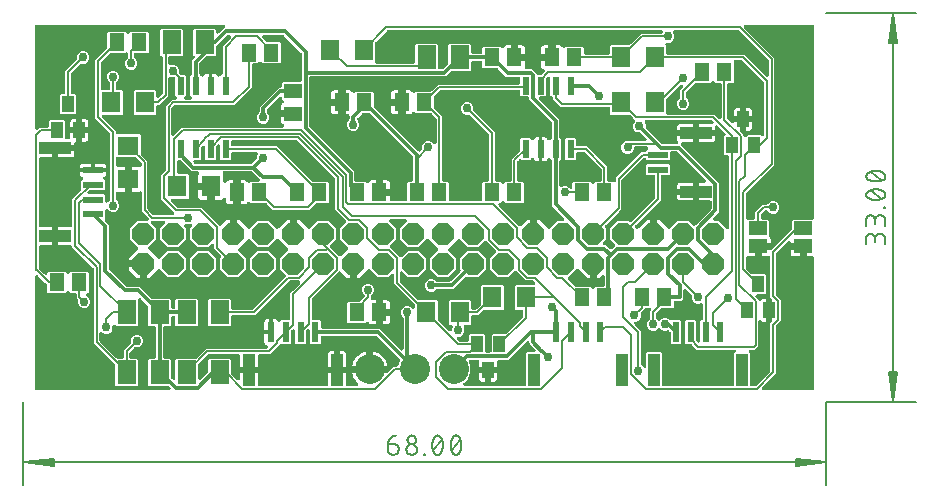
<source format=gbr>
G04 EAGLE Gerber RS-274X export*
G75*
%MOMM*%
%FSLAX34Y34*%
%LPD*%
%INTop Copper*%
%IPPOS*%
%AMOC8*
5,1,8,0,0,1.08239X$1,22.5*%
G01*
%ADD10C,0.130000*%
%ADD11C,0.152400*%
%ADD12R,1.300000X1.500000*%
%ADD13R,1.500000X1.300000*%
%ADD14R,0.600000X1.700000*%
%ADD15R,1.000000X2.700000*%
%ADD16R,1.700000X0.600000*%
%ADD17R,2.700000X1.000000*%
%ADD18R,1.600000X1.803000*%
%ADD19P,2.061953X8X202.500000*%
%ADD20R,1.803000X1.600000*%
%ADD21R,1.000000X1.400000*%
%ADD22R,1.600000X2.000000*%
%ADD23R,1.600200X1.168400*%
%ADD24C,2.540000*%
%ADD25R,0.609600X1.524000*%
%ADD26C,0.756400*%
%ADD27C,0.304800*%

G36*
X123440Y10172D02*
X123440Y10172D01*
X123540Y10174D01*
X123612Y10192D01*
X123686Y10201D01*
X123781Y10234D01*
X123878Y10259D01*
X123944Y10293D01*
X124014Y10318D01*
X124099Y10373D01*
X124188Y10419D01*
X124244Y10467D01*
X124307Y10507D01*
X124377Y10579D01*
X124453Y10644D01*
X124497Y10704D01*
X124549Y10758D01*
X124601Y10844D01*
X124660Y10925D01*
X124690Y10993D01*
X124728Y11057D01*
X124759Y11152D01*
X124798Y11245D01*
X124812Y11318D01*
X124834Y11389D01*
X124842Y11489D01*
X124860Y11588D01*
X124856Y11662D01*
X124862Y11736D01*
X124847Y11835D01*
X124842Y11936D01*
X124821Y12007D01*
X124810Y12081D01*
X124773Y12174D01*
X124745Y12271D01*
X124709Y12336D01*
X124682Y12405D01*
X124624Y12487D01*
X124575Y12575D01*
X124510Y12651D01*
X124483Y12691D01*
X124456Y12715D01*
X124417Y12761D01*
X123749Y13429D01*
X123650Y13508D01*
X123556Y13592D01*
X123514Y13616D01*
X123476Y13646D01*
X123362Y13700D01*
X123251Y13761D01*
X123204Y13774D01*
X123161Y13795D01*
X123037Y13821D01*
X122915Y13856D01*
X122855Y13861D01*
X122820Y13868D01*
X122772Y13867D01*
X122672Y13875D01*
X106968Y13875D01*
X106075Y14768D01*
X106075Y36032D01*
X106968Y36925D01*
X111028Y36925D01*
X111054Y36928D01*
X111080Y36926D01*
X111227Y36948D01*
X111374Y36965D01*
X111399Y36973D01*
X111425Y36977D01*
X111563Y37032D01*
X111702Y37082D01*
X111724Y37096D01*
X111749Y37106D01*
X111870Y37191D01*
X111995Y37271D01*
X112013Y37290D01*
X112035Y37305D01*
X112134Y37415D01*
X112237Y37522D01*
X112251Y37544D01*
X112268Y37564D01*
X112340Y37694D01*
X112416Y37821D01*
X112424Y37846D01*
X112437Y37869D01*
X112477Y38012D01*
X112522Y38153D01*
X112524Y38179D01*
X112532Y38204D01*
X112551Y38448D01*
X112551Y63152D01*
X112548Y63178D01*
X112550Y63204D01*
X112528Y63351D01*
X112511Y63498D01*
X112503Y63523D01*
X112499Y63549D01*
X112444Y63687D01*
X112394Y63826D01*
X112380Y63848D01*
X112370Y63873D01*
X112285Y63994D01*
X112205Y64119D01*
X112186Y64137D01*
X112171Y64159D01*
X112061Y64258D01*
X111954Y64361D01*
X111932Y64375D01*
X111912Y64392D01*
X111782Y64464D01*
X111655Y64540D01*
X111630Y64548D01*
X111607Y64561D01*
X111464Y64601D01*
X111323Y64646D01*
X111297Y64648D01*
X111272Y64656D01*
X111028Y64675D01*
X106968Y64675D01*
X106075Y65568D01*
X106075Y80782D01*
X106061Y80908D01*
X106054Y81034D01*
X106041Y81080D01*
X106035Y81128D01*
X105993Y81247D01*
X105958Y81369D01*
X105934Y81411D01*
X105918Y81457D01*
X105849Y81563D01*
X105788Y81673D01*
X105748Y81719D01*
X105729Y81749D01*
X105694Y81783D01*
X105629Y81859D01*
X99725Y87763D01*
X99647Y87826D01*
X99574Y87896D01*
X99510Y87934D01*
X99452Y87980D01*
X99361Y88023D01*
X99275Y88074D01*
X99204Y88097D01*
X99137Y88129D01*
X99039Y88150D01*
X98943Y88181D01*
X98869Y88187D01*
X98796Y88202D01*
X98696Y88201D01*
X98596Y88209D01*
X98522Y88198D01*
X98448Y88196D01*
X98351Y88172D01*
X98251Y88157D01*
X98182Y88129D01*
X98110Y88111D01*
X98020Y88065D01*
X97927Y88028D01*
X97866Y87986D01*
X97800Y87952D01*
X97723Y87886D01*
X97641Y87829D01*
X97591Y87774D01*
X97535Y87726D01*
X97475Y87645D01*
X97408Y87570D01*
X97372Y87505D01*
X97327Y87446D01*
X97288Y87353D01*
X97239Y87265D01*
X97219Y87194D01*
X97189Y87126D01*
X97172Y87027D01*
X97144Y86930D01*
X97136Y86830D01*
X97128Y86783D01*
X97130Y86747D01*
X97125Y86686D01*
X97125Y65568D01*
X96232Y64675D01*
X78968Y64675D01*
X78237Y65407D01*
X78158Y65469D01*
X78086Y65539D01*
X78022Y65577D01*
X77964Y65623D01*
X77873Y65666D01*
X77787Y65718D01*
X77716Y65740D01*
X77649Y65772D01*
X77551Y65793D01*
X77455Y65824D01*
X77381Y65830D01*
X77308Y65846D01*
X77208Y65844D01*
X77108Y65852D01*
X77034Y65841D01*
X76960Y65840D01*
X76863Y65815D01*
X76763Y65800D01*
X76694Y65773D01*
X76622Y65755D01*
X76533Y65709D01*
X76439Y65671D01*
X76378Y65629D01*
X76312Y65595D01*
X76236Y65530D01*
X76153Y65473D01*
X76103Y65417D01*
X76047Y65369D01*
X75987Y65288D01*
X75920Y65214D01*
X75884Y65149D01*
X75839Y65089D01*
X75800Y64997D01*
X75751Y64909D01*
X75731Y64837D01*
X75701Y64769D01*
X75684Y64670D01*
X75656Y64573D01*
X75648Y64473D01*
X75640Y64426D01*
X75642Y64390D01*
X75637Y64330D01*
X75637Y62444D01*
X74829Y60494D01*
X73336Y59001D01*
X71386Y58193D01*
X69274Y58193D01*
X67324Y59001D01*
X67117Y59208D01*
X67039Y59270D01*
X66966Y59340D01*
X66902Y59379D01*
X66844Y59425D01*
X66753Y59468D01*
X66667Y59519D01*
X66596Y59542D01*
X66529Y59574D01*
X66431Y59595D01*
X66335Y59625D01*
X66261Y59631D01*
X66188Y59647D01*
X66088Y59645D01*
X65988Y59653D01*
X65914Y59642D01*
X65840Y59641D01*
X65742Y59617D01*
X65643Y59602D01*
X65574Y59574D01*
X65502Y59556D01*
X65413Y59510D01*
X65319Y59473D01*
X65258Y59430D01*
X65192Y59396D01*
X65116Y59331D01*
X65033Y59274D01*
X64983Y59219D01*
X64927Y59171D01*
X64867Y59090D01*
X64800Y59015D01*
X64764Y58950D01*
X64719Y58890D01*
X64680Y58798D01*
X64631Y58710D01*
X64611Y58639D01*
X64581Y58570D01*
X64564Y58471D01*
X64536Y58375D01*
X64528Y58275D01*
X64520Y58227D01*
X64522Y58192D01*
X64517Y58131D01*
X64517Y52348D01*
X64531Y52223D01*
X64538Y52096D01*
X64551Y52050D01*
X64557Y52002D01*
X64599Y51883D01*
X64634Y51762D01*
X64658Y51719D01*
X64674Y51674D01*
X64743Y51568D01*
X64804Y51457D01*
X64844Y51411D01*
X64863Y51381D01*
X64898Y51348D01*
X64963Y51271D01*
X78863Y37371D01*
X78962Y37292D01*
X79056Y37208D01*
X79098Y37184D01*
X79136Y37154D01*
X79250Y37100D01*
X79361Y37039D01*
X79408Y37026D01*
X79451Y37005D01*
X79575Y36979D01*
X79696Y36944D01*
X79757Y36939D01*
X79792Y36932D01*
X79840Y36933D01*
X79940Y36925D01*
X83790Y36925D01*
X83816Y36928D01*
X83842Y36926D01*
X83989Y36948D01*
X84136Y36965D01*
X84161Y36973D01*
X84187Y36977D01*
X84325Y37032D01*
X84464Y37082D01*
X84486Y37096D01*
X84511Y37106D01*
X84632Y37191D01*
X84757Y37271D01*
X84775Y37290D01*
X84797Y37305D01*
X84896Y37415D01*
X84999Y37522D01*
X85013Y37544D01*
X85030Y37564D01*
X85102Y37694D01*
X85178Y37821D01*
X85186Y37846D01*
X85199Y37869D01*
X85239Y38012D01*
X85284Y38153D01*
X85286Y38179D01*
X85294Y38204D01*
X85313Y38448D01*
X85313Y44097D01*
X87099Y45883D01*
X90792Y49575D01*
X90839Y49635D01*
X90894Y49689D01*
X90947Y49772D01*
X91008Y49848D01*
X91041Y49918D01*
X91082Y49982D01*
X91115Y50075D01*
X91157Y50164D01*
X91173Y50238D01*
X91199Y50311D01*
X91210Y50408D01*
X91230Y50504D01*
X91229Y50581D01*
X91238Y50657D01*
X91226Y50755D01*
X91224Y50853D01*
X91213Y50897D01*
X91213Y53126D01*
X92021Y55076D01*
X93514Y56569D01*
X95464Y57377D01*
X97576Y57377D01*
X99526Y56569D01*
X101019Y55076D01*
X101827Y53126D01*
X101827Y51014D01*
X101019Y49064D01*
X99526Y47571D01*
X97576Y46763D01*
X95365Y46763D01*
X95351Y46767D01*
X95274Y46771D01*
X95199Y46785D01*
X95101Y46780D01*
X95003Y46784D01*
X94927Y46771D01*
X94851Y46767D01*
X94757Y46740D01*
X94660Y46722D01*
X94589Y46691D01*
X94516Y46670D01*
X94430Y46622D01*
X94340Y46583D01*
X94279Y46537D01*
X94212Y46500D01*
X94098Y46404D01*
X94060Y46375D01*
X94048Y46361D01*
X94025Y46342D01*
X90333Y42649D01*
X90254Y42550D01*
X90170Y42456D01*
X90146Y42414D01*
X90116Y42376D01*
X90062Y42262D01*
X90001Y42151D01*
X89988Y42104D01*
X89967Y42061D01*
X89941Y41937D01*
X89906Y41816D01*
X89901Y41755D01*
X89894Y41720D01*
X89895Y41672D01*
X89887Y41572D01*
X89887Y38448D01*
X89890Y38422D01*
X89888Y38396D01*
X89910Y38249D01*
X89927Y38102D01*
X89935Y38077D01*
X89939Y38051D01*
X89994Y37913D01*
X90044Y37774D01*
X90058Y37752D01*
X90068Y37727D01*
X90153Y37606D01*
X90233Y37481D01*
X90252Y37463D01*
X90267Y37441D01*
X90377Y37342D01*
X90484Y37239D01*
X90506Y37225D01*
X90526Y37208D01*
X90656Y37136D01*
X90783Y37060D01*
X90808Y37052D01*
X90831Y37039D01*
X90974Y36999D01*
X91115Y36954D01*
X91141Y36952D01*
X91166Y36944D01*
X91410Y36925D01*
X96232Y36925D01*
X97125Y36032D01*
X97125Y14768D01*
X96232Y13875D01*
X78968Y13875D01*
X78075Y14768D01*
X78075Y31060D01*
X78061Y31185D01*
X78054Y31312D01*
X78041Y31358D01*
X78035Y31406D01*
X77993Y31525D01*
X77958Y31646D01*
X77934Y31689D01*
X77918Y31734D01*
X77849Y31840D01*
X77788Y31951D01*
X77748Y31997D01*
X77729Y32027D01*
X77694Y32060D01*
X77629Y32137D01*
X59943Y49823D01*
X59943Y112722D01*
X59929Y112847D01*
X59922Y112974D01*
X59909Y113020D01*
X59903Y113068D01*
X59861Y113187D01*
X59826Y113309D01*
X59802Y113351D01*
X59786Y113396D01*
X59717Y113502D01*
X59656Y113613D01*
X59616Y113659D01*
X59597Y113689D01*
X59562Y113723D01*
X59497Y113799D01*
X43441Y129855D01*
X41636Y131660D01*
X41632Y131685D01*
X41615Y131832D01*
X41607Y131857D01*
X41603Y131883D01*
X41548Y132021D01*
X41498Y132160D01*
X41484Y132182D01*
X41474Y132207D01*
X41389Y132328D01*
X41309Y132453D01*
X41290Y132471D01*
X41275Y132493D01*
X41165Y132592D01*
X41058Y132695D01*
X41036Y132709D01*
X41016Y132726D01*
X40886Y132798D01*
X40759Y132874D01*
X40734Y132882D01*
X40711Y132895D01*
X40568Y132935D01*
X40427Y132980D01*
X40401Y132982D01*
X40376Y132990D01*
X40132Y133009D01*
X29799Y133009D01*
X29799Y139574D01*
X29796Y139600D01*
X29798Y139626D01*
X29776Y139773D01*
X29759Y139920D01*
X29751Y139945D01*
X29747Y139971D01*
X29692Y140108D01*
X29642Y140248D01*
X29628Y140270D01*
X29618Y140295D01*
X29533Y140416D01*
X29453Y140541D01*
X29440Y140553D01*
X29485Y140600D01*
X29499Y140623D01*
X29516Y140642D01*
X29588Y140772D01*
X29664Y140899D01*
X29672Y140924D01*
X29685Y140947D01*
X29725Y141090D01*
X29770Y141231D01*
X29772Y141257D01*
X29780Y141282D01*
X29799Y141526D01*
X29799Y148091D01*
X40132Y148091D01*
X40158Y148094D01*
X40184Y148092D01*
X40331Y148114D01*
X40478Y148131D01*
X40503Y148139D01*
X40529Y148143D01*
X40667Y148198D01*
X40806Y148248D01*
X40828Y148262D01*
X40853Y148272D01*
X40974Y148357D01*
X41099Y148437D01*
X41117Y148456D01*
X41139Y148471D01*
X41238Y148581D01*
X41341Y148688D01*
X41355Y148710D01*
X41372Y148730D01*
X41444Y148860D01*
X41520Y148987D01*
X41528Y149012D01*
X41541Y149035D01*
X41581Y149178D01*
X41626Y149319D01*
X41628Y149345D01*
X41636Y149370D01*
X41655Y149614D01*
X41655Y171872D01*
X48829Y179046D01*
X48908Y179145D01*
X48992Y179239D01*
X49016Y179281D01*
X49046Y179319D01*
X49100Y179433D01*
X49161Y179544D01*
X49174Y179590D01*
X49195Y179634D01*
X49221Y179757D01*
X49256Y179879D01*
X49261Y179940D01*
X49268Y179975D01*
X49267Y180023D01*
X49275Y180123D01*
X49275Y187682D01*
X50290Y188696D01*
X50322Y188736D01*
X50360Y188771D01*
X50430Y188872D01*
X50507Y188969D01*
X50529Y189016D01*
X50558Y189058D01*
X50603Y189173D01*
X50656Y189285D01*
X50666Y189334D01*
X50685Y189382D01*
X50703Y189504D01*
X50729Y189625D01*
X50728Y189676D01*
X50736Y189727D01*
X50725Y189850D01*
X50723Y189974D01*
X50711Y190023D01*
X50706Y190074D01*
X50668Y190192D01*
X50638Y190312D01*
X50615Y190357D01*
X50599Y190406D01*
X50535Y190511D01*
X50478Y190622D01*
X50445Y190660D01*
X50419Y190704D01*
X50333Y190793D01*
X50253Y190887D01*
X50212Y190917D01*
X50176Y190954D01*
X49975Y191093D01*
X49240Y191517D01*
X48767Y191990D01*
X48432Y192569D01*
X48259Y193215D01*
X48259Y195027D01*
X59300Y195027D01*
X70341Y195027D01*
X70341Y193215D01*
X70168Y192569D01*
X69833Y191990D01*
X69360Y191517D01*
X68625Y191093D01*
X68584Y191062D01*
X68539Y191039D01*
X68445Y190959D01*
X68345Y190885D01*
X68312Y190846D01*
X68274Y190813D01*
X68200Y190714D01*
X68120Y190619D01*
X68097Y190574D01*
X68066Y190533D01*
X68017Y190419D01*
X67961Y190309D01*
X67949Y190260D01*
X67928Y190213D01*
X67907Y190091D01*
X67877Y189971D01*
X67876Y189920D01*
X67867Y189870D01*
X67873Y189746D01*
X67871Y189623D01*
X67882Y189573D01*
X67885Y189522D01*
X67919Y189403D01*
X67945Y189282D01*
X67967Y189236D01*
X67981Y189187D01*
X68042Y189079D01*
X68095Y188967D01*
X68126Y188927D01*
X68151Y188883D01*
X68310Y188696D01*
X69325Y187682D01*
X69325Y180418D01*
X68432Y179525D01*
X56407Y179525D01*
X56282Y179511D01*
X56156Y179504D01*
X56109Y179491D01*
X56061Y179485D01*
X55942Y179443D01*
X55821Y179408D01*
X55779Y179384D01*
X55733Y179368D01*
X55627Y179299D01*
X55517Y179238D01*
X55470Y179198D01*
X55440Y179179D01*
X55407Y179144D01*
X55330Y179079D01*
X54926Y178675D01*
X54864Y178596D01*
X54794Y178524D01*
X54756Y178460D01*
X54710Y178402D01*
X54667Y178311D01*
X54615Y178225D01*
X54592Y178154D01*
X54561Y178087D01*
X54539Y177989D01*
X54509Y177893D01*
X54503Y177819D01*
X54487Y177746D01*
X54489Y177646D01*
X54481Y177546D01*
X54492Y177472D01*
X54493Y177398D01*
X54518Y177300D01*
X54533Y177201D01*
X54560Y177132D01*
X54578Y177060D01*
X54624Y176971D01*
X54661Y176877D01*
X54704Y176816D01*
X54738Y176750D01*
X54803Y176674D01*
X54860Y176591D01*
X54915Y176541D01*
X54964Y176485D01*
X55044Y176425D01*
X55119Y176358D01*
X55184Y176322D01*
X55244Y176277D01*
X55336Y176238D01*
X55424Y176189D01*
X55496Y176169D01*
X55564Y176139D01*
X55663Y176122D01*
X55759Y176094D01*
X55860Y176086D01*
X55907Y176078D01*
X55942Y176080D01*
X56003Y176075D01*
X68432Y176075D01*
X69325Y175182D01*
X69325Y170677D01*
X69336Y170577D01*
X69338Y170477D01*
X69356Y170405D01*
X69365Y170331D01*
X69398Y170236D01*
X69423Y170139D01*
X69457Y170073D01*
X69482Y170003D01*
X69537Y169918D01*
X69583Y169829D01*
X69631Y169772D01*
X69671Y169710D01*
X69743Y169640D01*
X69808Y169564D01*
X69868Y169519D01*
X69922Y169468D01*
X70008Y169416D01*
X70089Y169356D01*
X70157Y169327D01*
X70221Y169289D01*
X70317Y169258D01*
X70409Y169218D01*
X70482Y169205D01*
X70553Y169183D01*
X70653Y169175D01*
X70752Y169157D01*
X70826Y169161D01*
X70900Y169155D01*
X71000Y169170D01*
X71100Y169175D01*
X71171Y169195D01*
X71245Y169206D01*
X71338Y169243D01*
X71435Y169271D01*
X71500Y169308D01*
X71569Y169335D01*
X71651Y169392D01*
X71739Y169441D01*
X71815Y169507D01*
X71855Y169534D01*
X71879Y169560D01*
X71925Y169600D01*
X73264Y170939D01*
X73277Y170946D01*
X73334Y170998D01*
X73397Y171042D01*
X73463Y171114D01*
X73535Y171180D01*
X73579Y171243D01*
X73630Y171300D01*
X73678Y171386D01*
X73734Y171467D01*
X73762Y171538D01*
X73799Y171605D01*
X73826Y171700D01*
X73862Y171791D01*
X73873Y171867D01*
X73894Y171941D01*
X73906Y172089D01*
X73912Y172136D01*
X73911Y172155D01*
X73913Y172185D01*
X73913Y227022D01*
X73899Y227147D01*
X73892Y227274D01*
X73879Y227320D01*
X73873Y227368D01*
X73831Y227487D01*
X73796Y227609D01*
X73772Y227651D01*
X73756Y227696D01*
X73687Y227802D01*
X73626Y227913D01*
X73586Y227959D01*
X73567Y227989D01*
X73532Y228023D01*
X73467Y228099D01*
X62999Y238567D01*
X61213Y240353D01*
X61213Y289847D01*
X70929Y299563D01*
X71008Y299662D01*
X71092Y299756D01*
X71116Y299798D01*
X71146Y299836D01*
X71200Y299950D01*
X71261Y300061D01*
X71274Y300107D01*
X71295Y300151D01*
X71321Y300275D01*
X71356Y300396D01*
X71361Y300457D01*
X71368Y300492D01*
X71367Y300540D01*
X71375Y300640D01*
X71375Y312932D01*
X72268Y313825D01*
X86532Y313825D01*
X87823Y312533D01*
X87843Y312517D01*
X87860Y312497D01*
X87980Y312409D01*
X88096Y312317D01*
X88120Y312306D01*
X88141Y312290D01*
X88277Y312231D01*
X88411Y312168D01*
X88437Y312162D01*
X88461Y312152D01*
X88607Y312126D01*
X88752Y312094D01*
X88778Y312095D01*
X88804Y312090D01*
X88952Y312098D01*
X89100Y312100D01*
X89126Y312107D01*
X89152Y312108D01*
X89294Y312149D01*
X89438Y312185D01*
X89461Y312197D01*
X89487Y312205D01*
X89616Y312277D01*
X89748Y312345D01*
X89768Y312362D01*
X89791Y312375D01*
X89977Y312533D01*
X91268Y313825D01*
X105532Y313825D01*
X106425Y312932D01*
X106425Y296668D01*
X105532Y295775D01*
X95250Y295775D01*
X95224Y295772D01*
X95198Y295774D01*
X95051Y295752D01*
X94904Y295735D01*
X94879Y295727D01*
X94853Y295723D01*
X94715Y295668D01*
X94576Y295618D01*
X94554Y295604D01*
X94529Y295594D01*
X94408Y295509D01*
X94283Y295429D01*
X94265Y295410D01*
X94243Y295395D01*
X94144Y295285D01*
X94041Y295178D01*
X94027Y295156D01*
X94010Y295136D01*
X93938Y295006D01*
X93862Y294879D01*
X93854Y294854D01*
X93841Y294831D01*
X93801Y294688D01*
X93756Y294547D01*
X93754Y294521D01*
X93746Y294496D01*
X93727Y294252D01*
X93727Y292835D01*
X93735Y292759D01*
X93734Y292682D01*
X93755Y292586D01*
X93767Y292488D01*
X93792Y292417D01*
X93809Y292342D01*
X93851Y292253D01*
X93884Y292160D01*
X93926Y292096D01*
X93958Y292027D01*
X94020Y291950D01*
X94073Y291867D01*
X94128Y291814D01*
X94176Y291755D01*
X94253Y291694D01*
X94324Y291625D01*
X94363Y291602D01*
X95939Y290026D01*
X96747Y288076D01*
X96747Y285964D01*
X95939Y284014D01*
X94446Y282521D01*
X92496Y281713D01*
X90384Y281713D01*
X88434Y282521D01*
X86941Y284014D01*
X86133Y285964D01*
X86133Y288076D01*
X86941Y290026D01*
X88505Y291589D01*
X88518Y291597D01*
X88574Y291648D01*
X88637Y291692D01*
X88703Y291765D01*
X88776Y291831D01*
X88819Y291894D01*
X88870Y291950D01*
X88918Y292037D01*
X88974Y292118D01*
X89002Y292189D01*
X89039Y292255D01*
X89066Y292350D01*
X89102Y292442D01*
X89113Y292517D01*
X89134Y292591D01*
X89146Y292740D01*
X89153Y292787D01*
X89151Y292806D01*
X89153Y292835D01*
X89153Y294720D01*
X89142Y294819D01*
X89140Y294920D01*
X89122Y294992D01*
X89113Y295066D01*
X89080Y295160D01*
X89055Y295258D01*
X89021Y295324D01*
X88996Y295394D01*
X88941Y295478D01*
X88895Y295568D01*
X88847Y295624D01*
X88807Y295687D01*
X88735Y295756D01*
X88670Y295833D01*
X88610Y295877D01*
X88556Y295929D01*
X88470Y295980D01*
X88389Y296040D01*
X88321Y296070D01*
X88257Y296108D01*
X88162Y296138D01*
X88069Y296178D01*
X87996Y296191D01*
X87925Y296214D01*
X87825Y296222D01*
X87726Y296240D01*
X87652Y296236D01*
X87578Y296242D01*
X87479Y296227D01*
X87378Y296222D01*
X87307Y296201D01*
X87233Y296190D01*
X87140Y296153D01*
X87043Y296125D01*
X86978Y296089D01*
X86909Y296061D01*
X86827Y296004D01*
X86739Y295955D01*
X86663Y295890D01*
X86623Y295863D01*
X86599Y295836D01*
X86553Y295797D01*
X86532Y295775D01*
X74240Y295775D01*
X74115Y295761D01*
X73988Y295754D01*
X73942Y295741D01*
X73894Y295735D01*
X73775Y295693D01*
X73653Y295658D01*
X73611Y295634D01*
X73566Y295618D01*
X73460Y295549D01*
X73349Y295488D01*
X73303Y295448D01*
X73273Y295429D01*
X73239Y295394D01*
X73163Y295329D01*
X66233Y288399D01*
X66154Y288300D01*
X66070Y288206D01*
X66046Y288164D01*
X66016Y288126D01*
X65962Y288012D01*
X65901Y287901D01*
X65888Y287854D01*
X65867Y287811D01*
X65841Y287687D01*
X65806Y287566D01*
X65801Y287505D01*
X65794Y287470D01*
X65795Y287422D01*
X65787Y287322D01*
X65787Y266063D01*
X65790Y266038D01*
X65788Y266015D01*
X65788Y266013D01*
X65788Y266011D01*
X65810Y265864D01*
X65827Y265717D01*
X65835Y265692D01*
X65839Y265666D01*
X65894Y265528D01*
X65944Y265389D01*
X65958Y265367D01*
X65968Y265342D01*
X66053Y265221D01*
X66133Y265096D01*
X66152Y265078D01*
X66167Y265056D01*
X66277Y264957D01*
X66384Y264854D01*
X66406Y264840D01*
X66426Y264823D01*
X66556Y264751D01*
X66683Y264675D01*
X66708Y264667D01*
X66731Y264654D01*
X66874Y264614D01*
X67015Y264569D01*
X67041Y264567D01*
X67066Y264559D01*
X67310Y264540D01*
X72390Y264540D01*
X72416Y264543D01*
X72442Y264541D01*
X72589Y264563D01*
X72736Y264580D01*
X72761Y264588D01*
X72787Y264592D01*
X72925Y264647D01*
X73064Y264697D01*
X73086Y264711D01*
X73111Y264721D01*
X73232Y264806D01*
X73357Y264886D01*
X73375Y264905D01*
X73397Y264920D01*
X73496Y265030D01*
X73599Y265137D01*
X73613Y265159D01*
X73630Y265179D01*
X73702Y265309D01*
X73778Y265436D01*
X73786Y265461D01*
X73799Y265484D01*
X73839Y265627D01*
X73884Y265768D01*
X73886Y265794D01*
X73894Y265819D01*
X73913Y266063D01*
X73913Y269775D01*
X73905Y269851D01*
X73906Y269928D01*
X73885Y270024D01*
X73873Y270122D01*
X73848Y270193D01*
X73831Y270268D01*
X73789Y270357D01*
X73756Y270450D01*
X73714Y270514D01*
X73682Y270583D01*
X73620Y270660D01*
X73567Y270743D01*
X73512Y270796D01*
X73464Y270855D01*
X73387Y270916D01*
X73316Y270985D01*
X73277Y271008D01*
X71701Y272584D01*
X70893Y274534D01*
X70893Y276646D01*
X71701Y278596D01*
X73194Y280089D01*
X75144Y280897D01*
X77256Y280897D01*
X79206Y280089D01*
X80699Y278596D01*
X81507Y276646D01*
X81507Y274534D01*
X80699Y272584D01*
X79135Y271021D01*
X79122Y271013D01*
X79066Y270962D01*
X79003Y270918D01*
X78937Y270845D01*
X78864Y270779D01*
X78821Y270716D01*
X78770Y270660D01*
X78722Y270573D01*
X78666Y270492D01*
X78638Y270421D01*
X78601Y270355D01*
X78574Y270260D01*
X78538Y270168D01*
X78527Y270093D01*
X78506Y270019D01*
X78494Y269870D01*
X78487Y269823D01*
X78489Y269804D01*
X78487Y269775D01*
X78487Y266063D01*
X78490Y266038D01*
X78488Y266015D01*
X78488Y266013D01*
X78488Y266011D01*
X78510Y265864D01*
X78527Y265717D01*
X78535Y265692D01*
X78539Y265666D01*
X78594Y265528D01*
X78644Y265389D01*
X78658Y265367D01*
X78668Y265342D01*
X78753Y265221D01*
X78833Y265096D01*
X78852Y265078D01*
X78867Y265056D01*
X78977Y264957D01*
X79084Y264854D01*
X79106Y264840D01*
X79126Y264823D01*
X79256Y264751D01*
X79383Y264675D01*
X79408Y264667D01*
X79431Y264654D01*
X79574Y264614D01*
X79715Y264569D01*
X79741Y264567D01*
X79766Y264559D01*
X80010Y264540D01*
X83312Y264540D01*
X84205Y263647D01*
X84205Y244353D01*
X83312Y243460D01*
X68251Y243460D01*
X68151Y243449D01*
X68051Y243447D01*
X67979Y243429D01*
X67905Y243420D01*
X67810Y243387D01*
X67713Y243362D01*
X67647Y243328D01*
X67577Y243303D01*
X67492Y243248D01*
X67403Y243202D01*
X67346Y243154D01*
X67284Y243114D01*
X67214Y243042D01*
X67138Y242977D01*
X67094Y242917D01*
X67042Y242863D01*
X66990Y242777D01*
X66931Y242696D01*
X66901Y242628D01*
X66863Y242564D01*
X66832Y242468D01*
X66793Y242376D01*
X66779Y242303D01*
X66757Y242232D01*
X66749Y242132D01*
X66731Y242033D01*
X66735Y241959D01*
X66729Y241885D01*
X66744Y241785D01*
X66749Y241685D01*
X66769Y241614D01*
X66780Y241540D01*
X66818Y241447D01*
X66845Y241350D01*
X66882Y241285D01*
X66909Y241216D01*
X66966Y241134D01*
X67016Y241046D01*
X67081Y240970D01*
X67108Y240930D01*
X67135Y240906D01*
X67174Y240860D01*
X76701Y231333D01*
X78487Y229547D01*
X78487Y228468D01*
X78490Y228442D01*
X78488Y228416D01*
X78510Y228268D01*
X78527Y228122D01*
X78535Y228097D01*
X78539Y228071D01*
X78594Y227933D01*
X78644Y227794D01*
X78658Y227772D01*
X78668Y227747D01*
X78753Y227626D01*
X78833Y227501D01*
X78852Y227483D01*
X78867Y227461D01*
X78977Y227362D01*
X79084Y227259D01*
X79106Y227245D01*
X79126Y227228D01*
X79256Y227156D01*
X79383Y227080D01*
X79408Y227072D01*
X79431Y227059D01*
X79574Y227019D01*
X79715Y226974D01*
X79741Y226972D01*
X79766Y226964D01*
X80010Y226945D01*
X98547Y226945D01*
X99440Y226052D01*
X99440Y210745D01*
X99454Y210620D01*
X99461Y210493D01*
X99474Y210447D01*
X99480Y210399D01*
X99522Y210280D01*
X99557Y210159D01*
X99581Y210116D01*
X99597Y210071D01*
X99666Y209965D01*
X99727Y209854D01*
X99767Y209808D01*
X99786Y209778D01*
X99821Y209745D01*
X99886Y209668D01*
X105157Y204397D01*
X105157Y164138D01*
X105171Y164013D01*
X105178Y163886D01*
X105191Y163840D01*
X105197Y163792D01*
X105239Y163673D01*
X105274Y163552D01*
X105298Y163509D01*
X105314Y163464D01*
X105383Y163358D01*
X105444Y163247D01*
X105484Y163201D01*
X105503Y163171D01*
X105538Y163138D01*
X105603Y163061D01*
X109721Y158943D01*
X109820Y158864D01*
X109914Y158780D01*
X109956Y158756D01*
X109994Y158726D01*
X110108Y158672D01*
X110219Y158611D01*
X110266Y158598D01*
X110309Y158577D01*
X110433Y158551D01*
X110554Y158516D01*
X110615Y158511D01*
X110650Y158504D01*
X110698Y158505D01*
X110798Y158497D01*
X126514Y158497D01*
X126614Y158508D01*
X126714Y158510D01*
X126786Y158528D01*
X126860Y158537D01*
X126955Y158571D01*
X127052Y158595D01*
X127118Y158629D01*
X127188Y158654D01*
X127273Y158709D01*
X127362Y158755D01*
X127419Y158803D01*
X127481Y158843D01*
X127551Y158915D01*
X127627Y158980D01*
X127672Y159040D01*
X127723Y159094D01*
X127775Y159180D01*
X127835Y159261D01*
X127864Y159329D01*
X127902Y159393D01*
X127933Y159488D01*
X127973Y159581D01*
X127986Y159654D01*
X128008Y159725D01*
X128016Y159825D01*
X128034Y159924D01*
X128030Y159998D01*
X128036Y160072D01*
X128021Y160172D01*
X128016Y160272D01*
X127996Y160343D01*
X127985Y160417D01*
X127948Y160510D01*
X127920Y160607D01*
X127883Y160672D01*
X127856Y160741D01*
X127799Y160823D01*
X127750Y160911D01*
X127684Y160987D01*
X127657Y161027D01*
X127631Y161051D01*
X127591Y161097D01*
X126629Y162059D01*
X116717Y171971D01*
X116717Y192519D01*
X120457Y196259D01*
X120536Y196358D01*
X120620Y196452D01*
X120644Y196494D01*
X120674Y196532D01*
X120728Y196646D01*
X120789Y196757D01*
X120802Y196803D01*
X120823Y196847D01*
X120849Y196970D01*
X120884Y197092D01*
X120889Y197153D01*
X120896Y197188D01*
X120895Y197236D01*
X120903Y197336D01*
X120903Y251137D01*
X126053Y256287D01*
X128786Y256287D01*
X128885Y256298D01*
X128986Y256300D01*
X129058Y256318D01*
X129132Y256327D01*
X129226Y256360D01*
X129324Y256385D01*
X129390Y256419D01*
X129460Y256444D01*
X129544Y256499D01*
X129634Y256545D01*
X129690Y256593D01*
X129753Y256633D01*
X129822Y256705D01*
X129899Y256770D01*
X129943Y256830D01*
X129995Y256884D01*
X130046Y256970D01*
X130106Y257051D01*
X130136Y257119D01*
X130174Y257183D01*
X130204Y257279D01*
X130244Y257371D01*
X130257Y257444D01*
X130280Y257515D01*
X130288Y257615D01*
X130306Y257714D01*
X130302Y257788D01*
X130308Y257862D01*
X130293Y257962D01*
X130288Y258062D01*
X130267Y258133D01*
X130256Y258207D01*
X130219Y258300D01*
X130191Y258397D01*
X130155Y258462D01*
X130127Y258531D01*
X130070Y258613D01*
X130021Y258701D01*
X129956Y258777D01*
X129929Y258817D01*
X129902Y258841D01*
X129863Y258887D01*
X128777Y259972D01*
X128777Y273840D01*
X128774Y273866D01*
X128776Y273892D01*
X128754Y274039D01*
X128737Y274186D01*
X128729Y274211D01*
X128725Y274237D01*
X128670Y274375D01*
X128620Y274514D01*
X128606Y274536D01*
X128596Y274561D01*
X128511Y274682D01*
X128431Y274807D01*
X128412Y274825D01*
X128397Y274847D01*
X128287Y274946D01*
X128180Y275049D01*
X128158Y275063D01*
X128138Y275080D01*
X128008Y275152D01*
X127881Y275228D01*
X127856Y275236D01*
X127833Y275249D01*
X127690Y275289D01*
X127549Y275334D01*
X127523Y275336D01*
X127498Y275344D01*
X127254Y275363D01*
X125632Y275363D01*
X125013Y275620D01*
X124868Y275661D01*
X124725Y275707D01*
X124701Y275709D01*
X124678Y275716D01*
X124527Y275723D01*
X124378Y275735D01*
X124354Y275731D01*
X124330Y275733D01*
X124182Y275706D01*
X124033Y275683D01*
X124011Y275674D01*
X123987Y275670D01*
X123849Y275610D01*
X123709Y275555D01*
X123689Y275541D01*
X123667Y275531D01*
X123546Y275441D01*
X123423Y275356D01*
X123407Y275338D01*
X123387Y275323D01*
X123290Y275208D01*
X123190Y275097D01*
X123178Y275076D01*
X123162Y275057D01*
X123094Y274923D01*
X123021Y274792D01*
X123015Y274768D01*
X123004Y274747D01*
X122967Y274601D01*
X122926Y274456D01*
X122924Y274427D01*
X122919Y274409D01*
X122919Y274362D01*
X122907Y274213D01*
X122907Y259373D01*
X115247Y251713D01*
X114168Y251713D01*
X114142Y251710D01*
X114116Y251712D01*
X113969Y251690D01*
X113822Y251673D01*
X113797Y251665D01*
X113771Y251661D01*
X113633Y251606D01*
X113494Y251556D01*
X113472Y251542D01*
X113447Y251532D01*
X113326Y251447D01*
X113201Y251367D01*
X113183Y251348D01*
X113161Y251333D01*
X113062Y251223D01*
X112959Y251116D01*
X112945Y251094D01*
X112928Y251074D01*
X112856Y250944D01*
X112780Y250817D01*
X112772Y250792D01*
X112759Y250769D01*
X112719Y250626D01*
X112674Y250485D01*
X112672Y250459D01*
X112664Y250434D01*
X112645Y250190D01*
X112645Y244353D01*
X111752Y243460D01*
X94488Y243460D01*
X93595Y244353D01*
X93595Y263647D01*
X94488Y264540D01*
X111752Y264540D01*
X112645Y263647D01*
X112645Y259256D01*
X112656Y259156D01*
X112658Y259056D01*
X112676Y258984D01*
X112685Y258910D01*
X112718Y258815D01*
X112743Y258718D01*
X112777Y258652D01*
X112802Y258582D01*
X112857Y258497D01*
X112903Y258408D01*
X112951Y258351D01*
X112991Y258289D01*
X113063Y258219D01*
X113128Y258143D01*
X113188Y258099D01*
X113242Y258047D01*
X113328Y257995D01*
X113409Y257936D01*
X113477Y257906D01*
X113541Y257868D01*
X113637Y257837D01*
X113729Y257798D01*
X113802Y257784D01*
X113873Y257762D01*
X113973Y257754D01*
X114072Y257736D01*
X114146Y257740D01*
X114220Y257734D01*
X114320Y257749D01*
X114420Y257754D01*
X114491Y257774D01*
X114565Y257785D01*
X114658Y257823D01*
X114755Y257850D01*
X114820Y257887D01*
X114889Y257914D01*
X114971Y257971D01*
X115059Y258021D01*
X115135Y258086D01*
X115175Y258113D01*
X115199Y258140D01*
X115245Y258179D01*
X117887Y260821D01*
X117966Y260920D01*
X118050Y261014D01*
X118074Y261056D01*
X118104Y261094D01*
X118158Y261208D01*
X118219Y261319D01*
X118232Y261366D01*
X118253Y261409D01*
X118279Y261532D01*
X118314Y261654D01*
X118319Y261715D01*
X118326Y261750D01*
X118325Y261798D01*
X118333Y261898D01*
X118333Y291752D01*
X118330Y291778D01*
X118332Y291804D01*
X118310Y291951D01*
X118293Y292098D01*
X118285Y292123D01*
X118281Y292149D01*
X118226Y292287D01*
X118176Y292426D01*
X118162Y292448D01*
X118152Y292473D01*
X118067Y292594D01*
X117987Y292719D01*
X117968Y292737D01*
X117953Y292759D01*
X117843Y292858D01*
X117736Y292961D01*
X117714Y292975D01*
X117694Y292992D01*
X117564Y293064D01*
X117437Y293140D01*
X117412Y293148D01*
X117389Y293161D01*
X117246Y293201D01*
X117105Y293246D01*
X117097Y293247D01*
X116175Y294168D01*
X116175Y315432D01*
X117068Y316325D01*
X134332Y316325D01*
X135225Y315432D01*
X135225Y294168D01*
X134332Y293275D01*
X124430Y293275D01*
X124404Y293272D01*
X124378Y293274D01*
X124231Y293252D01*
X124084Y293235D01*
X124059Y293227D01*
X124033Y293223D01*
X123895Y293168D01*
X123756Y293118D01*
X123734Y293104D01*
X123709Y293094D01*
X123588Y293009D01*
X123463Y292929D01*
X123445Y292910D01*
X123423Y292895D01*
X123324Y292785D01*
X123221Y292678D01*
X123207Y292656D01*
X123190Y292636D01*
X123118Y292506D01*
X123042Y292379D01*
X123034Y292354D01*
X123021Y292331D01*
X122981Y292188D01*
X122936Y292047D01*
X122934Y292021D01*
X122926Y291996D01*
X122907Y291752D01*
X122907Y287127D01*
X122924Y286978D01*
X122936Y286828D01*
X122944Y286805D01*
X122947Y286781D01*
X122997Y286640D01*
X123043Y286497D01*
X123056Y286476D01*
X123064Y286453D01*
X123146Y286327D01*
X123223Y286198D01*
X123240Y286181D01*
X123253Y286160D01*
X123362Y286055D01*
X123466Y285948D01*
X123486Y285935D01*
X123504Y285918D01*
X123633Y285841D01*
X123759Y285760D01*
X123782Y285752D01*
X123803Y285739D01*
X123946Y285694D01*
X124088Y285643D01*
X124112Y285640D01*
X124135Y285633D01*
X124284Y285621D01*
X124434Y285604D01*
X124458Y285607D01*
X124482Y285605D01*
X124631Y285627D01*
X124780Y285645D01*
X124808Y285654D01*
X124827Y285657D01*
X124871Y285674D01*
X125013Y285720D01*
X125632Y285977D01*
X127744Y285977D01*
X129694Y285169D01*
X131187Y283676D01*
X131995Y281726D01*
X131995Y279515D01*
X131991Y279501D01*
X131987Y279424D01*
X131973Y279349D01*
X131978Y279251D01*
X131974Y279153D01*
X131987Y279077D01*
X131991Y279001D01*
X132018Y278906D01*
X132036Y278810D01*
X132067Y278739D01*
X132088Y278666D01*
X132136Y278580D01*
X132175Y278490D01*
X132221Y278428D01*
X132258Y278362D01*
X132355Y278248D01*
X132383Y278210D01*
X132397Y278198D01*
X132417Y278175D01*
X132777Y277815D01*
X132876Y277736D01*
X132970Y277652D01*
X133012Y277628D01*
X133050Y277598D01*
X133164Y277544D01*
X133275Y277483D01*
X133322Y277470D01*
X133365Y277449D01*
X133489Y277423D01*
X133610Y277388D01*
X133671Y277383D01*
X133706Y277376D01*
X133754Y277377D01*
X133854Y277369D01*
X137030Y277369D01*
X137923Y276476D01*
X137923Y259972D01*
X136837Y258887D01*
X136775Y258808D01*
X136705Y258736D01*
X136667Y258672D01*
X136621Y258614D01*
X136578Y258523D01*
X136526Y258437D01*
X136504Y258366D01*
X136472Y258299D01*
X136451Y258201D01*
X136420Y258105D01*
X136414Y258031D01*
X136398Y257958D01*
X136400Y257858D01*
X136392Y257758D01*
X136403Y257684D01*
X136404Y257610D01*
X136429Y257513D01*
X136444Y257413D01*
X136471Y257344D01*
X136489Y257272D01*
X136535Y257183D01*
X136573Y257089D01*
X136615Y257028D01*
X136649Y256962D01*
X136714Y256886D01*
X136771Y256803D01*
X136827Y256753D01*
X136875Y256697D01*
X136956Y256637D01*
X137030Y256570D01*
X137095Y256534D01*
X137155Y256489D01*
X137247Y256450D01*
X137335Y256401D01*
X137407Y256381D01*
X137475Y256351D01*
X137574Y256334D01*
X137671Y256306D01*
X137771Y256298D01*
X137818Y256290D01*
X137854Y256292D01*
X137914Y256287D01*
X141486Y256287D01*
X141585Y256298D01*
X141686Y256300D01*
X141758Y256318D01*
X141832Y256327D01*
X141926Y256360D01*
X142024Y256385D01*
X142090Y256419D01*
X142160Y256444D01*
X142244Y256499D01*
X142334Y256545D01*
X142390Y256593D01*
X142453Y256633D01*
X142522Y256705D01*
X142599Y256770D01*
X142643Y256830D01*
X142695Y256884D01*
X142746Y256970D01*
X142806Y257051D01*
X142836Y257119D01*
X142874Y257183D01*
X142904Y257279D01*
X142944Y257371D01*
X142957Y257444D01*
X142980Y257515D01*
X142988Y257615D01*
X143006Y257714D01*
X143002Y257788D01*
X143008Y257862D01*
X142993Y257962D01*
X142988Y258062D01*
X142967Y258133D01*
X142956Y258207D01*
X142919Y258300D01*
X142891Y258397D01*
X142855Y258462D01*
X142827Y258531D01*
X142770Y258613D01*
X142721Y258701D01*
X142656Y258777D01*
X142629Y258817D01*
X142602Y258841D01*
X142563Y258887D01*
X141477Y259972D01*
X141477Y276476D01*
X142555Y277553D01*
X142634Y277652D01*
X142718Y277746D01*
X142742Y277789D01*
X142772Y277826D01*
X142826Y277941D01*
X142887Y278051D01*
X142900Y278098D01*
X142921Y278142D01*
X142947Y278265D01*
X142982Y278387D01*
X142987Y278447D01*
X142994Y278482D01*
X142993Y278530D01*
X143001Y278631D01*
X143001Y289553D01*
X144819Y291371D01*
X144835Y291391D01*
X144855Y291408D01*
X144944Y291527D01*
X145036Y291644D01*
X145047Y291667D01*
X145062Y291688D01*
X145121Y291824D01*
X145185Y291959D01*
X145190Y291984D01*
X145200Y292008D01*
X145227Y292154D01*
X145258Y292299D01*
X145257Y292325D01*
X145262Y292351D01*
X145254Y292500D01*
X145252Y292648D01*
X145246Y292673D01*
X145244Y292699D01*
X145203Y292842D01*
X145167Y292986D01*
X145155Y293009D01*
X145148Y293034D01*
X145075Y293164D01*
X145007Y293296D01*
X144990Y293316D01*
X144977Y293338D01*
X144819Y293525D01*
X144175Y294168D01*
X144175Y315432D01*
X145068Y316325D01*
X162332Y316325D01*
X163225Y315432D01*
X163225Y313762D01*
X163236Y313662D01*
X163238Y313562D01*
X163256Y313490D01*
X163265Y313416D01*
X163298Y313321D01*
X163323Y313224D01*
X163357Y313158D01*
X163382Y313088D01*
X163437Y313003D01*
X163483Y312914D01*
X163531Y312857D01*
X163571Y312795D01*
X163643Y312725D01*
X163708Y312649D01*
X163768Y312604D01*
X163822Y312553D01*
X163908Y312501D01*
X163989Y312441D01*
X164057Y312412D01*
X164121Y312374D01*
X164217Y312343D01*
X164309Y312303D01*
X164382Y312290D01*
X164453Y312268D01*
X164553Y312259D01*
X164652Y312242D01*
X164726Y312246D01*
X164800Y312240D01*
X164900Y312254D01*
X165000Y312260D01*
X165071Y312280D01*
X165145Y312291D01*
X165238Y312328D01*
X165335Y312356D01*
X165400Y312393D01*
X165469Y312420D01*
X165551Y312477D01*
X165639Y312526D01*
X165715Y312591D01*
X165755Y312619D01*
X165779Y312645D01*
X165825Y312685D01*
X167955Y314815D01*
X170379Y317239D01*
X170442Y317317D01*
X170511Y317390D01*
X170550Y317454D01*
X170596Y317512D01*
X170639Y317603D01*
X170690Y317689D01*
X170713Y317760D01*
X170745Y317827D01*
X170766Y317925D01*
X170796Y318021D01*
X170802Y318095D01*
X170818Y318168D01*
X170816Y318268D01*
X170824Y318368D01*
X170813Y318442D01*
X170812Y318516D01*
X170788Y318613D01*
X170773Y318713D01*
X170745Y318782D01*
X170727Y318854D01*
X170681Y318943D01*
X170644Y319037D01*
X170602Y319098D01*
X170567Y319164D01*
X170502Y319240D01*
X170445Y319323D01*
X170390Y319373D01*
X170342Y319429D01*
X170261Y319489D01*
X170186Y319556D01*
X170121Y319592D01*
X170061Y319637D01*
X169969Y319676D01*
X169881Y319725D01*
X169810Y319745D01*
X169741Y319775D01*
X169643Y319792D01*
X169546Y319820D01*
X169446Y319828D01*
X169398Y319836D01*
X169363Y319834D01*
X169302Y319839D01*
X11684Y319839D01*
X11658Y319836D01*
X11632Y319838D01*
X11485Y319816D01*
X11338Y319799D01*
X11313Y319791D01*
X11287Y319787D01*
X11149Y319732D01*
X11010Y319682D01*
X10988Y319668D01*
X10963Y319658D01*
X10842Y319573D01*
X10717Y319493D01*
X10699Y319474D01*
X10677Y319459D01*
X10578Y319349D01*
X10475Y319242D01*
X10461Y319220D01*
X10444Y319200D01*
X10372Y319070D01*
X10296Y318943D01*
X10288Y318918D01*
X10275Y318895D01*
X10235Y318752D01*
X10190Y318611D01*
X10188Y318585D01*
X10180Y318560D01*
X10161Y318316D01*
X10161Y232132D01*
X10172Y232032D01*
X10174Y231932D01*
X10192Y231860D01*
X10201Y231786D01*
X10234Y231691D01*
X10259Y231594D01*
X10293Y231528D01*
X10318Y231458D01*
X10373Y231373D01*
X10419Y231284D01*
X10467Y231227D01*
X10507Y231165D01*
X10579Y231095D01*
X10644Y231019D01*
X10704Y230975D01*
X10758Y230923D01*
X10844Y230871D01*
X10925Y230812D01*
X10993Y230782D01*
X11057Y230744D01*
X11153Y230713D01*
X11245Y230674D01*
X11318Y230660D01*
X11389Y230638D01*
X11489Y230630D01*
X11588Y230612D01*
X11662Y230616D01*
X11736Y230610D01*
X11836Y230625D01*
X11936Y230630D01*
X12007Y230650D01*
X12081Y230661D01*
X12174Y230699D01*
X12271Y230726D01*
X12336Y230763D01*
X12405Y230790D01*
X12487Y230847D01*
X12575Y230897D01*
X12651Y230962D01*
X12691Y230989D01*
X12715Y231016D01*
X12761Y231055D01*
X14293Y232587D01*
X20552Y232587D01*
X20578Y232590D01*
X20604Y232588D01*
X20751Y232610D01*
X20898Y232627D01*
X20923Y232635D01*
X20949Y232639D01*
X21087Y232694D01*
X21226Y232744D01*
X21248Y232758D01*
X21273Y232768D01*
X21394Y232853D01*
X21519Y232933D01*
X21537Y232952D01*
X21559Y232967D01*
X21658Y233077D01*
X21761Y233184D01*
X21775Y233206D01*
X21792Y233226D01*
X21864Y233356D01*
X21940Y233483D01*
X21948Y233508D01*
X21961Y233531D01*
X22001Y233674D01*
X22046Y233815D01*
X22048Y233841D01*
X22056Y233866D01*
X22075Y234110D01*
X22075Y237932D01*
X22968Y238825D01*
X34232Y238825D01*
X35125Y237932D01*
X35125Y224114D01*
X35128Y224088D01*
X35126Y224062D01*
X35148Y223915D01*
X35165Y223768D01*
X35173Y223743D01*
X35177Y223717D01*
X35232Y223579D01*
X35282Y223440D01*
X35296Y223418D01*
X35306Y223393D01*
X35391Y223272D01*
X35471Y223147D01*
X35490Y223129D01*
X35505Y223107D01*
X35615Y223008D01*
X35722Y222905D01*
X35744Y222891D01*
X35764Y222874D01*
X35894Y222802D01*
X36021Y222726D01*
X36046Y222718D01*
X36069Y222705D01*
X36212Y222665D01*
X36353Y222620D01*
X36379Y222618D01*
X36404Y222610D01*
X36648Y222591D01*
X38536Y222591D01*
X38562Y222594D01*
X38588Y222592D01*
X38735Y222614D01*
X38882Y222631D01*
X38907Y222639D01*
X38933Y222643D01*
X39071Y222698D01*
X39210Y222748D01*
X39232Y222762D01*
X39257Y222772D01*
X39378Y222857D01*
X39503Y222937D01*
X39521Y222956D01*
X39543Y222971D01*
X39642Y223081D01*
X39745Y223188D01*
X39759Y223210D01*
X39776Y223230D01*
X39848Y223360D01*
X39924Y223487D01*
X39932Y223512D01*
X39945Y223535D01*
X39985Y223678D01*
X40030Y223819D01*
X40032Y223845D01*
X40040Y223870D01*
X40059Y224114D01*
X40059Y227801D01*
X45101Y227801D01*
X45101Y220759D01*
X44864Y220759D01*
X44838Y220756D01*
X44812Y220758D01*
X44665Y220736D01*
X44518Y220719D01*
X44493Y220711D01*
X44467Y220707D01*
X44329Y220652D01*
X44190Y220602D01*
X44168Y220588D01*
X44143Y220578D01*
X44022Y220493D01*
X43897Y220413D01*
X43879Y220394D01*
X43857Y220379D01*
X43758Y220269D01*
X43655Y220162D01*
X43641Y220140D01*
X43624Y220120D01*
X43552Y219990D01*
X43476Y219863D01*
X43468Y219838D01*
X43455Y219815D01*
X43415Y219672D01*
X43370Y219531D01*
X43368Y219505D01*
X43360Y219480D01*
X43341Y219236D01*
X43341Y217549D01*
X28276Y217549D01*
X28250Y217546D01*
X28224Y217548D01*
X28077Y217526D01*
X27930Y217509D01*
X27905Y217501D01*
X27879Y217497D01*
X27742Y217442D01*
X27602Y217392D01*
X27580Y217378D01*
X27555Y217368D01*
X27434Y217283D01*
X27309Y217203D01*
X27291Y217184D01*
X27269Y217169D01*
X27170Y217059D01*
X27067Y216952D01*
X27053Y216930D01*
X27036Y216910D01*
X26964Y216780D01*
X26888Y216653D01*
X26880Y216628D01*
X26867Y216605D01*
X26827Y216462D01*
X26782Y216321D01*
X26780Y216295D01*
X26773Y216270D01*
X26753Y216026D01*
X26753Y215597D01*
X26324Y215597D01*
X26298Y215594D01*
X26272Y215596D01*
X26125Y215574D01*
X25978Y215557D01*
X25953Y215548D01*
X25927Y215544D01*
X25789Y215490D01*
X25650Y215440D01*
X25628Y215425D01*
X25603Y215416D01*
X25482Y215331D01*
X25357Y215251D01*
X25339Y215232D01*
X25317Y215217D01*
X25218Y215107D01*
X25115Y215000D01*
X25101Y214977D01*
X25084Y214958D01*
X25012Y214828D01*
X24936Y214701D01*
X24928Y214676D01*
X24915Y214653D01*
X24875Y214510D01*
X24830Y214369D01*
X24827Y214343D01*
X24820Y214318D01*
X24801Y214074D01*
X24801Y207509D01*
X14732Y207509D01*
X14706Y207506D01*
X14680Y207508D01*
X14533Y207486D01*
X14386Y207469D01*
X14361Y207461D01*
X14335Y207457D01*
X14197Y207402D01*
X14058Y207352D01*
X14036Y207338D01*
X14011Y207328D01*
X13890Y207243D01*
X13765Y207163D01*
X13747Y207144D01*
X13725Y207129D01*
X13626Y207019D01*
X13523Y206912D01*
X13509Y206890D01*
X13492Y206870D01*
X13420Y206740D01*
X13344Y206613D01*
X13336Y206588D01*
X13323Y206565D01*
X13283Y206422D01*
X13238Y206281D01*
X13236Y206255D01*
X13228Y206230D01*
X13209Y205986D01*
X13209Y149614D01*
X13212Y149588D01*
X13210Y149562D01*
X13232Y149415D01*
X13249Y149268D01*
X13257Y149243D01*
X13261Y149217D01*
X13316Y149079D01*
X13366Y148940D01*
X13380Y148918D01*
X13390Y148893D01*
X13475Y148772D01*
X13555Y148647D01*
X13574Y148629D01*
X13589Y148607D01*
X13699Y148508D01*
X13806Y148405D01*
X13828Y148391D01*
X13848Y148374D01*
X13978Y148302D01*
X14105Y148226D01*
X14130Y148218D01*
X14153Y148205D01*
X14296Y148165D01*
X14437Y148120D01*
X14463Y148118D01*
X14488Y148110D01*
X14732Y148091D01*
X24801Y148091D01*
X24801Y141526D01*
X24804Y141500D01*
X24802Y141474D01*
X24824Y141327D01*
X24841Y141180D01*
X24849Y141155D01*
X24853Y141129D01*
X24908Y140992D01*
X24958Y140852D01*
X24972Y140830D01*
X24982Y140805D01*
X25067Y140684D01*
X25147Y140559D01*
X25160Y140547D01*
X25115Y140500D01*
X25101Y140477D01*
X25084Y140458D01*
X25012Y140328D01*
X24936Y140201D01*
X24928Y140176D01*
X24915Y140153D01*
X24875Y140010D01*
X24830Y139869D01*
X24827Y139843D01*
X24820Y139818D01*
X24801Y139574D01*
X24801Y133009D01*
X14732Y133009D01*
X14706Y133006D01*
X14680Y133008D01*
X14533Y132986D01*
X14386Y132969D01*
X14361Y132961D01*
X14335Y132957D01*
X14197Y132902D01*
X14058Y132852D01*
X14036Y132838D01*
X14011Y132828D01*
X13890Y132743D01*
X13765Y132663D01*
X13747Y132644D01*
X13725Y132629D01*
X13626Y132519D01*
X13523Y132412D01*
X13509Y132390D01*
X13492Y132370D01*
X13420Y132240D01*
X13344Y132113D01*
X13336Y132088D01*
X13323Y132065D01*
X13283Y131922D01*
X13238Y131781D01*
X13236Y131755D01*
X13228Y131730D01*
X13209Y131486D01*
X13209Y113846D01*
X13223Y113721D01*
X13230Y113594D01*
X13243Y113548D01*
X13249Y113500D01*
X13291Y113381D01*
X13326Y113260D01*
X13350Y113217D01*
X13366Y113172D01*
X13435Y113066D01*
X13496Y112955D01*
X13536Y112909D01*
X13555Y112879D01*
X13590Y112846D01*
X13655Y112769D01*
X14163Y112261D01*
X14471Y111953D01*
X17975Y108449D01*
X18053Y108387D01*
X18126Y108317D01*
X18190Y108279D01*
X18248Y108232D01*
X18339Y108189D01*
X18425Y108138D01*
X18496Y108115D01*
X18563Y108083D01*
X18661Y108062D01*
X18757Y108032D01*
X18831Y108026D01*
X18904Y108010D01*
X19004Y108012D01*
X19104Y108004D01*
X19178Y108015D01*
X19252Y108016D01*
X19349Y108041D01*
X19449Y108055D01*
X19518Y108083D01*
X19590Y108101D01*
X19679Y108147D01*
X19773Y108184D01*
X19834Y108227D01*
X19900Y108261D01*
X19976Y108326D01*
X20059Y108383D01*
X20109Y108438D01*
X20165Y108487D01*
X20225Y108567D01*
X20292Y108642D01*
X20328Y108707D01*
X20373Y108767D01*
X20412Y108859D01*
X20461Y108947D01*
X20481Y109019D01*
X20511Y109087D01*
X20528Y109186D01*
X20556Y109282D01*
X20564Y109382D01*
X20572Y109430D01*
X20570Y109466D01*
X20575Y109526D01*
X20575Y109732D01*
X21468Y110625D01*
X35732Y110625D01*
X37023Y109333D01*
X37043Y109317D01*
X37060Y109297D01*
X37180Y109209D01*
X37296Y109117D01*
X37320Y109106D01*
X37341Y109090D01*
X37477Y109031D01*
X37611Y108968D01*
X37637Y108962D01*
X37661Y108952D01*
X37807Y108926D01*
X37952Y108894D01*
X37978Y108895D01*
X38004Y108890D01*
X38152Y108898D01*
X38300Y108900D01*
X38326Y108907D01*
X38352Y108908D01*
X38494Y108949D01*
X38638Y108985D01*
X38661Y108997D01*
X38687Y109005D01*
X38816Y109077D01*
X38948Y109145D01*
X38968Y109162D01*
X38991Y109175D01*
X39177Y109333D01*
X40468Y110625D01*
X54732Y110625D01*
X55625Y109732D01*
X55625Y93468D01*
X54688Y92532D01*
X54650Y92518D01*
X54601Y92509D01*
X54487Y92460D01*
X54370Y92418D01*
X54327Y92391D01*
X54281Y92370D01*
X54181Y92296D01*
X54077Y92229D01*
X54042Y92193D01*
X54001Y92163D01*
X53921Y92068D01*
X53835Y91978D01*
X53809Y91935D01*
X53776Y91897D01*
X53720Y91786D01*
X53656Y91679D01*
X53640Y91631D01*
X53618Y91586D01*
X53588Y91466D01*
X53550Y91347D01*
X53546Y91297D01*
X53533Y91248D01*
X53532Y91124D01*
X53522Y91000D01*
X53529Y90950D01*
X53528Y90900D01*
X53555Y90778D01*
X53573Y90655D01*
X53592Y90608D01*
X53603Y90559D01*
X53656Y90447D01*
X53702Y90331D01*
X53731Y90290D01*
X53752Y90244D01*
X53830Y90147D01*
X53901Y90045D01*
X53938Y90011D01*
X53970Y89972D01*
X54067Y89895D01*
X54160Y89812D01*
X54204Y89787D01*
X54243Y89756D01*
X54461Y89645D01*
X54596Y89589D01*
X56089Y88096D01*
X56897Y86146D01*
X56897Y84034D01*
X56089Y82084D01*
X54596Y80591D01*
X52646Y79783D01*
X50534Y79783D01*
X48584Y80591D01*
X47091Y82084D01*
X46283Y84034D01*
X46283Y86352D01*
X46282Y86366D01*
X46282Y86375D01*
X46275Y86428D01*
X46269Y86477D01*
X46262Y86604D01*
X46249Y86650D01*
X46243Y86698D01*
X46201Y86817D01*
X46166Y86938D01*
X46142Y86981D01*
X46126Y87026D01*
X46057Y87132D01*
X45996Y87243D01*
X45956Y87289D01*
X45937Y87319D01*
X45902Y87352D01*
X45837Y87429D01*
X45313Y87953D01*
X45313Y91052D01*
X45310Y91078D01*
X45312Y91104D01*
X45290Y91251D01*
X45273Y91398D01*
X45265Y91423D01*
X45261Y91449D01*
X45206Y91587D01*
X45156Y91726D01*
X45142Y91748D01*
X45132Y91773D01*
X45047Y91894D01*
X44967Y92019D01*
X44948Y92037D01*
X44933Y92059D01*
X44824Y92158D01*
X44716Y92261D01*
X44694Y92275D01*
X44674Y92292D01*
X44545Y92364D01*
X44417Y92440D01*
X44392Y92448D01*
X44369Y92461D01*
X44226Y92501D01*
X44085Y92546D01*
X44059Y92548D01*
X44034Y92556D01*
X43790Y92575D01*
X40468Y92575D01*
X39177Y93867D01*
X39157Y93883D01*
X39140Y93903D01*
X39020Y93991D01*
X38904Y94083D01*
X38880Y94094D01*
X38859Y94110D01*
X38723Y94169D01*
X38589Y94232D01*
X38563Y94238D01*
X38539Y94248D01*
X38393Y94274D01*
X38248Y94306D01*
X38222Y94305D01*
X38196Y94310D01*
X38048Y94302D01*
X37900Y94300D01*
X37874Y94293D01*
X37848Y94292D01*
X37706Y94251D01*
X37562Y94215D01*
X37539Y94203D01*
X37513Y94195D01*
X37384Y94123D01*
X37252Y94055D01*
X37232Y94038D01*
X37209Y94025D01*
X37023Y93867D01*
X35732Y92575D01*
X21468Y92575D01*
X20575Y93468D01*
X20575Y98750D01*
X20561Y98875D01*
X20554Y99002D01*
X20541Y99048D01*
X20535Y99096D01*
X20493Y99215D01*
X20458Y99337D01*
X20434Y99379D01*
X20418Y99424D01*
X20349Y99530D01*
X20288Y99641D01*
X20248Y99687D01*
X20229Y99717D01*
X20194Y99750D01*
X20129Y99827D01*
X18857Y101099D01*
X12761Y107195D01*
X12683Y107257D01*
X12610Y107327D01*
X12546Y107365D01*
X12488Y107412D01*
X12397Y107455D01*
X12311Y107506D01*
X12240Y107529D01*
X12173Y107561D01*
X12075Y107582D01*
X11979Y107612D01*
X11905Y107618D01*
X11832Y107634D01*
X11732Y107632D01*
X11632Y107640D01*
X11558Y107629D01*
X11484Y107628D01*
X11387Y107603D01*
X11287Y107589D01*
X11218Y107561D01*
X11146Y107543D01*
X11056Y107497D01*
X10963Y107460D01*
X10902Y107417D01*
X10836Y107383D01*
X10759Y107318D01*
X10677Y107261D01*
X10627Y107206D01*
X10571Y107157D01*
X10511Y107077D01*
X10444Y107002D01*
X10408Y106937D01*
X10363Y106877D01*
X10324Y106785D01*
X10275Y106697D01*
X10255Y106625D01*
X10225Y106557D01*
X10208Y106458D01*
X10180Y106362D01*
X10172Y106262D01*
X10164Y106214D01*
X10166Y106178D01*
X10161Y106118D01*
X10161Y11684D01*
X10164Y11658D01*
X10162Y11632D01*
X10184Y11485D01*
X10201Y11338D01*
X10209Y11313D01*
X10213Y11287D01*
X10268Y11149D01*
X10318Y11010D01*
X10332Y10988D01*
X10342Y10963D01*
X10427Y10842D01*
X10507Y10717D01*
X10526Y10699D01*
X10541Y10677D01*
X10651Y10578D01*
X10758Y10475D01*
X10780Y10461D01*
X10800Y10444D01*
X10930Y10372D01*
X11057Y10296D01*
X11082Y10288D01*
X11105Y10275D01*
X11248Y10235D01*
X11389Y10190D01*
X11415Y10188D01*
X11440Y10180D01*
X11684Y10161D01*
X123340Y10161D01*
X123440Y10172D01*
G37*
G36*
X127478Y19092D02*
X127478Y19092D01*
X127552Y19093D01*
X127649Y19118D01*
X127749Y19133D01*
X127818Y19160D01*
X127890Y19178D01*
X127979Y19224D01*
X128073Y19261D01*
X128134Y19304D01*
X128200Y19338D01*
X128277Y19403D01*
X128359Y19460D01*
X128409Y19515D01*
X128465Y19564D01*
X128525Y19644D01*
X128592Y19719D01*
X128628Y19784D01*
X128673Y19844D01*
X128712Y19936D01*
X128761Y20024D01*
X128781Y20096D01*
X128811Y20164D01*
X128828Y20263D01*
X128856Y20359D01*
X128864Y20459D01*
X128872Y20507D01*
X128870Y20543D01*
X128875Y20603D01*
X128875Y36032D01*
X129768Y36925D01*
X146060Y36925D01*
X146185Y36939D01*
X146312Y36946D01*
X146358Y36959D01*
X146406Y36965D01*
X146525Y37007D01*
X146647Y37042D01*
X146689Y37066D01*
X146734Y37082D01*
X146840Y37151D01*
X146951Y37212D01*
X146997Y37252D01*
X147027Y37271D01*
X147061Y37306D01*
X147137Y37371D01*
X153353Y43587D01*
X155139Y45373D01*
X205718Y45373D01*
X205867Y45390D01*
X206016Y45402D01*
X206040Y45410D01*
X206064Y45413D01*
X206205Y45463D01*
X206348Y45509D01*
X206369Y45522D01*
X206392Y45530D01*
X206518Y45611D01*
X206646Y45688D01*
X206664Y45706D01*
X206685Y45719D01*
X206789Y45827D01*
X206897Y45931D01*
X206910Y45952D01*
X206927Y45970D01*
X207004Y46098D01*
X207085Y46224D01*
X207093Y46248D01*
X207106Y46269D01*
X207152Y46411D01*
X207202Y46553D01*
X207205Y46577D01*
X207212Y46601D01*
X207224Y46750D01*
X207241Y46899D01*
X207238Y46924D01*
X207240Y46948D01*
X207218Y47096D01*
X207201Y47245D01*
X207192Y47268D01*
X207189Y47293D01*
X207133Y47432D01*
X207083Y47573D01*
X207069Y47594D01*
X207060Y47617D01*
X206975Y47739D01*
X206893Y47865D01*
X206875Y47883D01*
X206861Y47903D01*
X206750Y48003D01*
X206642Y48107D01*
X206621Y48120D01*
X206602Y48136D01*
X206471Y48209D01*
X206343Y48285D01*
X206314Y48295D01*
X206297Y48305D01*
X206251Y48318D01*
X206112Y48367D01*
X205869Y48432D01*
X205290Y48767D01*
X204817Y49240D01*
X204482Y49819D01*
X204309Y50465D01*
X204309Y57777D01*
X209850Y57777D01*
X209876Y57780D01*
X209902Y57777D01*
X210049Y57799D01*
X210196Y57816D01*
X210221Y57825D01*
X210247Y57829D01*
X210384Y57884D01*
X210524Y57934D01*
X210546Y57948D01*
X210570Y57958D01*
X210692Y58042D01*
X210817Y58123D01*
X210835Y58142D01*
X210857Y58157D01*
X210956Y58267D01*
X211059Y58374D01*
X211073Y58397D01*
X211090Y58416D01*
X211162Y58546D01*
X211238Y58673D01*
X211246Y58698D01*
X211259Y58721D01*
X211299Y58864D01*
X211345Y59005D01*
X211347Y59031D01*
X211354Y59057D01*
X211373Y59300D01*
X211373Y70341D01*
X213185Y70341D01*
X213831Y70168D01*
X214410Y69833D01*
X214883Y69360D01*
X215307Y68625D01*
X215338Y68584D01*
X215361Y68539D01*
X215441Y68445D01*
X215515Y68345D01*
X215554Y68312D01*
X215587Y68274D01*
X215686Y68200D01*
X215781Y68120D01*
X215826Y68097D01*
X215867Y68066D01*
X215981Y68017D01*
X216091Y67961D01*
X216140Y67949D01*
X216187Y67928D01*
X216309Y67907D01*
X216429Y67877D01*
X216480Y67876D01*
X216530Y67867D01*
X216654Y67873D01*
X216777Y67871D01*
X216827Y67882D01*
X216878Y67885D01*
X216997Y67919D01*
X217118Y67945D01*
X217164Y67967D01*
X217213Y67981D01*
X217321Y68042D01*
X217433Y68095D01*
X217473Y68126D01*
X217517Y68151D01*
X217704Y68310D01*
X218718Y69325D01*
X224790Y69325D01*
X224816Y69328D01*
X224842Y69326D01*
X224989Y69348D01*
X225136Y69365D01*
X225161Y69373D01*
X225187Y69377D01*
X225325Y69432D01*
X225464Y69482D01*
X225486Y69496D01*
X225511Y69506D01*
X225632Y69591D01*
X225757Y69671D01*
X225775Y69690D01*
X225797Y69705D01*
X225896Y69815D01*
X225999Y69922D01*
X226013Y69944D01*
X226030Y69964D01*
X226102Y70094D01*
X226178Y70221D01*
X226186Y70246D01*
X226199Y70269D01*
X226239Y70412D01*
X226284Y70553D01*
X226286Y70579D01*
X226294Y70604D01*
X226313Y70848D01*
X226313Y92847D01*
X228099Y94633D01*
X234068Y100602D01*
X234130Y100680D01*
X234200Y100753D01*
X234238Y100817D01*
X234285Y100875D01*
X234328Y100966D01*
X234379Y101052D01*
X234402Y101123D01*
X234434Y101190D01*
X234455Y101288D01*
X234485Y101384D01*
X234491Y101458D01*
X234507Y101531D01*
X234505Y101631D01*
X234513Y101731D01*
X234502Y101805D01*
X234501Y101879D01*
X234476Y101976D01*
X234462Y102076D01*
X234434Y102145D01*
X234416Y102217D01*
X234370Y102307D01*
X234333Y102400D01*
X234290Y102461D01*
X234256Y102527D01*
X234191Y102604D01*
X234134Y102686D01*
X234079Y102736D01*
X234030Y102792D01*
X233950Y102852D01*
X233875Y102919D01*
X233810Y102955D01*
X233750Y103000D01*
X233658Y103039D01*
X233570Y103088D01*
X233498Y103108D01*
X233430Y103138D01*
X233331Y103155D01*
X233235Y103183D01*
X233135Y103191D01*
X233087Y103199D01*
X233051Y103197D01*
X232991Y103202D01*
X226204Y103202D01*
X226079Y103188D01*
X225952Y103181D01*
X225906Y103168D01*
X225858Y103162D01*
X225739Y103120D01*
X225617Y103085D01*
X225575Y103061D01*
X225530Y103045D01*
X225424Y102976D01*
X225313Y102915D01*
X225267Y102875D01*
X225237Y102856D01*
X225203Y102821D01*
X225127Y102756D01*
X196284Y73913D01*
X177448Y73913D01*
X177422Y73910D01*
X177396Y73912D01*
X177249Y73890D01*
X177102Y73873D01*
X177077Y73865D01*
X177051Y73861D01*
X176913Y73806D01*
X176774Y73756D01*
X176752Y73742D01*
X176727Y73732D01*
X176606Y73647D01*
X176481Y73567D01*
X176463Y73548D01*
X176441Y73533D01*
X176342Y73423D01*
X176239Y73316D01*
X176225Y73294D01*
X176208Y73274D01*
X176136Y73144D01*
X176060Y73017D01*
X176052Y72992D01*
X176039Y72969D01*
X175999Y72826D01*
X175954Y72685D01*
X175952Y72659D01*
X175944Y72634D01*
X175925Y72390D01*
X175925Y65568D01*
X175032Y64675D01*
X157768Y64675D01*
X156875Y65568D01*
X156875Y86832D01*
X157768Y87725D01*
X175032Y87725D01*
X175925Y86832D01*
X175925Y80010D01*
X175928Y79984D01*
X175926Y79958D01*
X175948Y79811D01*
X175965Y79664D01*
X175973Y79639D01*
X175977Y79613D01*
X176032Y79475D01*
X176082Y79336D01*
X176096Y79314D01*
X176106Y79289D01*
X176191Y79168D01*
X176271Y79043D01*
X176290Y79025D01*
X176305Y79003D01*
X176415Y78904D01*
X176522Y78801D01*
X176544Y78787D01*
X176564Y78770D01*
X176694Y78698D01*
X176821Y78622D01*
X176846Y78614D01*
X176869Y78601D01*
X177012Y78561D01*
X177153Y78516D01*
X177179Y78514D01*
X177204Y78506D01*
X177448Y78487D01*
X193759Y78487D01*
X193884Y78501D01*
X194011Y78508D01*
X194057Y78521D01*
X194105Y78527D01*
X194224Y78569D01*
X194345Y78604D01*
X194388Y78628D01*
X194433Y78644D01*
X194539Y78713D01*
X194650Y78774D01*
X194696Y78814D01*
X194726Y78833D01*
X194759Y78868D01*
X194836Y78933D01*
X221893Y105990D01*
X222011Y106108D01*
X222027Y106129D01*
X222047Y106146D01*
X222135Y106265D01*
X222228Y106381D01*
X222239Y106405D01*
X222255Y106426D01*
X222313Y106562D01*
X222377Y106696D01*
X222382Y106722D01*
X222393Y106746D01*
X222419Y106892D01*
X222450Y107037D01*
X222450Y107063D01*
X222454Y107089D01*
X222447Y107237D01*
X222444Y107385D01*
X222438Y107411D01*
X222436Y107437D01*
X222395Y107579D01*
X222359Y107723D01*
X222347Y107747D01*
X222340Y107772D01*
X222267Y107901D01*
X222200Y108033D01*
X222182Y108053D01*
X222170Y108076D01*
X222011Y108262D01*
X217550Y112723D01*
X217550Y121877D01*
X223878Y128204D01*
X223894Y128225D01*
X223914Y128242D01*
X224002Y128362D01*
X224094Y128477D01*
X224106Y128501D01*
X224121Y128522D01*
X224180Y128659D01*
X224243Y128793D01*
X224249Y128818D01*
X224259Y128842D01*
X224286Y128988D01*
X224317Y129133D01*
X224316Y129159D01*
X224321Y129185D01*
X224313Y129334D01*
X224311Y129482D01*
X224304Y129507D01*
X224303Y129533D01*
X224262Y129676D01*
X224226Y129820D01*
X224214Y129843D01*
X224206Y129868D01*
X224134Y129998D01*
X224066Y130130D01*
X224049Y130150D01*
X224036Y130172D01*
X223878Y130359D01*
X216259Y137978D01*
X216238Y137994D01*
X216221Y138014D01*
X216102Y138102D01*
X215986Y138194D01*
X215962Y138206D01*
X215941Y138221D01*
X215805Y138280D01*
X215671Y138343D01*
X215645Y138349D01*
X215621Y138359D01*
X215475Y138386D01*
X215330Y138417D01*
X215304Y138416D01*
X215278Y138421D01*
X215129Y138413D01*
X214981Y138411D01*
X214956Y138404D01*
X214930Y138403D01*
X214787Y138362D01*
X214643Y138326D01*
X214620Y138314D01*
X214595Y138306D01*
X214465Y138234D01*
X214334Y138166D01*
X214314Y138149D01*
X214291Y138136D01*
X214104Y137978D01*
X207777Y131650D01*
X198623Y131650D01*
X192296Y137978D01*
X192275Y137994D01*
X192258Y138014D01*
X192138Y138102D01*
X192023Y138194D01*
X191999Y138206D01*
X191978Y138221D01*
X191841Y138280D01*
X191707Y138343D01*
X191682Y138349D01*
X191658Y138359D01*
X191512Y138386D01*
X191367Y138417D01*
X191341Y138416D01*
X191315Y138421D01*
X191166Y138413D01*
X191018Y138411D01*
X190993Y138404D01*
X190967Y138403D01*
X190824Y138362D01*
X190680Y138326D01*
X190657Y138314D01*
X190632Y138306D01*
X190502Y138234D01*
X190370Y138166D01*
X190350Y138149D01*
X190328Y138136D01*
X190141Y137978D01*
X182522Y130359D01*
X182506Y130338D01*
X182486Y130321D01*
X182398Y130202D01*
X182306Y130086D01*
X182294Y130062D01*
X182279Y130041D01*
X182220Y129905D01*
X182157Y129771D01*
X182151Y129745D01*
X182141Y129721D01*
X182114Y129575D01*
X182083Y129430D01*
X182084Y129404D01*
X182079Y129378D01*
X182087Y129229D01*
X182089Y129081D01*
X182096Y129056D01*
X182097Y129030D01*
X182138Y128887D01*
X182174Y128743D01*
X182186Y128720D01*
X182194Y128695D01*
X182266Y128565D01*
X182334Y128434D01*
X182351Y128414D01*
X182364Y128391D01*
X182522Y128204D01*
X188850Y121877D01*
X188850Y112723D01*
X182377Y106250D01*
X173223Y106250D01*
X166750Y112723D01*
X166750Y121877D01*
X167293Y122419D01*
X167309Y122440D01*
X167329Y122457D01*
X167417Y122576D01*
X167509Y122692D01*
X167520Y122716D01*
X167536Y122737D01*
X167595Y122873D01*
X167658Y123007D01*
X167664Y123033D01*
X167674Y123057D01*
X167700Y123203D01*
X167732Y123348D01*
X167731Y123374D01*
X167736Y123400D01*
X167728Y123549D01*
X167726Y123697D01*
X167719Y123722D01*
X167718Y123748D01*
X167677Y123891D01*
X167641Y124034D01*
X167629Y124058D01*
X167621Y124083D01*
X167549Y124213D01*
X167481Y124344D01*
X167464Y124364D01*
X167451Y124387D01*
X167293Y124573D01*
X161924Y129942D01*
X161924Y132920D01*
X161913Y133020D01*
X161911Y133120D01*
X161893Y133193D01*
X161884Y133266D01*
X161851Y133361D01*
X161826Y133458D01*
X161792Y133524D01*
X161767Y133594D01*
X161712Y133679D01*
X161666Y133768D01*
X161618Y133825D01*
X161578Y133887D01*
X161506Y133957D01*
X161441Y134034D01*
X161381Y134078D01*
X161327Y134129D01*
X161241Y134181D01*
X161160Y134241D01*
X161092Y134270D01*
X161028Y134308D01*
X160932Y134339D01*
X160840Y134379D01*
X160767Y134392D01*
X160696Y134415D01*
X160596Y134423D01*
X160497Y134440D01*
X160423Y134437D01*
X160349Y134443D01*
X160249Y134428D01*
X160149Y134422D01*
X160078Y134402D01*
X160004Y134391D01*
X159911Y134354D01*
X159814Y134326D01*
X159749Y134290D01*
X159680Y134262D01*
X159598Y134205D01*
X159510Y134156D01*
X159434Y134091D01*
X159394Y134063D01*
X159370Y134037D01*
X159324Y133997D01*
X156977Y131650D01*
X147823Y131650D01*
X141350Y138123D01*
X141350Y147277D01*
X142546Y148473D01*
X142578Y148513D01*
X142615Y148546D01*
X142686Y148649D01*
X142763Y148746D01*
X142785Y148791D01*
X142813Y148833D01*
X142859Y148949D01*
X142912Y149061D01*
X142923Y149110D01*
X142941Y149157D01*
X142959Y149281D01*
X142985Y149402D01*
X142984Y149452D01*
X142992Y149502D01*
X142981Y149626D01*
X142979Y149750D01*
X142967Y149799D01*
X142963Y149849D01*
X142925Y149968D01*
X142894Y150088D01*
X142871Y150133D01*
X142856Y150181D01*
X142792Y150288D01*
X142735Y150398D01*
X142702Y150436D01*
X142676Y150480D01*
X142589Y150569D01*
X142509Y150664D01*
X142468Y150694D01*
X142433Y150730D01*
X142329Y150797D01*
X142229Y150871D01*
X142182Y150891D01*
X142140Y150918D01*
X142023Y150959D01*
X141909Y151009D01*
X141859Y151018D01*
X141812Y151034D01*
X141688Y151048D01*
X141566Y151070D01*
X141515Y151068D01*
X141465Y151073D01*
X141342Y151059D01*
X141218Y151052D01*
X141169Y151039D01*
X141119Y151033D01*
X140886Y150957D01*
X140756Y150903D01*
X138644Y150903D01*
X138514Y150957D01*
X138465Y150971D01*
X138420Y150993D01*
X138298Y151019D01*
X138179Y151053D01*
X138128Y151056D01*
X138079Y151066D01*
X137954Y151064D01*
X137830Y151070D01*
X137781Y151061D01*
X137730Y151060D01*
X137610Y151030D01*
X137488Y151008D01*
X137441Y150988D01*
X137393Y150975D01*
X137282Y150918D01*
X137168Y150869D01*
X137127Y150839D01*
X137083Y150816D01*
X136988Y150735D01*
X136888Y150661D01*
X136856Y150622D01*
X136817Y150590D01*
X136743Y150490D01*
X136663Y150395D01*
X136640Y150350D01*
X136610Y150309D01*
X136561Y150195D01*
X136504Y150085D01*
X136492Y150036D01*
X136472Y149989D01*
X136450Y149867D01*
X136420Y149746D01*
X136419Y149696D01*
X136410Y149646D01*
X136417Y149522D01*
X136415Y149398D01*
X136426Y149349D01*
X136428Y149298D01*
X136463Y149179D01*
X136489Y149057D01*
X136511Y149012D01*
X136525Y148963D01*
X136586Y148855D01*
X136639Y148743D01*
X136671Y148703D01*
X136695Y148659D01*
X136854Y148473D01*
X138050Y147277D01*
X138050Y138123D01*
X131577Y131650D01*
X122423Y131650D01*
X115950Y138123D01*
X115950Y147277D01*
X119996Y151323D01*
X120059Y151401D01*
X120128Y151474D01*
X120167Y151538D01*
X120213Y151596D01*
X120256Y151687D01*
X120307Y151773D01*
X120330Y151844D01*
X120362Y151911D01*
X120383Y152009D01*
X120414Y152105D01*
X120420Y152179D01*
X120435Y152252D01*
X120433Y152352D01*
X120442Y152452D01*
X120430Y152526D01*
X120429Y152600D01*
X120405Y152697D01*
X120390Y152797D01*
X120362Y152866D01*
X120344Y152938D01*
X120298Y153028D01*
X120261Y153121D01*
X120219Y153182D01*
X120185Y153248D01*
X120119Y153325D01*
X120062Y153407D01*
X120007Y153457D01*
X119959Y153513D01*
X119878Y153573D01*
X119803Y153640D01*
X119738Y153676D01*
X119678Y153721D01*
X119586Y153760D01*
X119498Y153809D01*
X119427Y153829D01*
X119358Y153859D01*
X119260Y153876D01*
X119163Y153904D01*
X119063Y153912D01*
X119015Y153920D01*
X118980Y153918D01*
X118919Y153923D01*
X109681Y153923D01*
X109581Y153912D01*
X109481Y153910D01*
X109409Y153892D01*
X109335Y153883D01*
X109240Y153850D01*
X109143Y153825D01*
X109077Y153791D01*
X109007Y153766D01*
X108922Y153711D01*
X108833Y153665D01*
X108776Y153617D01*
X108714Y153577D01*
X108644Y153505D01*
X108567Y153440D01*
X108523Y153380D01*
X108472Y153326D01*
X108420Y153240D01*
X108360Y153159D01*
X108331Y153091D01*
X108293Y153027D01*
X108262Y152931D01*
X108222Y152839D01*
X108209Y152766D01*
X108186Y152695D01*
X108178Y152595D01*
X108161Y152496D01*
X108164Y152422D01*
X108158Y152348D01*
X108173Y152248D01*
X108179Y152148D01*
X108199Y152077D01*
X108210Y152003D01*
X108247Y151910D01*
X108275Y151813D01*
X108311Y151748D01*
X108339Y151679D01*
X108396Y151597D01*
X108445Y151509D01*
X108510Y151433D01*
X108538Y151393D01*
X108564Y151369D01*
X108604Y151323D01*
X112650Y147277D01*
X112650Y138123D01*
X106322Y131796D01*
X106306Y131775D01*
X106286Y131758D01*
X106198Y131638D01*
X106106Y131523D01*
X106094Y131499D01*
X106079Y131478D01*
X106020Y131341D01*
X105957Y131207D01*
X105951Y131182D01*
X105941Y131158D01*
X105914Y131012D01*
X105883Y130867D01*
X105884Y130841D01*
X105879Y130815D01*
X105887Y130666D01*
X105889Y130518D01*
X105896Y130493D01*
X105897Y130467D01*
X105938Y130324D01*
X105974Y130180D01*
X105986Y130157D01*
X105994Y130132D01*
X106066Y130002D01*
X106134Y129870D01*
X106151Y129850D01*
X106164Y129828D01*
X106322Y129641D01*
X113941Y122022D01*
X113962Y122006D01*
X113979Y121986D01*
X114098Y121898D01*
X114214Y121806D01*
X114238Y121794D01*
X114259Y121779D01*
X114395Y121720D01*
X114529Y121657D01*
X114555Y121651D01*
X114579Y121641D01*
X114725Y121614D01*
X114870Y121583D01*
X114896Y121584D01*
X114922Y121579D01*
X115071Y121587D01*
X115219Y121589D01*
X115244Y121596D01*
X115270Y121597D01*
X115413Y121638D01*
X115557Y121674D01*
X115580Y121686D01*
X115605Y121694D01*
X115735Y121766D01*
X115866Y121834D01*
X115886Y121851D01*
X115909Y121864D01*
X116096Y122022D01*
X122423Y128350D01*
X131577Y128350D01*
X138050Y121877D01*
X138050Y112723D01*
X131577Y106250D01*
X122423Y106250D01*
X116096Y112578D01*
X116075Y112594D01*
X116058Y112614D01*
X115938Y112702D01*
X115823Y112794D01*
X115799Y112806D01*
X115778Y112821D01*
X115641Y112880D01*
X115507Y112943D01*
X115482Y112949D01*
X115458Y112959D01*
X115312Y112986D01*
X115167Y113017D01*
X115141Y113016D01*
X115115Y113021D01*
X114966Y113013D01*
X114818Y113011D01*
X114793Y113004D01*
X114767Y113003D01*
X114624Y112962D01*
X114480Y112926D01*
X114457Y112914D01*
X114432Y112906D01*
X114302Y112834D01*
X114170Y112766D01*
X114150Y112749D01*
X114128Y112736D01*
X113941Y112578D01*
X106598Y105234D01*
X104647Y105234D01*
X104647Y115776D01*
X104644Y115802D01*
X104646Y115828D01*
X104624Y115975D01*
X104607Y116122D01*
X104599Y116147D01*
X104595Y116173D01*
X104540Y116311D01*
X104490Y116450D01*
X104476Y116472D01*
X104466Y116497D01*
X104381Y116618D01*
X104301Y116743D01*
X104282Y116761D01*
X104267Y116783D01*
X104157Y116882D01*
X104050Y116985D01*
X104028Y116999D01*
X104008Y117016D01*
X103878Y117088D01*
X103751Y117164D01*
X103726Y117172D01*
X103703Y117185D01*
X103560Y117225D01*
X103419Y117270D01*
X103393Y117272D01*
X103368Y117279D01*
X103124Y117299D01*
X101599Y117299D01*
X101599Y118824D01*
X101596Y118850D01*
X101598Y118876D01*
X101576Y119023D01*
X101559Y119170D01*
X101550Y119195D01*
X101547Y119221D01*
X101492Y119359D01*
X101442Y119498D01*
X101427Y119520D01*
X101418Y119545D01*
X101333Y119666D01*
X101253Y119791D01*
X101234Y119809D01*
X101219Y119831D01*
X101109Y119930D01*
X101002Y120033D01*
X100980Y120047D01*
X100960Y120064D01*
X100830Y120136D01*
X100703Y120212D01*
X100678Y120220D01*
X100655Y120233D01*
X100512Y120273D01*
X100371Y120318D01*
X100345Y120320D01*
X100320Y120328D01*
X100076Y120347D01*
X89534Y120347D01*
X89534Y122298D01*
X96878Y129641D01*
X96894Y129662D01*
X96914Y129679D01*
X97002Y129798D01*
X97094Y129914D01*
X97106Y129938D01*
X97121Y129959D01*
X97180Y130095D01*
X97243Y130229D01*
X97249Y130255D01*
X97259Y130279D01*
X97286Y130425D01*
X97317Y130570D01*
X97316Y130596D01*
X97321Y130622D01*
X97313Y130771D01*
X97311Y130919D01*
X97304Y130944D01*
X97303Y130970D01*
X97262Y131113D01*
X97226Y131257D01*
X97214Y131280D01*
X97206Y131305D01*
X97134Y131435D01*
X97066Y131566D01*
X97049Y131586D01*
X97036Y131609D01*
X96878Y131796D01*
X90550Y138123D01*
X90550Y147277D01*
X97023Y153750D01*
X104769Y153750D01*
X104869Y153761D01*
X104969Y153763D01*
X105041Y153781D01*
X105115Y153790D01*
X105210Y153823D01*
X105307Y153848D01*
X105373Y153882D01*
X105443Y153907D01*
X105528Y153962D01*
X105617Y154008D01*
X105674Y154056D01*
X105736Y154096D01*
X105806Y154168D01*
X105882Y154233D01*
X105926Y154293D01*
X105978Y154347D01*
X106030Y154433D01*
X106089Y154514D01*
X106119Y154582D01*
X106157Y154646D01*
X106188Y154742D01*
X106227Y154834D01*
X106241Y154907D01*
X106263Y154978D01*
X106271Y155078D01*
X106289Y155177D01*
X106285Y155251D01*
X106291Y155325D01*
X106276Y155425D01*
X106271Y155525D01*
X106251Y155596D01*
X106240Y155670D01*
X106202Y155763D01*
X106175Y155860D01*
X106138Y155925D01*
X106111Y155994D01*
X106054Y156076D01*
X106004Y156164D01*
X105939Y156240D01*
X105912Y156280D01*
X105885Y156304D01*
X105846Y156350D01*
X100583Y161613D01*
X100583Y177079D01*
X100577Y177130D01*
X100580Y177181D01*
X100558Y177303D01*
X100543Y177426D01*
X100526Y177474D01*
X100517Y177524D01*
X100468Y177637D01*
X100426Y177754D01*
X100398Y177797D01*
X100378Y177843D01*
X100304Y177943D01*
X100237Y178047D01*
X100200Y178082D01*
X100170Y178123D01*
X100075Y178203D01*
X99986Y178289D01*
X99942Y178315D01*
X99903Y178348D01*
X99793Y178404D01*
X99687Y178468D01*
X99639Y178483D01*
X99593Y178506D01*
X99473Y178536D01*
X99355Y178574D01*
X99304Y178578D01*
X99255Y178590D01*
X99131Y178592D01*
X99008Y178602D01*
X98957Y178594D01*
X98906Y178595D01*
X98666Y178551D01*
X98663Y178550D01*
X98250Y178439D01*
X91947Y178439D01*
X91947Y187456D01*
X91944Y187482D01*
X91946Y187508D01*
X91924Y187655D01*
X91907Y187802D01*
X91898Y187827D01*
X91895Y187853D01*
X91840Y187991D01*
X91790Y188130D01*
X91776Y188152D01*
X91766Y188177D01*
X91681Y188298D01*
X91601Y188423D01*
X91582Y188441D01*
X91567Y188463D01*
X91457Y188562D01*
X91350Y188665D01*
X91328Y188679D01*
X91308Y188696D01*
X91178Y188768D01*
X91051Y188844D01*
X91026Y188852D01*
X91003Y188865D01*
X90860Y188905D01*
X90719Y188950D01*
X90693Y188952D01*
X90668Y188960D01*
X90424Y188979D01*
X87376Y188979D01*
X87350Y188976D01*
X87324Y188978D01*
X87177Y188956D01*
X87030Y188939D01*
X87005Y188930D01*
X86979Y188927D01*
X86841Y188872D01*
X86702Y188822D01*
X86680Y188808D01*
X86655Y188798D01*
X86534Y188713D01*
X86409Y188633D01*
X86391Y188614D01*
X86369Y188599D01*
X86270Y188489D01*
X86167Y188382D01*
X86153Y188360D01*
X86136Y188340D01*
X86064Y188210D01*
X85988Y188083D01*
X85980Y188058D01*
X85967Y188035D01*
X85927Y187892D01*
X85882Y187751D01*
X85880Y187725D01*
X85872Y187700D01*
X85853Y187456D01*
X85853Y178439D01*
X80010Y178439D01*
X79984Y178436D01*
X79958Y178438D01*
X79811Y178416D01*
X79664Y178399D01*
X79639Y178391D01*
X79613Y178387D01*
X79475Y178332D01*
X79336Y178282D01*
X79314Y178268D01*
X79289Y178258D01*
X79168Y178173D01*
X79043Y178093D01*
X79025Y178074D01*
X79003Y178059D01*
X78904Y177949D01*
X78801Y177842D01*
X78787Y177820D01*
X78770Y177800D01*
X78698Y177670D01*
X78622Y177543D01*
X78614Y177518D01*
X78601Y177495D01*
X78561Y177352D01*
X78516Y177211D01*
X78514Y177185D01*
X78506Y177160D01*
X78487Y176916D01*
X78487Y172185D01*
X78496Y172108D01*
X78494Y172032D01*
X78515Y171936D01*
X78527Y171838D01*
X78552Y171766D01*
X78569Y171691D01*
X78611Y171603D01*
X78644Y171510D01*
X78686Y171446D01*
X78719Y171377D01*
X78780Y171300D01*
X78833Y171217D01*
X78888Y171164D01*
X78936Y171104D01*
X79013Y171043D01*
X79084Y170975D01*
X79123Y170952D01*
X80699Y169376D01*
X81507Y167426D01*
X81507Y165314D01*
X80699Y163364D01*
X79206Y161871D01*
X77256Y161063D01*
X75144Y161063D01*
X73194Y161871D01*
X71925Y163140D01*
X71846Y163203D01*
X71774Y163272D01*
X71710Y163311D01*
X71652Y163357D01*
X71561Y163400D01*
X71475Y163451D01*
X71404Y163474D01*
X71337Y163506D01*
X71239Y163527D01*
X71143Y163557D01*
X71069Y163563D01*
X70996Y163579D01*
X70896Y163577D01*
X70796Y163585D01*
X70722Y163574D01*
X70648Y163573D01*
X70551Y163549D01*
X70451Y163534D01*
X70382Y163506D01*
X70310Y163488D01*
X70221Y163442D01*
X70127Y163405D01*
X70066Y163362D01*
X70000Y163328D01*
X69924Y163263D01*
X69841Y163206D01*
X69791Y163151D01*
X69735Y163103D01*
X69675Y163022D01*
X69608Y162947D01*
X69572Y162882D01*
X69527Y162822D01*
X69488Y162730D01*
X69439Y162642D01*
X69419Y162571D01*
X69389Y162502D01*
X69372Y162403D01*
X69344Y162307D01*
X69336Y162207D01*
X69328Y162159D01*
X69330Y162124D01*
X69325Y162063D01*
X69325Y155417D01*
X69237Y155298D01*
X69144Y155182D01*
X69133Y155158D01*
X69118Y155137D01*
X69059Y155001D01*
X68995Y154867D01*
X68990Y154841D01*
X68980Y154817D01*
X68953Y154671D01*
X68922Y154526D01*
X68923Y154500D01*
X68918Y154474D01*
X68926Y154326D01*
X68928Y154178D01*
X68934Y154152D01*
X68936Y154126D01*
X68977Y153983D01*
X69013Y153840D01*
X69025Y153816D01*
X69032Y153791D01*
X69105Y153662D01*
X69173Y153530D01*
X69190Y153510D01*
X69203Y153487D01*
X69361Y153301D01*
X70159Y152503D01*
X72391Y150271D01*
X72391Y113353D01*
X72405Y113227D01*
X72412Y113101D01*
X72425Y113055D01*
X72431Y113007D01*
X72473Y112888D01*
X72508Y112766D01*
X72532Y112724D01*
X72548Y112679D01*
X72617Y112572D01*
X72678Y112462D01*
X72718Y112416D01*
X72737Y112386D01*
X72772Y112352D01*
X72837Y112276D01*
X86876Y98237D01*
X86975Y98158D01*
X87069Y98074D01*
X87111Y98050D01*
X87149Y98020D01*
X87263Y97966D01*
X87374Y97905D01*
X87420Y97892D01*
X87464Y97871D01*
X87587Y97845D01*
X87709Y97810D01*
X87770Y97805D01*
X87805Y97798D01*
X87853Y97799D01*
X87953Y97791D01*
X98321Y97791D01*
X107941Y88171D01*
X108040Y88092D01*
X108134Y88008D01*
X108176Y87984D01*
X108214Y87954D01*
X108328Y87900D01*
X108439Y87839D01*
X108485Y87826D01*
X108529Y87805D01*
X108652Y87779D01*
X108774Y87744D01*
X108835Y87739D01*
X108870Y87732D01*
X108918Y87733D01*
X109018Y87725D01*
X124232Y87725D01*
X125125Y86832D01*
X125125Y80772D01*
X125128Y80746D01*
X125126Y80720D01*
X125148Y80573D01*
X125165Y80426D01*
X125173Y80401D01*
X125177Y80375D01*
X125232Y80237D01*
X125282Y80098D01*
X125296Y80076D01*
X125306Y80051D01*
X125391Y79930D01*
X125471Y79805D01*
X125490Y79787D01*
X125505Y79765D01*
X125615Y79666D01*
X125722Y79563D01*
X125744Y79549D01*
X125764Y79532D01*
X125894Y79460D01*
X126021Y79384D01*
X126046Y79376D01*
X126069Y79363D01*
X126212Y79323D01*
X126353Y79278D01*
X126379Y79276D01*
X126404Y79268D01*
X126648Y79249D01*
X127352Y79249D01*
X127378Y79252D01*
X127404Y79250D01*
X127551Y79272D01*
X127698Y79289D01*
X127723Y79297D01*
X127749Y79301D01*
X127887Y79356D01*
X128026Y79406D01*
X128048Y79420D01*
X128073Y79430D01*
X128194Y79515D01*
X128319Y79595D01*
X128337Y79614D01*
X128359Y79629D01*
X128458Y79739D01*
X128561Y79846D01*
X128575Y79868D01*
X128592Y79888D01*
X128664Y80018D01*
X128740Y80145D01*
X128748Y80170D01*
X128761Y80193D01*
X128801Y80336D01*
X128846Y80477D01*
X128848Y80503D01*
X128856Y80528D01*
X128875Y80772D01*
X128875Y86832D01*
X129768Y87725D01*
X147032Y87725D01*
X147925Y86832D01*
X147925Y65568D01*
X147032Y64675D01*
X129768Y64675D01*
X128875Y65568D01*
X128875Y71628D01*
X128872Y71654D01*
X128874Y71680D01*
X128852Y71827D01*
X128835Y71974D01*
X128827Y71999D01*
X128823Y72025D01*
X128768Y72163D01*
X128718Y72302D01*
X128704Y72324D01*
X128694Y72349D01*
X128609Y72470D01*
X128529Y72595D01*
X128510Y72613D01*
X128495Y72635D01*
X128385Y72734D01*
X128278Y72837D01*
X128256Y72851D01*
X128236Y72868D01*
X128106Y72940D01*
X127979Y73016D01*
X127954Y73024D01*
X127931Y73037D01*
X127788Y73077D01*
X127647Y73122D01*
X127621Y73124D01*
X127596Y73132D01*
X127352Y73151D01*
X126648Y73151D01*
X126622Y73148D01*
X126596Y73150D01*
X126449Y73128D01*
X126302Y73111D01*
X126277Y73103D01*
X126251Y73099D01*
X126113Y73044D01*
X125974Y72994D01*
X125952Y72980D01*
X125927Y72970D01*
X125806Y72885D01*
X125681Y72805D01*
X125663Y72786D01*
X125641Y72771D01*
X125542Y72661D01*
X125439Y72554D01*
X125425Y72532D01*
X125408Y72512D01*
X125336Y72382D01*
X125260Y72255D01*
X125252Y72230D01*
X125239Y72207D01*
X125199Y72064D01*
X125154Y71923D01*
X125152Y71897D01*
X125144Y71872D01*
X125125Y71628D01*
X125125Y65568D01*
X124232Y64675D01*
X120172Y64675D01*
X120146Y64672D01*
X120120Y64674D01*
X119973Y64652D01*
X119826Y64635D01*
X119801Y64627D01*
X119775Y64623D01*
X119637Y64568D01*
X119498Y64518D01*
X119476Y64504D01*
X119451Y64494D01*
X119330Y64409D01*
X119205Y64329D01*
X119187Y64310D01*
X119165Y64295D01*
X119066Y64185D01*
X118963Y64078D01*
X118949Y64056D01*
X118932Y64036D01*
X118860Y63906D01*
X118784Y63779D01*
X118776Y63754D01*
X118763Y63731D01*
X118723Y63588D01*
X118678Y63447D01*
X118676Y63421D01*
X118668Y63396D01*
X118649Y63152D01*
X118649Y38448D01*
X118652Y38422D01*
X118650Y38396D01*
X118672Y38249D01*
X118689Y38102D01*
X118697Y38077D01*
X118701Y38051D01*
X118756Y37913D01*
X118806Y37774D01*
X118820Y37752D01*
X118830Y37727D01*
X118915Y37606D01*
X118995Y37481D01*
X119014Y37463D01*
X119029Y37441D01*
X119139Y37342D01*
X119246Y37239D01*
X119268Y37225D01*
X119288Y37208D01*
X119418Y37136D01*
X119545Y37060D01*
X119570Y37052D01*
X119593Y37039D01*
X119736Y36999D01*
X119877Y36954D01*
X119903Y36952D01*
X119928Y36944D01*
X120172Y36925D01*
X124232Y36925D01*
X125125Y36032D01*
X125125Y21307D01*
X125139Y21182D01*
X125146Y21056D01*
X125159Y21009D01*
X125165Y20961D01*
X125207Y20842D01*
X125242Y20721D01*
X125266Y20679D01*
X125282Y20633D01*
X125351Y20527D01*
X125412Y20416D01*
X125452Y20370D01*
X125471Y20340D01*
X125506Y20307D01*
X125571Y20230D01*
X126275Y19526D01*
X126353Y19464D01*
X126426Y19394D01*
X126490Y19356D01*
X126548Y19310D01*
X126639Y19267D01*
X126725Y19215D01*
X126796Y19192D01*
X126863Y19161D01*
X126961Y19139D01*
X127057Y19109D01*
X127131Y19103D01*
X127204Y19087D01*
X127304Y19089D01*
X127404Y19081D01*
X127478Y19092D01*
G37*
G36*
X619661Y13815D02*
X619661Y13815D01*
X619788Y13822D01*
X619834Y13835D01*
X619882Y13841D01*
X620001Y13883D01*
X620122Y13918D01*
X620165Y13942D01*
X620210Y13958D01*
X620316Y14027D01*
X620427Y14088D01*
X620473Y14128D01*
X620503Y14147D01*
X620536Y14182D01*
X620613Y14247D01*
X632267Y25901D01*
X632346Y26000D01*
X632430Y26094D01*
X632454Y26136D01*
X632484Y26174D01*
X632538Y26288D01*
X632599Y26399D01*
X632612Y26446D01*
X632633Y26489D01*
X632659Y26613D01*
X632694Y26734D01*
X632699Y26795D01*
X632706Y26830D01*
X632705Y26878D01*
X632713Y26978D01*
X632713Y66814D01*
X633853Y67954D01*
X633932Y68053D01*
X634016Y68147D01*
X634040Y68189D01*
X634070Y68227D01*
X634124Y68341D01*
X634185Y68452D01*
X634198Y68499D01*
X634219Y68542D01*
X634245Y68666D01*
X634280Y68788D01*
X634285Y68848D01*
X634292Y68883D01*
X634291Y68931D01*
X634299Y69031D01*
X634299Y76924D01*
X634296Y76950D01*
X634298Y76976D01*
X634276Y77123D01*
X634259Y77270D01*
X634251Y77295D01*
X634247Y77321D01*
X634192Y77458D01*
X634142Y77598D01*
X634128Y77620D01*
X634118Y77645D01*
X634033Y77766D01*
X633953Y77891D01*
X633940Y77903D01*
X633985Y77950D01*
X633999Y77973D01*
X634016Y77992D01*
X634088Y78122D01*
X634164Y78249D01*
X634172Y78274D01*
X634185Y78297D01*
X634225Y78440D01*
X634270Y78581D01*
X634272Y78607D01*
X634280Y78632D01*
X634299Y78876D01*
X634299Y86769D01*
X634285Y86894D01*
X634278Y87021D01*
X634265Y87067D01*
X634259Y87115D01*
X634217Y87234D01*
X634182Y87355D01*
X634158Y87398D01*
X634142Y87443D01*
X634073Y87549D01*
X634012Y87660D01*
X633972Y87706D01*
X633953Y87736D01*
X633918Y87769D01*
X633853Y87846D01*
X632713Y88986D01*
X632713Y122269D01*
X632707Y122320D01*
X632710Y122371D01*
X632688Y122492D01*
X632673Y122615D01*
X632656Y122663D01*
X632647Y122713D01*
X632598Y122827D01*
X632556Y122943D01*
X632528Y122986D01*
X632508Y123033D01*
X632434Y123132D01*
X632367Y123236D01*
X632330Y123271D01*
X632300Y123312D01*
X632205Y123392D01*
X632116Y123478D01*
X632072Y123504D01*
X632033Y123537D01*
X631923Y123594D01*
X631817Y123657D01*
X631769Y123673D01*
X631723Y123696D01*
X631603Y123726D01*
X631485Y123763D01*
X631434Y123767D01*
X631385Y123780D01*
X631261Y123781D01*
X631138Y123791D01*
X631087Y123784D01*
X631036Y123784D01*
X630796Y123740D01*
X630793Y123740D01*
X630793Y123739D01*
X630636Y123697D01*
X625220Y123697D01*
X625220Y129160D01*
X633295Y129160D01*
X633420Y129174D01*
X633547Y129181D01*
X633593Y129194D01*
X633641Y129200D01*
X633760Y129242D01*
X633881Y129277D01*
X633924Y129301D01*
X633969Y129317D01*
X634075Y129386D01*
X634186Y129447D01*
X634232Y129487D01*
X634262Y129506D01*
X634295Y129541D01*
X634372Y129606D01*
X650428Y145662D01*
X650507Y145761D01*
X650591Y145855D01*
X650615Y145897D01*
X650645Y145935D01*
X650699Y146049D01*
X650760Y146160D01*
X650773Y146206D01*
X650794Y146250D01*
X650820Y146374D01*
X650855Y146495D01*
X650860Y146556D01*
X650867Y146591D01*
X650866Y146639D01*
X650874Y146739D01*
X650874Y153794D01*
X651767Y154687D01*
X668316Y154687D01*
X668342Y154690D01*
X668368Y154688D01*
X668515Y154710D01*
X668662Y154727D01*
X668687Y154735D01*
X668713Y154739D01*
X668851Y154794D01*
X668990Y154844D01*
X669012Y154858D01*
X669037Y154868D01*
X669158Y154953D01*
X669283Y155033D01*
X669301Y155052D01*
X669323Y155067D01*
X669422Y155177D01*
X669525Y155284D01*
X669539Y155306D01*
X669556Y155326D01*
X669628Y155456D01*
X669704Y155583D01*
X669712Y155608D01*
X669725Y155631D01*
X669765Y155774D01*
X669810Y155915D01*
X669812Y155941D01*
X669820Y155966D01*
X669839Y156210D01*
X669839Y318316D01*
X669836Y318342D01*
X669838Y318368D01*
X669816Y318515D01*
X669799Y318662D01*
X669791Y318687D01*
X669787Y318713D01*
X669732Y318851D01*
X669682Y318990D01*
X669668Y319012D01*
X669658Y319037D01*
X669573Y319158D01*
X669493Y319283D01*
X669474Y319301D01*
X669459Y319323D01*
X669349Y319422D01*
X669242Y319525D01*
X669220Y319539D01*
X669200Y319556D01*
X669070Y319628D01*
X668943Y319704D01*
X668918Y319712D01*
X668895Y319725D01*
X668752Y319765D01*
X668611Y319810D01*
X668585Y319812D01*
X668560Y319820D01*
X668316Y319839D01*
X611632Y319839D01*
X611532Y319828D01*
X611432Y319826D01*
X611360Y319808D01*
X611286Y319799D01*
X611191Y319766D01*
X611094Y319741D01*
X611028Y319707D01*
X610958Y319682D01*
X610873Y319627D01*
X610784Y319581D01*
X610727Y319533D01*
X610665Y319493D01*
X610595Y319421D01*
X610519Y319356D01*
X610475Y319296D01*
X610423Y319242D01*
X610371Y319156D01*
X610312Y319075D01*
X610282Y319007D01*
X610244Y318943D01*
X610213Y318847D01*
X610174Y318755D01*
X610160Y318682D01*
X610138Y318611D01*
X610130Y318511D01*
X610112Y318412D01*
X610116Y318338D01*
X610110Y318264D01*
X610125Y318164D01*
X610130Y318064D01*
X610150Y317993D01*
X610161Y317919D01*
X610199Y317826D01*
X610226Y317729D01*
X610263Y317664D01*
X610290Y317595D01*
X610347Y317513D01*
X610397Y317425D01*
X610462Y317349D01*
X610489Y317309D01*
X610516Y317285D01*
X610555Y317239D01*
X634231Y293563D01*
X636017Y291777D01*
X636017Y200983D01*
X612333Y177299D01*
X612254Y177200D01*
X612170Y177106D01*
X612146Y177064D01*
X612116Y177026D01*
X612062Y176912D01*
X612001Y176801D01*
X611988Y176754D01*
X611967Y176711D01*
X611941Y176587D01*
X611906Y176466D01*
X611901Y176405D01*
X611894Y176370D01*
X611895Y176322D01*
X611887Y176222D01*
X611887Y156210D01*
X611890Y156184D01*
X611888Y156158D01*
X611910Y156011D01*
X611927Y155864D01*
X611935Y155839D01*
X611939Y155813D01*
X611994Y155675D01*
X612044Y155536D01*
X612058Y155514D01*
X612068Y155489D01*
X612153Y155368D01*
X612233Y155243D01*
X612252Y155225D01*
X612267Y155203D01*
X612377Y155104D01*
X612484Y155001D01*
X612506Y154987D01*
X612526Y154970D01*
X612656Y154898D01*
X612783Y154822D01*
X612808Y154814D01*
X612831Y154801D01*
X612974Y154761D01*
X613115Y154716D01*
X613141Y154714D01*
X613166Y154706D01*
X613410Y154687D01*
X618490Y154687D01*
X618516Y154690D01*
X618542Y154688D01*
X618689Y154710D01*
X618836Y154727D01*
X618861Y154735D01*
X618887Y154739D01*
X619025Y154794D01*
X619164Y154844D01*
X619186Y154858D01*
X619211Y154868D01*
X619332Y154953D01*
X619457Y155033D01*
X619475Y155052D01*
X619497Y155067D01*
X619596Y155177D01*
X619699Y155284D01*
X619713Y155306D01*
X619730Y155326D01*
X619802Y155456D01*
X619878Y155583D01*
X619886Y155608D01*
X619899Y155631D01*
X619939Y155774D01*
X619984Y155915D01*
X619986Y155941D01*
X619994Y155966D01*
X620013Y156210D01*
X620013Y160967D01*
X626433Y167387D01*
X629185Y167387D01*
X629262Y167396D01*
X629338Y167394D01*
X629434Y167415D01*
X629532Y167427D01*
X629604Y167452D01*
X629679Y167469D01*
X629767Y167511D01*
X629860Y167544D01*
X629924Y167586D01*
X629993Y167619D01*
X630070Y167680D01*
X630153Y167733D01*
X630206Y167788D01*
X630266Y167836D01*
X630327Y167913D01*
X630395Y167984D01*
X630418Y168023D01*
X631994Y169599D01*
X633944Y170407D01*
X636056Y170407D01*
X638006Y169599D01*
X639499Y168106D01*
X640307Y166156D01*
X640307Y164044D01*
X639499Y162094D01*
X638006Y160601D01*
X636056Y159793D01*
X633944Y159793D01*
X631994Y160601D01*
X630431Y162164D01*
X630424Y162177D01*
X630372Y162234D01*
X630328Y162297D01*
X630256Y162363D01*
X630190Y162435D01*
X630127Y162479D01*
X630070Y162530D01*
X629984Y162578D01*
X629903Y162634D01*
X629832Y162662D01*
X629765Y162699D01*
X629670Y162726D01*
X629579Y162762D01*
X629503Y162773D01*
X629429Y162794D01*
X629281Y162806D01*
X629234Y162812D01*
X629215Y162811D01*
X629185Y162813D01*
X628958Y162813D01*
X628833Y162799D01*
X628706Y162792D01*
X628660Y162779D01*
X628612Y162773D01*
X628493Y162731D01*
X628372Y162696D01*
X628329Y162672D01*
X628284Y162656D01*
X628178Y162587D01*
X628067Y162526D01*
X628021Y162486D01*
X627991Y162467D01*
X627958Y162432D01*
X627881Y162367D01*
X625033Y159519D01*
X624954Y159420D01*
X624870Y159326D01*
X624846Y159284D01*
X624816Y159246D01*
X624762Y159132D01*
X624701Y159021D01*
X624688Y158974D01*
X624667Y158931D01*
X624641Y158807D01*
X624606Y158686D01*
X624601Y158625D01*
X624594Y158590D01*
X624595Y158542D01*
X624587Y158442D01*
X624587Y156210D01*
X624590Y156184D01*
X624588Y156158D01*
X624610Y156011D01*
X624627Y155864D01*
X624635Y155839D01*
X624639Y155813D01*
X624694Y155675D01*
X624744Y155536D01*
X624758Y155514D01*
X624768Y155489D01*
X624853Y155368D01*
X624933Y155243D01*
X624952Y155225D01*
X624967Y155203D01*
X625077Y155104D01*
X625184Y155001D01*
X625206Y154987D01*
X625226Y154970D01*
X625356Y154898D01*
X625483Y154822D01*
X625508Y154814D01*
X625531Y154801D01*
X625674Y154761D01*
X625815Y154716D01*
X625841Y154714D01*
X625866Y154706D01*
X626110Y154687D01*
X630933Y154687D01*
X631826Y153794D01*
X631826Y140621D01*
X631840Y140496D01*
X631847Y140370D01*
X631860Y140323D01*
X631866Y140275D01*
X631908Y140156D01*
X631943Y140035D01*
X631967Y139993D01*
X631983Y139947D01*
X632052Y139841D01*
X632113Y139731D01*
X632153Y139684D01*
X632172Y139654D01*
X632207Y139621D01*
X632272Y139544D01*
X632334Y139482D01*
X632669Y138903D01*
X632842Y138257D01*
X632842Y135000D01*
X623697Y135000D01*
X623671Y134997D01*
X623645Y134999D01*
X623498Y134977D01*
X623351Y134960D01*
X623326Y134952D01*
X623300Y134948D01*
X623163Y134893D01*
X623023Y134843D01*
X623001Y134829D01*
X622976Y134819D01*
X622855Y134734D01*
X622730Y134654D01*
X622712Y134635D01*
X622690Y134620D01*
X622591Y134510D01*
X622488Y134403D01*
X622474Y134381D01*
X622457Y134361D01*
X622385Y134231D01*
X622309Y134104D01*
X622301Y134079D01*
X622288Y134056D01*
X622248Y133913D01*
X622203Y133772D01*
X622201Y133746D01*
X622194Y133721D01*
X622174Y133477D01*
X622174Y132206D01*
X620903Y132206D01*
X620877Y132203D01*
X620851Y132205D01*
X620704Y132183D01*
X620557Y132166D01*
X620532Y132157D01*
X620506Y132153D01*
X620368Y132099D01*
X620229Y132049D01*
X620207Y132034D01*
X620182Y132025D01*
X620061Y131940D01*
X619936Y131860D01*
X619918Y131841D01*
X619896Y131826D01*
X619797Y131716D01*
X619694Y131609D01*
X619680Y131586D01*
X619663Y131567D01*
X619591Y131437D01*
X619515Y131310D01*
X619507Y131285D01*
X619494Y131262D01*
X619454Y131119D01*
X619409Y130978D01*
X619406Y130952D01*
X619399Y130927D01*
X619380Y130683D01*
X619380Y123697D01*
X613964Y123697D01*
X613804Y123740D01*
X613754Y123748D01*
X613705Y123763D01*
X613582Y123773D01*
X613459Y123791D01*
X613409Y123787D01*
X613358Y123791D01*
X613235Y123773D01*
X613112Y123763D01*
X613064Y123747D01*
X613013Y123740D01*
X612898Y123694D01*
X612780Y123656D01*
X612737Y123630D01*
X612689Y123611D01*
X612588Y123540D01*
X612482Y123477D01*
X612445Y123441D01*
X612403Y123412D01*
X612320Y123320D01*
X612231Y123234D01*
X612204Y123191D01*
X612170Y123153D01*
X612110Y123045D01*
X612043Y122941D01*
X612026Y122893D01*
X612001Y122848D01*
X611967Y122729D01*
X611926Y122612D01*
X611920Y122562D01*
X611906Y122513D01*
X611887Y122269D01*
X611887Y114178D01*
X611901Y114053D01*
X611908Y113926D01*
X611921Y113880D01*
X611927Y113832D01*
X611969Y113713D01*
X612004Y113592D01*
X612028Y113549D01*
X612044Y113504D01*
X612113Y113398D01*
X612174Y113287D01*
X612214Y113241D01*
X612233Y113211D01*
X612268Y113178D01*
X612333Y113101D01*
X616563Y108871D01*
X616662Y108792D01*
X616756Y108708D01*
X616798Y108684D01*
X616836Y108654D01*
X616950Y108600D01*
X617061Y108539D01*
X617108Y108526D01*
X617151Y108505D01*
X617275Y108479D01*
X617396Y108444D01*
X617457Y108439D01*
X617492Y108432D01*
X617540Y108433D01*
X617640Y108425D01*
X627932Y108425D01*
X628825Y107532D01*
X628825Y92268D01*
X627932Y91375D01*
X621469Y91375D01*
X621369Y91364D01*
X621269Y91362D01*
X621197Y91344D01*
X621123Y91335D01*
X621028Y91302D01*
X620931Y91277D01*
X620865Y91243D01*
X620795Y91218D01*
X620710Y91163D01*
X620621Y91117D01*
X620564Y91069D01*
X620502Y91029D01*
X620432Y90957D01*
X620356Y90892D01*
X620311Y90832D01*
X620260Y90778D01*
X620208Y90692D01*
X620148Y90611D01*
X620119Y90543D01*
X620081Y90479D01*
X620050Y90383D01*
X620010Y90291D01*
X619997Y90218D01*
X619975Y90147D01*
X619967Y90047D01*
X619949Y89948D01*
X619953Y89874D01*
X619947Y89800D01*
X619962Y89700D01*
X619967Y89600D01*
X619987Y89529D01*
X619998Y89455D01*
X620035Y89362D01*
X620063Y89265D01*
X620100Y89200D01*
X620127Y89131D01*
X620184Y89049D01*
X620233Y88961D01*
X620299Y88885D01*
X620326Y88845D01*
X620352Y88821D01*
X620392Y88775D01*
X620587Y88580D01*
X622660Y86507D01*
X622680Y86491D01*
X622697Y86471D01*
X622817Y86383D01*
X622933Y86290D01*
X622957Y86279D01*
X622978Y86264D01*
X623114Y86205D01*
X623248Y86142D01*
X623273Y86136D01*
X623298Y86126D01*
X623444Y86099D01*
X623589Y86068D01*
X623615Y86069D01*
X623641Y86064D01*
X623789Y86072D01*
X623937Y86074D01*
X623962Y86081D01*
X623989Y86082D01*
X624131Y86123D01*
X624275Y86159D01*
X624298Y86171D01*
X624324Y86178D01*
X624453Y86251D01*
X624585Y86319D01*
X624605Y86336D01*
X624628Y86349D01*
X624814Y86507D01*
X625240Y86933D01*
X625819Y87268D01*
X626465Y87441D01*
X629301Y87441D01*
X629301Y78876D01*
X629304Y78850D01*
X629302Y78824D01*
X629324Y78677D01*
X629341Y78530D01*
X629349Y78505D01*
X629353Y78479D01*
X629408Y78342D01*
X629458Y78202D01*
X629472Y78180D01*
X629482Y78155D01*
X629567Y78034D01*
X629647Y77909D01*
X629660Y77897D01*
X629615Y77850D01*
X629601Y77827D01*
X629584Y77808D01*
X629512Y77678D01*
X629436Y77551D01*
X629428Y77526D01*
X629415Y77503D01*
X629375Y77360D01*
X629330Y77219D01*
X629327Y77193D01*
X629320Y77168D01*
X629301Y76924D01*
X629301Y68359D01*
X626465Y68359D01*
X625819Y68532D01*
X625240Y68867D01*
X624973Y69134D01*
X624894Y69196D01*
X624822Y69266D01*
X624796Y69282D01*
X624793Y69285D01*
X624773Y69295D01*
X624758Y69304D01*
X624700Y69350D01*
X624609Y69393D01*
X624523Y69445D01*
X624452Y69467D01*
X624385Y69499D01*
X624287Y69521D01*
X624191Y69551D01*
X624117Y69557D01*
X624044Y69573D01*
X623944Y69571D01*
X623844Y69579D01*
X623770Y69568D01*
X623696Y69567D01*
X623598Y69542D01*
X623499Y69527D01*
X623430Y69500D01*
X623358Y69482D01*
X623269Y69436D01*
X623175Y69399D01*
X623114Y69356D01*
X623048Y69322D01*
X622972Y69257D01*
X622889Y69200D01*
X622839Y69145D01*
X622783Y69096D01*
X622723Y69015D01*
X622656Y68941D01*
X622620Y68876D01*
X622575Y68816D01*
X622536Y68724D01*
X622487Y68636D01*
X622467Y68564D01*
X622437Y68496D01*
X622420Y68397D01*
X622417Y68386D01*
X622402Y68339D01*
X622401Y68331D01*
X622392Y68300D01*
X622384Y68200D01*
X622376Y68153D01*
X622378Y68117D01*
X622373Y68057D01*
X622373Y47639D01*
X619437Y44703D01*
X615680Y44703D01*
X615581Y44692D01*
X615480Y44690D01*
X615408Y44672D01*
X615334Y44663D01*
X615240Y44629D01*
X615142Y44605D01*
X615076Y44571D01*
X615006Y44546D01*
X614922Y44491D01*
X614832Y44445D01*
X614776Y44397D01*
X614713Y44357D01*
X614644Y44285D01*
X614567Y44220D01*
X614523Y44160D01*
X614471Y44106D01*
X614420Y44020D01*
X614360Y43939D01*
X614330Y43871D01*
X614292Y43807D01*
X614262Y43711D01*
X614222Y43619D01*
X614209Y43546D01*
X614186Y43475D01*
X614178Y43375D01*
X614160Y43276D01*
X614164Y43202D01*
X614158Y43128D01*
X614173Y43028D01*
X614178Y42928D01*
X614199Y42857D01*
X614210Y42783D01*
X614247Y42690D01*
X614275Y42593D01*
X614311Y42528D01*
X614339Y42459D01*
X614396Y42377D01*
X614445Y42289D01*
X614510Y42213D01*
X614537Y42173D01*
X614564Y42149D01*
X614603Y42103D01*
X615275Y41432D01*
X615275Y15324D01*
X615278Y15298D01*
X615276Y15272D01*
X615298Y15125D01*
X615315Y14978D01*
X615323Y14953D01*
X615327Y14927D01*
X615382Y14789D01*
X615432Y14650D01*
X615446Y14628D01*
X615456Y14603D01*
X615541Y14482D01*
X615621Y14357D01*
X615640Y14339D01*
X615655Y14317D01*
X615765Y14218D01*
X615872Y14115D01*
X615894Y14101D01*
X615914Y14084D01*
X616044Y14012D01*
X616171Y13936D01*
X616196Y13928D01*
X616219Y13915D01*
X616362Y13875D01*
X616503Y13830D01*
X616529Y13828D01*
X616554Y13820D01*
X616798Y13801D01*
X619536Y13801D01*
X619661Y13815D01*
G37*
G36*
X323878Y170304D02*
X323878Y170304D01*
X323904Y170302D01*
X324051Y170324D01*
X324198Y170341D01*
X324223Y170349D01*
X324249Y170353D01*
X324387Y170408D01*
X324526Y170458D01*
X324548Y170472D01*
X324573Y170482D01*
X324694Y170567D01*
X324819Y170647D01*
X324837Y170666D01*
X324859Y170681D01*
X324958Y170791D01*
X325061Y170898D01*
X325075Y170920D01*
X325092Y170940D01*
X325164Y171070D01*
X325240Y171197D01*
X325248Y171222D01*
X325261Y171245D01*
X325301Y171388D01*
X325346Y171529D01*
X325348Y171555D01*
X325356Y171580D01*
X325375Y171824D01*
X325375Y185932D01*
X326268Y186825D01*
X328828Y186825D01*
X328854Y186828D01*
X328880Y186826D01*
X329027Y186848D01*
X329174Y186865D01*
X329199Y186873D01*
X329225Y186877D01*
X329363Y186932D01*
X329502Y186982D01*
X329524Y186996D01*
X329549Y187006D01*
X329670Y187091D01*
X329795Y187171D01*
X329813Y187190D01*
X329835Y187205D01*
X329934Y187315D01*
X330037Y187422D01*
X330051Y187444D01*
X330068Y187464D01*
X330140Y187594D01*
X330216Y187721D01*
X330224Y187746D01*
X330237Y187769D01*
X330277Y187912D01*
X330322Y188053D01*
X330324Y188079D01*
X330332Y188104D01*
X330351Y188348D01*
X330351Y207606D01*
X330337Y207732D01*
X330330Y207858D01*
X330317Y207904D01*
X330311Y207952D01*
X330269Y208071D01*
X330234Y208193D01*
X330210Y208235D01*
X330194Y208281D01*
X330125Y208387D01*
X330064Y208497D01*
X330024Y208543D01*
X330005Y208573D01*
X329970Y208607D01*
X329905Y208683D01*
X294059Y244529D01*
X293960Y244608D01*
X293866Y244692D01*
X293824Y244716D01*
X293786Y244746D01*
X293672Y244800D01*
X293561Y244861D01*
X293515Y244874D01*
X293471Y244895D01*
X293348Y244921D01*
X293226Y244956D01*
X293165Y244961D01*
X293130Y244968D01*
X293082Y244967D01*
X292982Y244975D01*
X288018Y244975D01*
X287892Y244961D01*
X287766Y244954D01*
X287720Y244941D01*
X287672Y244935D01*
X287553Y244893D01*
X287431Y244858D01*
X287389Y244834D01*
X287343Y244818D01*
X287237Y244749D01*
X287127Y244688D01*
X287081Y244648D01*
X287051Y244629D01*
X287017Y244594D01*
X286941Y244529D01*
X283210Y240799D01*
X283194Y240778D01*
X283174Y240761D01*
X283086Y240642D01*
X282994Y240526D01*
X282982Y240502D01*
X282967Y240481D01*
X282908Y240345D01*
X282845Y240211D01*
X282839Y240185D01*
X282829Y240161D01*
X282802Y240014D01*
X282771Y239870D01*
X282772Y239844D01*
X282767Y239818D01*
X282775Y239669D01*
X282777Y239521D01*
X282784Y239496D01*
X282785Y239470D01*
X282826Y239328D01*
X282862Y239183D01*
X282874Y239160D01*
X282882Y239135D01*
X282954Y239006D01*
X283022Y238874D01*
X283039Y238854D01*
X283052Y238831D01*
X283210Y238645D01*
X283899Y237956D01*
X284707Y236006D01*
X284707Y233894D01*
X283899Y231944D01*
X282406Y230451D01*
X280456Y229643D01*
X278344Y229643D01*
X276394Y230451D01*
X274901Y231944D01*
X274093Y233894D01*
X274093Y236006D01*
X274901Y237956D01*
X275905Y238960D01*
X275984Y239059D01*
X276068Y239153D01*
X276092Y239195D01*
X276122Y239233D01*
X276176Y239347D01*
X276237Y239458D01*
X276250Y239504D01*
X276271Y239548D01*
X276297Y239671D01*
X276332Y239793D01*
X276337Y239854D01*
X276344Y239889D01*
X276343Y239937D01*
X276351Y240037D01*
X276351Y242436D01*
X276348Y242462D01*
X276350Y242488D01*
X276328Y242635D01*
X276311Y242782D01*
X276303Y242807D01*
X276299Y242833D01*
X276244Y242971D01*
X276194Y243110D01*
X276180Y243132D01*
X276170Y243157D01*
X276085Y243278D01*
X276005Y243403D01*
X275986Y243421D01*
X275971Y243443D01*
X275861Y243542D01*
X275754Y243645D01*
X275732Y243659D01*
X275712Y243676D01*
X275582Y243748D01*
X275455Y243824D01*
X275430Y243832D01*
X275407Y243845D01*
X275264Y243885D01*
X275123Y243930D01*
X275097Y243932D01*
X275072Y243940D01*
X274828Y243959D01*
X272947Y243959D01*
X272947Y252476D01*
X272944Y252502D01*
X272946Y252528D01*
X272924Y252675D01*
X272907Y252822D01*
X272898Y252847D01*
X272895Y252873D01*
X272840Y253011D01*
X272790Y253150D01*
X272776Y253172D01*
X272766Y253197D01*
X272681Y253318D01*
X272601Y253443D01*
X272582Y253461D01*
X272567Y253483D01*
X272457Y253582D01*
X272350Y253685D01*
X272328Y253699D01*
X272308Y253716D01*
X272178Y253788D01*
X272051Y253864D01*
X272026Y253872D01*
X272003Y253885D01*
X271860Y253925D01*
X271719Y253970D01*
X271693Y253972D01*
X271668Y253980D01*
X271424Y253999D01*
X269899Y253999D01*
X269899Y254001D01*
X271424Y254001D01*
X271450Y254004D01*
X271476Y254002D01*
X271623Y254024D01*
X271770Y254041D01*
X271795Y254050D01*
X271821Y254053D01*
X271959Y254108D01*
X272098Y254158D01*
X272120Y254172D01*
X272145Y254182D01*
X272266Y254267D01*
X272391Y254347D01*
X272409Y254366D01*
X272431Y254381D01*
X272530Y254491D01*
X272633Y254598D01*
X272647Y254620D01*
X272664Y254640D01*
X272736Y254770D01*
X272812Y254897D01*
X272820Y254922D01*
X272833Y254945D01*
X272873Y255088D01*
X272918Y255229D01*
X272920Y255255D01*
X272928Y255280D01*
X272947Y255524D01*
X272947Y264041D01*
X276735Y264041D01*
X277381Y263868D01*
X277960Y263533D01*
X278433Y263060D01*
X278674Y262642D01*
X278705Y262601D01*
X278728Y262556D01*
X278808Y262462D01*
X278882Y262362D01*
X278921Y262329D01*
X278954Y262291D01*
X279053Y262217D01*
X279148Y262137D01*
X279193Y262114D01*
X279234Y262083D01*
X279348Y262034D01*
X279458Y261978D01*
X279507Y261966D01*
X279554Y261945D01*
X279676Y261924D01*
X279796Y261894D01*
X279847Y261893D01*
X279897Y261884D01*
X280021Y261890D01*
X280144Y261888D01*
X280194Y261899D01*
X280245Y261902D01*
X280364Y261936D01*
X280485Y261962D01*
X280531Y261984D01*
X280580Y261998D01*
X280688Y262059D01*
X280800Y262112D01*
X280840Y262143D01*
X280884Y262168D01*
X281071Y262327D01*
X281768Y263025D01*
X296032Y263025D01*
X296925Y262132D01*
X296925Y250918D01*
X296939Y250792D01*
X296946Y250666D01*
X296959Y250620D01*
X296965Y250572D01*
X297007Y250453D01*
X297042Y250331D01*
X297066Y250289D01*
X297082Y250243D01*
X297151Y250137D01*
X297212Y250027D01*
X297252Y249981D01*
X297271Y249951D01*
X297306Y249917D01*
X297371Y249841D01*
X334217Y212995D01*
X334412Y212800D01*
X334432Y212784D01*
X334449Y212764D01*
X334569Y212675D01*
X334685Y212583D01*
X334708Y212572D01*
X334729Y212556D01*
X334866Y212498D01*
X335000Y212434D01*
X335025Y212429D01*
X335049Y212418D01*
X335196Y212392D01*
X335340Y212361D01*
X335367Y212361D01*
X335393Y212357D01*
X335541Y212364D01*
X335689Y212367D01*
X335714Y212373D01*
X335741Y212375D01*
X335883Y212416D01*
X336027Y212452D01*
X336050Y212464D01*
X336075Y212471D01*
X336205Y212544D01*
X336337Y212611D01*
X336357Y212629D01*
X336380Y212641D01*
X336566Y212800D01*
X337171Y213405D01*
X337219Y213465D01*
X337274Y213519D01*
X337327Y213602D01*
X337388Y213678D01*
X337421Y213748D01*
X337462Y213812D01*
X337495Y213905D01*
X337537Y213994D01*
X337553Y214068D01*
X337579Y214141D01*
X337590Y214238D01*
X337610Y214334D01*
X337609Y214411D01*
X337618Y214487D01*
X337606Y214585D01*
X337604Y214683D01*
X337593Y214727D01*
X337593Y216956D01*
X338401Y218906D01*
X339894Y220399D01*
X341844Y221207D01*
X343956Y221207D01*
X345906Y220399D01*
X347513Y218792D01*
X347592Y218729D01*
X347664Y218660D01*
X347728Y218621D01*
X347786Y218575D01*
X347877Y218532D01*
X347963Y218481D01*
X348034Y218458D01*
X348101Y218426D01*
X348199Y218405D01*
X348295Y218375D01*
X348369Y218369D01*
X348442Y218353D01*
X348542Y218355D01*
X348642Y218347D01*
X348716Y218358D01*
X348790Y218359D01*
X348887Y218383D01*
X348987Y218398D01*
X349056Y218426D01*
X349128Y218444D01*
X349217Y218490D01*
X349311Y218527D01*
X349372Y218570D01*
X349438Y218604D01*
X349514Y218669D01*
X349597Y218726D01*
X349647Y218781D01*
X349703Y218829D01*
X349763Y218910D01*
X349830Y218985D01*
X349866Y219050D01*
X349911Y219110D01*
X349950Y219202D01*
X349999Y219290D01*
X350019Y219361D01*
X350049Y219430D01*
X350066Y219529D01*
X350094Y219625D01*
X350102Y219725D01*
X350110Y219773D01*
X350108Y219808D01*
X350113Y219869D01*
X350113Y239722D01*
X350099Y239847D01*
X350092Y239974D01*
X350079Y240020D01*
X350073Y240068D01*
X350031Y240187D01*
X349996Y240308D01*
X349972Y240351D01*
X349956Y240396D01*
X349887Y240502D01*
X349826Y240613D01*
X349786Y240659D01*
X349767Y240689D01*
X349732Y240722D01*
X349667Y240799D01*
X345937Y244529D01*
X345838Y244608D01*
X345744Y244692D01*
X345702Y244716D01*
X345664Y244746D01*
X345550Y244800D01*
X345439Y244861D01*
X345392Y244874D01*
X345349Y244895D01*
X345225Y244921D01*
X345104Y244956D01*
X345043Y244961D01*
X345008Y244968D01*
X344960Y244967D01*
X344860Y244975D01*
X332568Y244975D01*
X331871Y245673D01*
X331830Y245705D01*
X331796Y245743D01*
X331695Y245813D01*
X331598Y245890D01*
X331551Y245912D01*
X331509Y245941D01*
X331394Y245986D01*
X331282Y246039D01*
X331233Y246049D01*
X331185Y246068D01*
X331063Y246086D01*
X330942Y246112D01*
X330891Y246111D01*
X330840Y246119D01*
X330717Y246108D01*
X330593Y246106D01*
X330544Y246094D01*
X330493Y246089D01*
X330375Y246051D01*
X330255Y246021D01*
X330210Y245998D01*
X330161Y245982D01*
X330055Y245918D01*
X329946Y245861D01*
X329907Y245828D01*
X329863Y245802D01*
X329774Y245716D01*
X329680Y245636D01*
X329650Y245595D01*
X329613Y245559D01*
X329474Y245358D01*
X329233Y244940D01*
X328760Y244467D01*
X328181Y244132D01*
X327535Y243959D01*
X323747Y243959D01*
X323747Y252476D01*
X323744Y252502D01*
X323746Y252528D01*
X323724Y252675D01*
X323707Y252822D01*
X323698Y252847D01*
X323695Y252873D01*
X323640Y253011D01*
X323590Y253150D01*
X323576Y253172D01*
X323566Y253197D01*
X323481Y253318D01*
X323401Y253443D01*
X323382Y253461D01*
X323367Y253483D01*
X323257Y253582D01*
X323150Y253685D01*
X323128Y253699D01*
X323108Y253716D01*
X322978Y253788D01*
X322851Y253864D01*
X322826Y253872D01*
X322803Y253885D01*
X322660Y253925D01*
X322519Y253970D01*
X322493Y253972D01*
X322468Y253980D01*
X322224Y253999D01*
X320699Y253999D01*
X320699Y254001D01*
X322224Y254001D01*
X322250Y254004D01*
X322276Y254002D01*
X322423Y254024D01*
X322570Y254041D01*
X322595Y254050D01*
X322621Y254053D01*
X322759Y254108D01*
X322898Y254158D01*
X322920Y254172D01*
X322945Y254182D01*
X323066Y254267D01*
X323191Y254347D01*
X323209Y254366D01*
X323231Y254381D01*
X323330Y254491D01*
X323433Y254598D01*
X323447Y254620D01*
X323464Y254640D01*
X323536Y254770D01*
X323612Y254897D01*
X323620Y254922D01*
X323633Y254945D01*
X323673Y255088D01*
X323718Y255229D01*
X323720Y255255D01*
X323728Y255280D01*
X323747Y255524D01*
X323747Y264041D01*
X327535Y264041D01*
X328181Y263868D01*
X328760Y263533D01*
X329233Y263060D01*
X329474Y262642D01*
X329505Y262601D01*
X329528Y262556D01*
X329608Y262462D01*
X329682Y262362D01*
X329721Y262329D01*
X329754Y262291D01*
X329853Y262217D01*
X329948Y262137D01*
X329993Y262114D01*
X330034Y262083D01*
X330148Y262034D01*
X330258Y261978D01*
X330307Y261966D01*
X330354Y261945D01*
X330476Y261924D01*
X330596Y261894D01*
X330647Y261893D01*
X330697Y261884D01*
X330821Y261890D01*
X330944Y261888D01*
X330994Y261899D01*
X331045Y261902D01*
X331164Y261936D01*
X331285Y261962D01*
X331331Y261984D01*
X331380Y261998D01*
X331488Y262059D01*
X331600Y262112D01*
X331640Y262143D01*
X331684Y262168D01*
X331871Y262327D01*
X332568Y263025D01*
X344860Y263025D01*
X344985Y263039D01*
X345112Y263046D01*
X345158Y263059D01*
X345206Y263065D01*
X345325Y263107D01*
X345446Y263142D01*
X345489Y263166D01*
X345534Y263182D01*
X345640Y263251D01*
X345751Y263312D01*
X345797Y263352D01*
X345827Y263371D01*
X345860Y263406D01*
X345937Y263471D01*
X351453Y268987D01*
X419354Y268987D01*
X419380Y268990D01*
X419406Y268988D01*
X419553Y269010D01*
X419700Y269027D01*
X419725Y269035D01*
X419751Y269039D01*
X419889Y269094D01*
X420028Y269144D01*
X420050Y269158D01*
X420075Y269168D01*
X420196Y269253D01*
X420321Y269333D01*
X420339Y269352D01*
X420361Y269367D01*
X420460Y269477D01*
X420563Y269584D01*
X420577Y269606D01*
X420594Y269626D01*
X420666Y269756D01*
X420742Y269883D01*
X420750Y269908D01*
X420763Y269931D01*
X420803Y270074D01*
X420848Y270215D01*
X420850Y270241D01*
X420858Y270266D01*
X420877Y270510D01*
X420877Y274320D01*
X420874Y274346D01*
X420876Y274372D01*
X420854Y274519D01*
X420837Y274666D01*
X420829Y274691D01*
X420825Y274717D01*
X420770Y274855D01*
X420720Y274994D01*
X420706Y275016D01*
X420696Y275041D01*
X420611Y275162D01*
X420531Y275287D01*
X420512Y275305D01*
X420497Y275327D01*
X420387Y275426D01*
X420280Y275529D01*
X420258Y275543D01*
X420238Y275560D01*
X420108Y275632D01*
X419981Y275708D01*
X419956Y275716D01*
X419933Y275729D01*
X419790Y275769D01*
X419649Y275814D01*
X419623Y275816D01*
X419598Y275824D01*
X419354Y275843D01*
X408845Y275843D01*
X406613Y278075D01*
X402059Y282629D01*
X401960Y282708D01*
X401866Y282792D01*
X401824Y282816D01*
X401786Y282846D01*
X401672Y282900D01*
X401561Y282961D01*
X401515Y282974D01*
X401471Y282995D01*
X401348Y283021D01*
X401226Y283056D01*
X401165Y283061D01*
X401131Y283068D01*
X401083Y283067D01*
X400982Y283075D01*
X389768Y283075D01*
X388875Y283968D01*
X388875Y287528D01*
X388872Y287554D01*
X388874Y287580D01*
X388852Y287727D01*
X388835Y287874D01*
X388827Y287899D01*
X388823Y287925D01*
X388768Y288063D01*
X388718Y288202D01*
X388704Y288224D01*
X388694Y288249D01*
X388609Y288370D01*
X388529Y288495D01*
X388510Y288513D01*
X388495Y288535D01*
X388385Y288634D01*
X388278Y288737D01*
X388256Y288751D01*
X388236Y288768D01*
X388106Y288840D01*
X387979Y288916D01*
X387954Y288924D01*
X387931Y288937D01*
X387788Y288977D01*
X387647Y289022D01*
X387621Y289024D01*
X387596Y289032D01*
X387352Y289051D01*
X380648Y289051D01*
X380622Y289048D01*
X380596Y289050D01*
X380449Y289028D01*
X380302Y289011D01*
X380277Y289003D01*
X380251Y288999D01*
X380113Y288944D01*
X379974Y288894D01*
X379952Y288880D01*
X379927Y288870D01*
X379806Y288785D01*
X379681Y288705D01*
X379663Y288686D01*
X379641Y288671D01*
X379542Y288561D01*
X379439Y288454D01*
X379425Y288432D01*
X379408Y288412D01*
X379336Y288282D01*
X379260Y288155D01*
X379252Y288130D01*
X379239Y288107D01*
X379199Y287964D01*
X379154Y287823D01*
X379152Y287797D01*
X379144Y287772D01*
X379125Y287528D01*
X379125Y281468D01*
X378232Y280575D01*
X363018Y280575D01*
X362892Y280561D01*
X362766Y280554D01*
X362720Y280541D01*
X362672Y280535D01*
X362553Y280493D01*
X362431Y280458D01*
X362389Y280434D01*
X362343Y280418D01*
X362237Y280349D01*
X362127Y280288D01*
X362081Y280248D01*
X362051Y280229D01*
X362017Y280194D01*
X361941Y280129D01*
X360047Y278235D01*
X357815Y276003D01*
X243720Y276003D01*
X243694Y276000D01*
X243668Y276002D01*
X243521Y275980D01*
X243374Y275963D01*
X243349Y275955D01*
X243323Y275951D01*
X243185Y275896D01*
X243046Y275846D01*
X243024Y275832D01*
X242999Y275822D01*
X242878Y275737D01*
X242753Y275657D01*
X242735Y275638D01*
X242713Y275623D01*
X242614Y275513D01*
X242511Y275406D01*
X242497Y275384D01*
X242480Y275364D01*
X242408Y275234D01*
X242332Y275107D01*
X242324Y275082D01*
X242311Y275059D01*
X242271Y274916D01*
X242226Y274775D01*
X242224Y274749D01*
X242216Y274724D01*
X242197Y274480D01*
X242197Y233955D01*
X242211Y233829D01*
X242218Y233703D01*
X242231Y233657D01*
X242237Y233609D01*
X242279Y233490D01*
X242314Y233368D01*
X242338Y233326D01*
X242354Y233281D01*
X242423Y233175D01*
X242484Y233064D01*
X242524Y233018D01*
X242543Y232988D01*
X242578Y232954D01*
X242643Y232878D01*
X280417Y195104D01*
X280417Y188348D01*
X280418Y188335D01*
X280418Y188329D01*
X280419Y188317D01*
X280418Y188296D01*
X280440Y188149D01*
X280457Y188002D01*
X280465Y187977D01*
X280469Y187951D01*
X280524Y187813D01*
X280574Y187674D01*
X280588Y187652D01*
X280598Y187627D01*
X280683Y187506D01*
X280763Y187381D01*
X280782Y187363D01*
X280797Y187341D01*
X280907Y187242D01*
X281014Y187139D01*
X281036Y187125D01*
X281056Y187108D01*
X281186Y187036D01*
X281313Y186960D01*
X281338Y186952D01*
X281361Y186939D01*
X281504Y186899D01*
X281645Y186854D01*
X281671Y186852D01*
X281696Y186844D01*
X281940Y186825D01*
X289732Y186825D01*
X290429Y186127D01*
X290470Y186095D01*
X290504Y186057D01*
X290605Y185987D01*
X290702Y185910D01*
X290749Y185888D01*
X290791Y185859D01*
X290906Y185814D01*
X291018Y185761D01*
X291067Y185751D01*
X291115Y185732D01*
X291237Y185714D01*
X291358Y185688D01*
X291409Y185689D01*
X291460Y185681D01*
X291583Y185692D01*
X291707Y185694D01*
X291756Y185706D01*
X291807Y185711D01*
X291925Y185749D01*
X292045Y185779D01*
X292090Y185802D01*
X292139Y185818D01*
X292245Y185882D01*
X292354Y185939D01*
X292393Y185972D01*
X292437Y185998D01*
X292526Y186084D01*
X292620Y186164D01*
X292650Y186205D01*
X292687Y186241D01*
X292826Y186442D01*
X293067Y186860D01*
X293540Y187333D01*
X294119Y187668D01*
X294765Y187841D01*
X298553Y187841D01*
X298553Y179324D01*
X298556Y179298D01*
X298554Y179272D01*
X298576Y179125D01*
X298593Y178978D01*
X298601Y178953D01*
X298605Y178927D01*
X298660Y178789D01*
X298710Y178650D01*
X298724Y178628D01*
X298734Y178603D01*
X298819Y178482D01*
X298899Y178357D01*
X298918Y178339D01*
X298933Y178317D01*
X299043Y178218D01*
X299150Y178115D01*
X299172Y178101D01*
X299192Y178084D01*
X299322Y178012D01*
X299449Y177936D01*
X299474Y177928D01*
X299497Y177915D01*
X299640Y177875D01*
X299781Y177830D01*
X299807Y177828D01*
X299832Y177820D01*
X300076Y177801D01*
X301601Y177801D01*
X301601Y176276D01*
X301604Y176250D01*
X301602Y176224D01*
X301624Y176077D01*
X301641Y175930D01*
X301650Y175905D01*
X301653Y175879D01*
X301708Y175741D01*
X301758Y175602D01*
X301772Y175580D01*
X301782Y175555D01*
X301867Y175434D01*
X301947Y175309D01*
X301966Y175291D01*
X301981Y175269D01*
X302091Y175170D01*
X302198Y175067D01*
X302220Y175053D01*
X302240Y175036D01*
X302370Y174964D01*
X302497Y174888D01*
X302522Y174880D01*
X302545Y174867D01*
X302688Y174827D01*
X302829Y174782D01*
X302855Y174780D01*
X302880Y174772D01*
X303124Y174753D01*
X310641Y174753D01*
X310641Y171824D01*
X310644Y171798D01*
X310642Y171772D01*
X310664Y171625D01*
X310681Y171478D01*
X310689Y171453D01*
X310693Y171427D01*
X310748Y171289D01*
X310798Y171150D01*
X310812Y171128D01*
X310822Y171103D01*
X310907Y170982D01*
X310987Y170857D01*
X311006Y170839D01*
X311021Y170817D01*
X311131Y170718D01*
X311238Y170615D01*
X311260Y170601D01*
X311280Y170584D01*
X311410Y170512D01*
X311537Y170436D01*
X311562Y170428D01*
X311585Y170415D01*
X311728Y170375D01*
X311869Y170330D01*
X311895Y170328D01*
X311920Y170320D01*
X312164Y170301D01*
X323852Y170301D01*
X323878Y170304D01*
G37*
G36*
X433350Y142704D02*
X433350Y142704D01*
X433376Y142702D01*
X433523Y142724D01*
X433670Y142741D01*
X433695Y142750D01*
X433721Y142753D01*
X433859Y142808D01*
X433998Y142858D01*
X434020Y142873D01*
X434045Y142882D01*
X434166Y142967D01*
X434291Y143047D01*
X434309Y143066D01*
X434331Y143081D01*
X434430Y143191D01*
X434533Y143298D01*
X434547Y143320D01*
X434564Y143340D01*
X434636Y143470D01*
X434712Y143597D01*
X434720Y143622D01*
X434733Y143645D01*
X434773Y143788D01*
X434818Y143929D01*
X434820Y143955D01*
X434828Y143980D01*
X434847Y144224D01*
X434847Y154766D01*
X436798Y154766D01*
X444141Y147422D01*
X444162Y147406D01*
X444179Y147386D01*
X444298Y147298D01*
X444414Y147206D01*
X444438Y147194D01*
X444459Y147179D01*
X444595Y147120D01*
X444729Y147057D01*
X444755Y147051D01*
X444779Y147041D01*
X444925Y147014D01*
X445070Y146983D01*
X445096Y146984D01*
X445122Y146979D01*
X445271Y146987D01*
X445419Y146989D01*
X445444Y146996D01*
X445470Y146997D01*
X445613Y147038D01*
X445757Y147074D01*
X445780Y147086D01*
X445805Y147094D01*
X445935Y147166D01*
X446066Y147234D01*
X446086Y147251D01*
X446109Y147264D01*
X446296Y147422D01*
X452623Y153750D01*
X456858Y153750D01*
X456958Y153761D01*
X457058Y153763D01*
X457130Y153781D01*
X457204Y153790D01*
X457299Y153823D01*
X457396Y153848D01*
X457462Y153882D01*
X457532Y153907D01*
X457617Y153962D01*
X457706Y154008D01*
X457763Y154056D01*
X457825Y154096D01*
X457895Y154168D01*
X457971Y154233D01*
X458016Y154293D01*
X458067Y154347D01*
X458119Y154433D01*
X458178Y154514D01*
X458208Y154582D01*
X458246Y154646D01*
X458277Y154742D01*
X458316Y154834D01*
X458330Y154907D01*
X458352Y154978D01*
X458360Y155078D01*
X458378Y155177D01*
X458374Y155251D01*
X458380Y155325D01*
X458365Y155425D01*
X458360Y155525D01*
X458340Y155596D01*
X458329Y155670D01*
X458292Y155763D01*
X458264Y155860D01*
X458227Y155925D01*
X458200Y155994D01*
X458143Y156076D01*
X458094Y156164D01*
X458028Y156240D01*
X458001Y156280D01*
X457974Y156304D01*
X457935Y156350D01*
X447801Y166484D01*
X447801Y203969D01*
X447787Y204095D01*
X447780Y204221D01*
X447767Y204268D01*
X447761Y204316D01*
X447719Y204435D01*
X447684Y204556D01*
X447660Y204598D01*
X447644Y204644D01*
X447575Y204750D01*
X447514Y204860D01*
X447474Y204907D01*
X447455Y204937D01*
X447420Y204970D01*
X447355Y205047D01*
X446078Y206324D01*
X446019Y206371D01*
X445966Y206425D01*
X445883Y206479D01*
X445805Y206540D01*
X445736Y206573D01*
X445673Y206614D01*
X445579Y206647D01*
X445490Y206689D01*
X445416Y206705D01*
X445344Y206731D01*
X445246Y206742D01*
X445149Y206763D01*
X445074Y206761D01*
X444998Y206770D01*
X444900Y206758D01*
X444801Y206757D01*
X444727Y206738D01*
X444652Y206729D01*
X444559Y206696D01*
X444463Y206672D01*
X444395Y206637D01*
X444324Y206611D01*
X444241Y206557D01*
X444153Y206512D01*
X444095Y206463D01*
X444032Y206422D01*
X443963Y206350D01*
X443888Y206286D01*
X443843Y206225D01*
X443790Y206171D01*
X443739Y206085D01*
X443680Y206006D01*
X443650Y205936D01*
X443612Y205871D01*
X443597Y205829D01*
X443231Y205196D01*
X442758Y204723D01*
X442179Y204388D01*
X441533Y204215D01*
X439673Y204215D01*
X439673Y214376D01*
X439673Y224537D01*
X441533Y224537D01*
X442179Y224364D01*
X442758Y224029D01*
X443231Y223556D01*
X443616Y222889D01*
X443621Y222879D01*
X443658Y222787D01*
X443701Y222725D01*
X443736Y222657D01*
X443800Y222582D01*
X443856Y222501D01*
X443912Y222450D01*
X443961Y222392D01*
X444041Y222333D01*
X444114Y222267D01*
X444181Y222230D01*
X444242Y222185D01*
X444333Y222146D01*
X444419Y222098D01*
X444492Y222077D01*
X444562Y222047D01*
X444659Y222029D01*
X444754Y222002D01*
X444830Y221999D01*
X444905Y221985D01*
X445004Y221990D01*
X445103Y221986D01*
X445177Y221999D01*
X445253Y222003D01*
X445348Y222031D01*
X445445Y222048D01*
X445515Y222079D01*
X445588Y222100D01*
X445674Y222148D01*
X445765Y222188D01*
X445826Y222233D01*
X445892Y222270D01*
X446007Y222368D01*
X446044Y222396D01*
X446056Y222410D01*
X446078Y222428D01*
X447355Y223705D01*
X447434Y223804D01*
X447518Y223898D01*
X447542Y223941D01*
X447572Y223978D01*
X447626Y224093D01*
X447687Y224203D01*
X447700Y224250D01*
X447721Y224294D01*
X447747Y224417D01*
X447782Y224539D01*
X447787Y224599D01*
X447794Y224634D01*
X447793Y224683D01*
X447801Y224783D01*
X447801Y236256D01*
X447787Y236382D01*
X447780Y236508D01*
X447767Y236554D01*
X447761Y236602D01*
X447719Y236721D01*
X447684Y236843D01*
X447660Y236885D01*
X447644Y236931D01*
X447575Y237037D01*
X447514Y237147D01*
X447474Y237193D01*
X447455Y237223D01*
X447420Y237257D01*
X447355Y237333D01*
X428497Y256191D01*
X428497Y257556D01*
X428494Y257582D01*
X428496Y257608D01*
X428474Y257755D01*
X428457Y257902D01*
X428449Y257927D01*
X428445Y257953D01*
X428390Y258091D01*
X428340Y258230D01*
X428326Y258252D01*
X428316Y258277D01*
X428231Y258398D01*
X428151Y258523D01*
X428132Y258541D01*
X428117Y258563D01*
X428007Y258662D01*
X427900Y258765D01*
X427878Y258779D01*
X427858Y258796D01*
X427728Y258868D01*
X427601Y258944D01*
X427576Y258952D01*
X427553Y258965D01*
X427410Y259005D01*
X427269Y259050D01*
X427243Y259052D01*
X427218Y259060D01*
X426974Y259079D01*
X421770Y259079D01*
X420877Y259972D01*
X420877Y262890D01*
X420874Y262916D01*
X420876Y262942D01*
X420854Y263089D01*
X420837Y263236D01*
X420829Y263261D01*
X420825Y263287D01*
X420770Y263425D01*
X420720Y263564D01*
X420706Y263586D01*
X420696Y263611D01*
X420611Y263732D01*
X420531Y263857D01*
X420512Y263875D01*
X420497Y263897D01*
X420387Y263996D01*
X420280Y264099D01*
X420258Y264113D01*
X420238Y264130D01*
X420108Y264202D01*
X419981Y264278D01*
X419956Y264286D01*
X419933Y264299D01*
X419790Y264339D01*
X419649Y264384D01*
X419623Y264386D01*
X419598Y264394D01*
X419354Y264413D01*
X353978Y264413D01*
X353853Y264399D01*
X353726Y264392D01*
X353680Y264379D01*
X353632Y264373D01*
X353513Y264331D01*
X353392Y264296D01*
X353349Y264272D01*
X353304Y264256D01*
X353198Y264187D01*
X353087Y264126D01*
X353041Y264086D01*
X353011Y264067D01*
X352978Y264032D01*
X352901Y263967D01*
X348171Y259237D01*
X348092Y259138D01*
X348008Y259044D01*
X347984Y259002D01*
X347954Y258964D01*
X347900Y258850D01*
X347839Y258739D01*
X347826Y258692D01*
X347805Y258649D01*
X347779Y258525D01*
X347744Y258404D01*
X347739Y258343D01*
X347732Y258308D01*
X347733Y258260D01*
X347725Y258160D01*
X347725Y249840D01*
X347739Y249715D01*
X347746Y249588D01*
X347759Y249542D01*
X347765Y249494D01*
X347807Y249375D01*
X347842Y249254D01*
X347866Y249211D01*
X347882Y249166D01*
X347951Y249060D01*
X348012Y248949D01*
X348052Y248903D01*
X348071Y248873D01*
X348106Y248840D01*
X348171Y248763D01*
X354687Y242247D01*
X354687Y188348D01*
X354688Y188335D01*
X354688Y188329D01*
X354689Y188317D01*
X354688Y188296D01*
X354710Y188149D01*
X354727Y188002D01*
X354735Y187977D01*
X354739Y187951D01*
X354794Y187813D01*
X354844Y187674D01*
X354858Y187652D01*
X354868Y187627D01*
X354953Y187506D01*
X355033Y187381D01*
X355052Y187363D01*
X355067Y187341D01*
X355177Y187242D01*
X355284Y187139D01*
X355306Y187125D01*
X355326Y187108D01*
X355456Y187036D01*
X355583Y186960D01*
X355608Y186952D01*
X355631Y186939D01*
X355774Y186899D01*
X355915Y186854D01*
X355941Y186852D01*
X355966Y186844D01*
X356210Y186825D01*
X359532Y186825D01*
X360425Y185932D01*
X360425Y171824D01*
X360428Y171798D01*
X360426Y171772D01*
X360448Y171625D01*
X360465Y171478D01*
X360473Y171453D01*
X360477Y171427D01*
X360532Y171289D01*
X360582Y171150D01*
X360596Y171128D01*
X360606Y171103D01*
X360691Y170982D01*
X360771Y170857D01*
X360790Y170839D01*
X360805Y170817D01*
X360915Y170718D01*
X361022Y170615D01*
X361044Y170601D01*
X361064Y170584D01*
X361194Y170512D01*
X361321Y170436D01*
X361346Y170428D01*
X361369Y170415D01*
X361512Y170375D01*
X361653Y170330D01*
X361679Y170328D01*
X361704Y170320D01*
X361948Y170301D01*
X387352Y170301D01*
X387378Y170304D01*
X387404Y170302D01*
X387551Y170324D01*
X387698Y170341D01*
X387723Y170349D01*
X387749Y170353D01*
X387887Y170408D01*
X388026Y170458D01*
X388048Y170472D01*
X388073Y170482D01*
X388194Y170567D01*
X388319Y170647D01*
X388337Y170666D01*
X388359Y170681D01*
X388458Y170791D01*
X388561Y170898D01*
X388575Y170920D01*
X388592Y170940D01*
X388664Y171070D01*
X388740Y171197D01*
X388748Y171222D01*
X388761Y171245D01*
X388801Y171388D01*
X388846Y171529D01*
X388848Y171555D01*
X388856Y171580D01*
X388875Y171824D01*
X388875Y185932D01*
X389768Y186825D01*
X393090Y186825D01*
X393116Y186828D01*
X393142Y186826D01*
X393289Y186848D01*
X393436Y186865D01*
X393461Y186873D01*
X393487Y186877D01*
X393625Y186932D01*
X393764Y186982D01*
X393786Y186996D01*
X393811Y187006D01*
X393932Y187091D01*
X394057Y187171D01*
X394075Y187190D01*
X394097Y187205D01*
X394196Y187315D01*
X394299Y187422D01*
X394313Y187444D01*
X394330Y187464D01*
X394402Y187594D01*
X394478Y187721D01*
X394486Y187746D01*
X394499Y187769D01*
X394539Y187912D01*
X394584Y188053D01*
X394586Y188079D01*
X394594Y188104D01*
X394613Y188348D01*
X394613Y226362D01*
X394599Y226487D01*
X394592Y226614D01*
X394579Y226660D01*
X394573Y226708D01*
X394531Y226827D01*
X394496Y226948D01*
X394472Y226991D01*
X394456Y227036D01*
X394387Y227143D01*
X394326Y227253D01*
X394286Y227299D01*
X394267Y227329D01*
X394232Y227363D01*
X394167Y227439D01*
X378415Y243192D01*
X378355Y243239D01*
X378301Y243294D01*
X378218Y243347D01*
X378142Y243408D01*
X378072Y243441D01*
X378008Y243482D01*
X377915Y243515D01*
X377826Y243557D01*
X377752Y243573D01*
X377679Y243599D01*
X377582Y243610D01*
X377486Y243630D01*
X377409Y243629D01*
X377333Y243638D01*
X377235Y243626D01*
X377137Y243624D01*
X377093Y243613D01*
X374864Y243613D01*
X372914Y244421D01*
X371421Y245914D01*
X370613Y247864D01*
X370613Y249976D01*
X371421Y251926D01*
X372914Y253419D01*
X374864Y254227D01*
X376976Y254227D01*
X378926Y253419D01*
X380419Y251926D01*
X381227Y249976D01*
X381227Y247765D01*
X381223Y247751D01*
X381219Y247674D01*
X381205Y247599D01*
X381210Y247500D01*
X381206Y247403D01*
X381219Y247327D01*
X381223Y247251D01*
X381250Y247157D01*
X381268Y247060D01*
X381299Y246989D01*
X381320Y246916D01*
X381368Y246830D01*
X381407Y246740D01*
X381453Y246679D01*
X381490Y246612D01*
X381586Y246498D01*
X381615Y246460D01*
X381629Y246448D01*
X381648Y246425D01*
X399187Y228887D01*
X399187Y188348D01*
X399188Y188335D01*
X399188Y188329D01*
X399189Y188317D01*
X399188Y188296D01*
X399210Y188149D01*
X399227Y188002D01*
X399235Y187977D01*
X399239Y187951D01*
X399294Y187813D01*
X399344Y187674D01*
X399358Y187652D01*
X399368Y187627D01*
X399453Y187506D01*
X399533Y187381D01*
X399552Y187363D01*
X399567Y187341D01*
X399677Y187242D01*
X399784Y187139D01*
X399806Y187125D01*
X399826Y187108D01*
X399956Y187036D01*
X400083Y186960D01*
X400108Y186952D01*
X400131Y186939D01*
X400274Y186899D01*
X400415Y186854D01*
X400441Y186852D01*
X400466Y186844D01*
X400710Y186825D01*
X404032Y186825D01*
X405323Y185533D01*
X405343Y185517D01*
X405360Y185497D01*
X405480Y185409D01*
X405596Y185317D01*
X405620Y185306D01*
X405641Y185290D01*
X405777Y185231D01*
X405911Y185168D01*
X405937Y185162D01*
X405961Y185152D01*
X406107Y185126D01*
X406252Y185094D01*
X406278Y185095D01*
X406304Y185090D01*
X406452Y185098D01*
X406600Y185100D01*
X406626Y185107D01*
X406652Y185108D01*
X406794Y185149D01*
X406938Y185185D01*
X406961Y185197D01*
X406987Y185205D01*
X407116Y185277D01*
X407248Y185345D01*
X407268Y185362D01*
X407291Y185375D01*
X407477Y185533D01*
X408768Y186825D01*
X412090Y186825D01*
X412116Y186828D01*
X412142Y186826D01*
X412289Y186848D01*
X412436Y186865D01*
X412461Y186873D01*
X412487Y186877D01*
X412625Y186932D01*
X412764Y186982D01*
X412786Y186996D01*
X412811Y187006D01*
X412932Y187091D01*
X413057Y187171D01*
X413075Y187190D01*
X413097Y187205D01*
X413196Y187315D01*
X413299Y187422D01*
X413313Y187444D01*
X413330Y187464D01*
X413402Y187594D01*
X413478Y187721D01*
X413486Y187746D01*
X413499Y187769D01*
X413539Y187912D01*
X413584Y188053D01*
X413586Y188079D01*
X413594Y188104D01*
X413613Y188348D01*
X413613Y205773D01*
X420431Y212591D01*
X420510Y212690D01*
X420594Y212784D01*
X420618Y212826D01*
X420648Y212864D01*
X420702Y212978D01*
X420763Y213089D01*
X420776Y213135D01*
X420797Y213179D01*
X420823Y213303D01*
X420858Y213424D01*
X420863Y213485D01*
X420870Y213520D01*
X420869Y213568D01*
X420877Y213668D01*
X420877Y222628D01*
X421770Y223521D01*
X429130Y223521D01*
X430222Y222428D01*
X430281Y222381D01*
X430334Y222327D01*
X430417Y222273D01*
X430495Y222212D01*
X430564Y222179D01*
X430627Y222138D01*
X430721Y222105D01*
X430810Y222063D01*
X430884Y222047D01*
X430956Y222021D01*
X431054Y222010D01*
X431151Y221989D01*
X431226Y221991D01*
X431302Y221982D01*
X431400Y221994D01*
X431499Y221995D01*
X431573Y222014D01*
X431648Y222023D01*
X431741Y222056D01*
X431837Y222080D01*
X431905Y222115D01*
X431976Y222141D01*
X432059Y222195D01*
X432147Y222240D01*
X432205Y222289D01*
X432268Y222330D01*
X432337Y222402D01*
X432412Y222466D01*
X432457Y222527D01*
X432510Y222581D01*
X432561Y222666D01*
X432620Y222746D01*
X432650Y222816D01*
X432688Y222881D01*
X432703Y222923D01*
X433069Y223556D01*
X433542Y224029D01*
X434121Y224364D01*
X434767Y224537D01*
X436627Y224537D01*
X436627Y214376D01*
X436627Y204215D01*
X434767Y204215D01*
X434121Y204388D01*
X433542Y204723D01*
X433069Y205196D01*
X432684Y205863D01*
X432679Y205873D01*
X432642Y205965D01*
X432599Y206027D01*
X432564Y206095D01*
X432500Y206170D01*
X432444Y206251D01*
X432388Y206302D01*
X432339Y206360D01*
X432259Y206419D01*
X432186Y206485D01*
X432119Y206522D01*
X432058Y206567D01*
X431967Y206606D01*
X431881Y206654D01*
X431808Y206675D01*
X431738Y206705D01*
X431641Y206723D01*
X431546Y206750D01*
X431470Y206753D01*
X431395Y206767D01*
X431296Y206762D01*
X431197Y206766D01*
X431123Y206753D01*
X431047Y206749D01*
X430952Y206721D01*
X430855Y206704D01*
X430785Y206673D01*
X430712Y206652D01*
X430626Y206604D01*
X430535Y206564D01*
X430474Y206519D01*
X430408Y206482D01*
X430293Y206384D01*
X430256Y206356D01*
X430244Y206342D01*
X430222Y206324D01*
X429130Y205231D01*
X421770Y205231D01*
X421732Y205270D01*
X421711Y205286D01*
X421694Y205306D01*
X421575Y205394D01*
X421459Y205486D01*
X421435Y205498D01*
X421414Y205513D01*
X421278Y205572D01*
X421144Y205635D01*
X421118Y205641D01*
X421094Y205651D01*
X420948Y205678D01*
X420803Y205709D01*
X420777Y205708D01*
X420751Y205713D01*
X420603Y205705D01*
X420455Y205703D01*
X420429Y205696D01*
X420403Y205695D01*
X420261Y205654D01*
X420117Y205618D01*
X420093Y205606D01*
X420068Y205598D01*
X419939Y205526D01*
X419807Y205458D01*
X419787Y205441D01*
X419764Y205428D01*
X419578Y205270D01*
X418633Y204325D01*
X418554Y204226D01*
X418470Y204132D01*
X418446Y204090D01*
X418416Y204052D01*
X418362Y203938D01*
X418301Y203827D01*
X418288Y203780D01*
X418267Y203737D01*
X418241Y203613D01*
X418206Y203492D01*
X418201Y203431D01*
X418194Y203396D01*
X418195Y203348D01*
X418187Y203248D01*
X418187Y188348D01*
X418188Y188335D01*
X418188Y188329D01*
X418189Y188317D01*
X418188Y188296D01*
X418210Y188149D01*
X418227Y188002D01*
X418235Y187977D01*
X418239Y187951D01*
X418294Y187813D01*
X418344Y187674D01*
X418358Y187652D01*
X418368Y187627D01*
X418453Y187506D01*
X418533Y187381D01*
X418552Y187363D01*
X418567Y187341D01*
X418677Y187242D01*
X418784Y187139D01*
X418806Y187125D01*
X418826Y187108D01*
X418956Y187036D01*
X419083Y186960D01*
X419108Y186952D01*
X419131Y186939D01*
X419274Y186899D01*
X419415Y186854D01*
X419441Y186852D01*
X419466Y186844D01*
X419710Y186825D01*
X423032Y186825D01*
X423925Y185932D01*
X423925Y169668D01*
X423032Y168775D01*
X408768Y168775D01*
X407477Y170067D01*
X407457Y170083D01*
X407440Y170103D01*
X407320Y170191D01*
X407204Y170283D01*
X407180Y170294D01*
X407159Y170310D01*
X407023Y170369D01*
X406889Y170432D01*
X406863Y170438D01*
X406839Y170448D01*
X406693Y170474D01*
X406548Y170506D01*
X406522Y170505D01*
X406496Y170510D01*
X406348Y170502D01*
X406200Y170500D01*
X406174Y170493D01*
X406148Y170492D01*
X406006Y170451D01*
X405862Y170415D01*
X405839Y170403D01*
X405813Y170395D01*
X405684Y170323D01*
X405552Y170255D01*
X405532Y170238D01*
X405509Y170225D01*
X405323Y170067D01*
X404032Y168775D01*
X403939Y168775D01*
X403840Y168764D01*
X403739Y168762D01*
X403667Y168744D01*
X403593Y168735D01*
X403499Y168702D01*
X403401Y168677D01*
X403335Y168643D01*
X403265Y168618D01*
X403181Y168563D01*
X403091Y168517D01*
X403035Y168469D01*
X402972Y168429D01*
X402903Y168357D01*
X402826Y168292D01*
X402782Y168232D01*
X402730Y168178D01*
X402679Y168092D01*
X402619Y168011D01*
X402589Y167943D01*
X402551Y167879D01*
X402521Y167783D01*
X402481Y167691D01*
X402468Y167618D01*
X402445Y167547D01*
X402437Y167447D01*
X402419Y167348D01*
X402423Y167274D01*
X402417Y167200D01*
X402432Y167100D01*
X402437Y167000D01*
X402458Y166929D01*
X402469Y166855D01*
X402506Y166762D01*
X402534Y166665D01*
X402570Y166600D01*
X402597Y166531D01*
X402655Y166449D01*
X402704Y166361D01*
X402769Y166285D01*
X402796Y166245D01*
X402823Y166221D01*
X402862Y166175D01*
X419460Y149577D01*
X419480Y149561D01*
X419497Y149541D01*
X419617Y149453D01*
X419733Y149361D01*
X419756Y149350D01*
X419778Y149334D01*
X419914Y149275D01*
X420048Y149212D01*
X420074Y149206D01*
X420098Y149196D01*
X420244Y149170D01*
X420389Y149139D01*
X420415Y149139D01*
X420441Y149134D01*
X420589Y149142D01*
X420737Y149145D01*
X420762Y149151D01*
X420789Y149152D01*
X420931Y149193D01*
X421075Y149230D01*
X421098Y149242D01*
X421124Y149249D01*
X421253Y149321D01*
X421385Y149389D01*
X421405Y149406D01*
X421428Y149419D01*
X421614Y149577D01*
X426802Y154766D01*
X428753Y154766D01*
X428753Y144224D01*
X428756Y144198D01*
X428754Y144172D01*
X428776Y144025D01*
X428793Y143878D01*
X428801Y143853D01*
X428805Y143827D01*
X428860Y143689D01*
X428910Y143550D01*
X428924Y143528D01*
X428934Y143503D01*
X429019Y143382D01*
X429099Y143257D01*
X429118Y143239D01*
X429133Y143217D01*
X429243Y143118D01*
X429350Y143015D01*
X429372Y143001D01*
X429392Y142984D01*
X429522Y142912D01*
X429649Y142836D01*
X429674Y142828D01*
X429697Y142815D01*
X429840Y142775D01*
X429981Y142730D01*
X430007Y142728D01*
X430032Y142721D01*
X430276Y142701D01*
X433324Y142701D01*
X433350Y142704D01*
G37*
G36*
X395178Y42104D02*
X395178Y42104D01*
X395204Y42102D01*
X395351Y42124D01*
X395498Y42141D01*
X395523Y42149D01*
X395549Y42153D01*
X395687Y42208D01*
X395826Y42258D01*
X395848Y42272D01*
X395873Y42282D01*
X395994Y42367D01*
X396119Y42447D01*
X396137Y42466D01*
X396159Y42481D01*
X396258Y42591D01*
X396361Y42698D01*
X396375Y42720D01*
X396392Y42740D01*
X396464Y42870D01*
X396540Y42997D01*
X396548Y43022D01*
X396561Y43045D01*
X396601Y43188D01*
X396646Y43329D01*
X396648Y43355D01*
X396656Y43380D01*
X396675Y43624D01*
X396675Y56732D01*
X397568Y57625D01*
X407860Y57625D01*
X407985Y57639D01*
X408112Y57646D01*
X408158Y57659D01*
X408206Y57665D01*
X408325Y57707D01*
X408446Y57742D01*
X408489Y57766D01*
X408534Y57782D01*
X408640Y57851D01*
X408751Y57912D01*
X408797Y57952D01*
X408827Y57971D01*
X408860Y58006D01*
X408937Y58071D01*
X422967Y72101D01*
X423046Y72200D01*
X423130Y72294D01*
X423154Y72336D01*
X423184Y72374D01*
X423238Y72488D01*
X423299Y72599D01*
X423312Y72646D01*
X423333Y72689D01*
X423359Y72813D01*
X423394Y72934D01*
X423399Y72995D01*
X423406Y73030D01*
X423405Y73078D01*
X423413Y73178D01*
X423413Y76837D01*
X423410Y76863D01*
X423412Y76889D01*
X423390Y77036D01*
X423373Y77183D01*
X423365Y77208D01*
X423361Y77234D01*
X423306Y77372D01*
X423256Y77511D01*
X423242Y77533D01*
X423232Y77558D01*
X423147Y77679D01*
X423067Y77804D01*
X423048Y77822D01*
X423033Y77844D01*
X422923Y77943D01*
X422816Y78046D01*
X422794Y78060D01*
X422774Y78077D01*
X422644Y78149D01*
X422517Y78225D01*
X422492Y78233D01*
X422469Y78246D01*
X422326Y78286D01*
X422185Y78331D01*
X422159Y78333D01*
X422134Y78341D01*
X421890Y78360D01*
X417068Y78360D01*
X416175Y79253D01*
X416175Y98547D01*
X417068Y99440D01*
X432129Y99440D01*
X432229Y99451D01*
X432329Y99453D01*
X432401Y99471D01*
X432475Y99480D01*
X432570Y99513D01*
X432667Y99538D01*
X432733Y99572D01*
X432803Y99597D01*
X432888Y99652D01*
X432977Y99698D01*
X433034Y99746D01*
X433096Y99786D01*
X433166Y99858D01*
X433242Y99923D01*
X433286Y99983D01*
X433338Y100037D01*
X433390Y100123D01*
X433449Y100204D01*
X433479Y100272D01*
X433517Y100336D01*
X433548Y100431D01*
X433587Y100524D01*
X433601Y100597D01*
X433623Y100668D01*
X433631Y100768D01*
X433649Y100867D01*
X433645Y100941D01*
X433651Y101015D01*
X433636Y101114D01*
X433631Y101215D01*
X433611Y101286D01*
X433600Y101360D01*
X433562Y101453D01*
X433535Y101550D01*
X433498Y101615D01*
X433471Y101684D01*
X433414Y101766D01*
X433364Y101854D01*
X433299Y101930D01*
X433272Y101970D01*
X433245Y101994D01*
X433206Y102040D01*
X432490Y102756D01*
X432391Y102835D01*
X432297Y102919D01*
X432255Y102943D01*
X432217Y102973D01*
X432103Y103027D01*
X431992Y103088D01*
X431945Y103101D01*
X431902Y103122D01*
X431778Y103148D01*
X431657Y103183D01*
X431596Y103188D01*
X431561Y103195D01*
X431513Y103194D01*
X431413Y103202D01*
X425960Y103202D01*
X424175Y104988D01*
X419488Y109675D01*
X418022Y111141D01*
X418001Y111157D01*
X417984Y111177D01*
X417865Y111265D01*
X417749Y111358D01*
X417725Y111369D01*
X417704Y111384D01*
X417568Y111443D01*
X417434Y111506D01*
X417408Y111512D01*
X417384Y111522D01*
X417238Y111549D01*
X417093Y111580D01*
X417067Y111579D01*
X417041Y111584D01*
X416892Y111576D01*
X416745Y111574D01*
X416719Y111567D01*
X416693Y111566D01*
X416550Y111525D01*
X416407Y111489D01*
X416383Y111477D01*
X416358Y111470D01*
X416228Y111397D01*
X416097Y111329D01*
X416077Y111312D01*
X416054Y111299D01*
X415868Y111141D01*
X410977Y106250D01*
X401823Y106250D01*
X395350Y112723D01*
X395350Y121877D01*
X400241Y126768D01*
X400257Y126788D01*
X400277Y126805D01*
X400366Y126925D01*
X400458Y127041D01*
X400469Y127064D01*
X400484Y127085D01*
X400543Y127222D01*
X400606Y127356D01*
X400612Y127381D01*
X400622Y127405D01*
X400649Y127552D01*
X400680Y127696D01*
X400679Y127723D01*
X400684Y127748D01*
X400676Y127897D01*
X400674Y128045D01*
X400667Y128070D01*
X400666Y128097D01*
X400625Y128239D01*
X400589Y128383D01*
X400577Y128406D01*
X400570Y128431D01*
X400497Y128561D01*
X400429Y128693D01*
X400412Y128713D01*
X400399Y128736D01*
X400241Y128922D01*
X392622Y136541D01*
X392601Y136557D01*
X392584Y136577D01*
X392465Y136666D01*
X392349Y136758D01*
X392325Y136769D01*
X392304Y136784D01*
X392168Y136843D01*
X392034Y136906D01*
X392008Y136912D01*
X391984Y136922D01*
X391838Y136949D01*
X391693Y136980D01*
X391667Y136979D01*
X391641Y136984D01*
X391492Y136976D01*
X391345Y136974D01*
X391319Y136967D01*
X391293Y136966D01*
X391150Y136925D01*
X391007Y136889D01*
X390983Y136877D01*
X390958Y136870D01*
X390829Y136797D01*
X390697Y136729D01*
X390677Y136712D01*
X390654Y136699D01*
X390468Y136541D01*
X385577Y131650D01*
X376423Y131650D01*
X370096Y137978D01*
X370075Y137994D01*
X370058Y138014D01*
X369938Y138102D01*
X369823Y138194D01*
X369799Y138206D01*
X369778Y138221D01*
X369641Y138280D01*
X369507Y138343D01*
X369482Y138349D01*
X369458Y138359D01*
X369312Y138386D01*
X369167Y138417D01*
X369141Y138416D01*
X369115Y138421D01*
X368966Y138413D01*
X368818Y138411D01*
X368793Y138404D01*
X368767Y138403D01*
X368624Y138362D01*
X368480Y138326D01*
X368457Y138314D01*
X368432Y138306D01*
X368302Y138234D01*
X368170Y138166D01*
X368150Y138149D01*
X368128Y138136D01*
X367941Y137978D01*
X360322Y130359D01*
X360306Y130338D01*
X360286Y130321D01*
X360198Y130202D01*
X360106Y130086D01*
X360094Y130062D01*
X360079Y130041D01*
X360020Y129905D01*
X359957Y129771D01*
X359951Y129745D01*
X359941Y129721D01*
X359914Y129575D01*
X359883Y129430D01*
X359884Y129404D01*
X359879Y129378D01*
X359887Y129229D01*
X359889Y129081D01*
X359896Y129056D01*
X359897Y129030D01*
X359938Y128887D01*
X359974Y128743D01*
X359986Y128720D01*
X359994Y128695D01*
X360066Y128565D01*
X360134Y128434D01*
X360151Y128414D01*
X360164Y128391D01*
X360322Y128204D01*
X366650Y121877D01*
X366650Y112723D01*
X360177Y106250D01*
X351023Y106250D01*
X344550Y112723D01*
X344550Y121877D01*
X350878Y128204D01*
X350894Y128225D01*
X350914Y128242D01*
X351002Y128362D01*
X351094Y128477D01*
X351106Y128501D01*
X351121Y128522D01*
X351180Y128659D01*
X351243Y128793D01*
X351249Y128818D01*
X351259Y128842D01*
X351286Y128988D01*
X351317Y129133D01*
X351316Y129159D01*
X351321Y129185D01*
X351313Y129334D01*
X351311Y129482D01*
X351304Y129507D01*
X351303Y129533D01*
X351262Y129676D01*
X351226Y129820D01*
X351214Y129843D01*
X351206Y129868D01*
X351134Y129998D01*
X351066Y130130D01*
X351049Y130150D01*
X351036Y130172D01*
X350878Y130359D01*
X343259Y137978D01*
X343238Y137994D01*
X343221Y138014D01*
X343102Y138102D01*
X342986Y138194D01*
X342962Y138206D01*
X342941Y138221D01*
X342805Y138280D01*
X342671Y138343D01*
X342645Y138349D01*
X342621Y138359D01*
X342475Y138386D01*
X342330Y138417D01*
X342304Y138416D01*
X342278Y138421D01*
X342129Y138413D01*
X341981Y138411D01*
X341956Y138404D01*
X341930Y138403D01*
X341787Y138362D01*
X341643Y138326D01*
X341620Y138314D01*
X341595Y138306D01*
X341465Y138234D01*
X341334Y138166D01*
X341314Y138149D01*
X341291Y138136D01*
X341104Y137978D01*
X334777Y131650D01*
X325623Y131650D01*
X319150Y138123D01*
X319150Y147277D01*
X324545Y152672D01*
X324608Y152750D01*
X324677Y152823D01*
X324716Y152887D01*
X324762Y152945D01*
X324805Y153036D01*
X324856Y153122D01*
X324879Y153193D01*
X324911Y153260D01*
X324932Y153358D01*
X324963Y153454D01*
X324969Y153528D01*
X324984Y153601D01*
X324982Y153701D01*
X324991Y153801D01*
X324979Y153875D01*
X324978Y153949D01*
X324954Y154046D01*
X324939Y154146D01*
X324911Y154215D01*
X324893Y154287D01*
X324847Y154377D01*
X324810Y154470D01*
X324768Y154531D01*
X324734Y154597D01*
X324668Y154674D01*
X324611Y154756D01*
X324556Y154806D01*
X324508Y154862D01*
X324427Y154922D01*
X324352Y154989D01*
X324287Y155025D01*
X324227Y155070D01*
X324135Y155109D01*
X324047Y155158D01*
X323976Y155178D01*
X323907Y155208D01*
X323809Y155225D01*
X323712Y155253D01*
X323612Y155261D01*
X323564Y155269D01*
X323529Y155267D01*
X323468Y155272D01*
X311532Y155272D01*
X311432Y155261D01*
X311332Y155259D01*
X311260Y155241D01*
X311186Y155232D01*
X311091Y155199D01*
X310994Y155174D01*
X310928Y155140D01*
X310858Y155115D01*
X310773Y155060D01*
X310684Y155014D01*
X310627Y154966D01*
X310565Y154926D01*
X310495Y154854D01*
X310418Y154789D01*
X310374Y154729D01*
X310323Y154675D01*
X310271Y154589D01*
X310211Y154508D01*
X310182Y154440D01*
X310144Y154376D01*
X310113Y154280D01*
X310073Y154188D01*
X310060Y154115D01*
X310037Y154044D01*
X310029Y153944D01*
X310012Y153845D01*
X310015Y153771D01*
X310009Y153697D01*
X310024Y153597D01*
X310030Y153497D01*
X310050Y153426D01*
X310061Y153352D01*
X310098Y153259D01*
X310126Y153162D01*
X310162Y153097D01*
X310190Y153028D01*
X310247Y152946D01*
X310296Y152858D01*
X310361Y152782D01*
X310389Y152742D01*
X310415Y152718D01*
X310455Y152672D01*
X315850Y147277D01*
X315850Y138123D01*
X310959Y133232D01*
X310943Y133212D01*
X310923Y133195D01*
X310834Y133075D01*
X310742Y132959D01*
X310731Y132936D01*
X310716Y132915D01*
X310657Y132778D01*
X310594Y132644D01*
X310588Y132619D01*
X310578Y132595D01*
X310551Y132448D01*
X310520Y132304D01*
X310521Y132277D01*
X310516Y132252D01*
X310524Y132103D01*
X310526Y131955D01*
X310533Y131930D01*
X310534Y131903D01*
X310575Y131761D01*
X310611Y131617D01*
X310623Y131594D01*
X310630Y131569D01*
X310703Y131439D01*
X310771Y131307D01*
X310788Y131287D01*
X310801Y131264D01*
X310959Y131078D01*
X317112Y124925D01*
X318578Y123459D01*
X318599Y123443D01*
X318616Y123423D01*
X318735Y123335D01*
X318851Y123242D01*
X318875Y123231D01*
X318896Y123216D01*
X319032Y123157D01*
X319166Y123094D01*
X319192Y123088D01*
X319216Y123078D01*
X319362Y123051D01*
X319507Y123020D01*
X319533Y123021D01*
X319559Y123016D01*
X319708Y123024D01*
X319855Y123026D01*
X319881Y123033D01*
X319907Y123034D01*
X320050Y123075D01*
X320193Y123111D01*
X320217Y123123D01*
X320242Y123130D01*
X320372Y123203D01*
X320503Y123271D01*
X320523Y123288D01*
X320546Y123301D01*
X320732Y123459D01*
X325623Y128350D01*
X334777Y128350D01*
X341250Y121877D01*
X341250Y112723D01*
X334777Y106250D01*
X325623Y106250D01*
X321498Y110375D01*
X321420Y110438D01*
X321347Y110507D01*
X321283Y110546D01*
X321225Y110592D01*
X321134Y110635D01*
X321048Y110686D01*
X320977Y110709D01*
X320910Y110741D01*
X320812Y110762D01*
X320716Y110793D01*
X320642Y110799D01*
X320569Y110814D01*
X320469Y110812D01*
X320369Y110821D01*
X320295Y110809D01*
X320221Y110808D01*
X320124Y110784D01*
X320024Y110769D01*
X319955Y110741D01*
X319883Y110723D01*
X319793Y110677D01*
X319700Y110640D01*
X319639Y110598D01*
X319573Y110564D01*
X319496Y110498D01*
X319414Y110441D01*
X319364Y110386D01*
X319308Y110338D01*
X319248Y110257D01*
X319181Y110182D01*
X319145Y110117D01*
X319100Y110057D01*
X319061Y109965D01*
X319012Y109877D01*
X318992Y109806D01*
X318962Y109737D01*
X318945Y109639D01*
X318917Y109542D01*
X318909Y109442D01*
X318901Y109394D01*
X318903Y109359D01*
X318898Y109298D01*
X318898Y102547D01*
X318912Y102422D01*
X318919Y102295D01*
X318932Y102249D01*
X318938Y102201D01*
X318980Y102082D01*
X319015Y101961D01*
X319039Y101918D01*
X319055Y101873D01*
X319124Y101766D01*
X319185Y101656D01*
X319225Y101610D01*
X319244Y101580D01*
X319279Y101546D01*
X319344Y101470D01*
X333628Y87186D01*
X333727Y87107D01*
X333821Y87023D01*
X333863Y86999D01*
X333901Y86969D01*
X334015Y86915D01*
X334126Y86854D01*
X334172Y86841D01*
X334216Y86820D01*
X334340Y86794D01*
X334461Y86759D01*
X334522Y86754D01*
X334557Y86747D01*
X334605Y86748D01*
X334705Y86740D01*
X350012Y86740D01*
X350905Y85847D01*
X350905Y70540D01*
X350919Y70415D01*
X350926Y70288D01*
X350939Y70242D01*
X350945Y70194D01*
X350987Y70075D01*
X351022Y69954D01*
X351046Y69911D01*
X351062Y69866D01*
X351131Y69759D01*
X351192Y69649D01*
X351232Y69603D01*
X351251Y69573D01*
X351286Y69539D01*
X351351Y69463D01*
X360393Y60421D01*
X360471Y60359D01*
X360544Y60289D01*
X360608Y60251D01*
X360666Y60204D01*
X360757Y60161D01*
X360843Y60110D01*
X360914Y60087D01*
X360981Y60055D01*
X361079Y60034D01*
X361175Y60004D01*
X361249Y59998D01*
X361322Y59982D01*
X361422Y59984D01*
X361522Y59976D01*
X361596Y59987D01*
X361670Y59988D01*
X361767Y60013D01*
X361867Y60027D01*
X361936Y60055D01*
X362008Y60073D01*
X362098Y60119D01*
X362191Y60156D01*
X362252Y60199D01*
X362318Y60233D01*
X362395Y60298D01*
X362477Y60355D01*
X362527Y60410D01*
X362583Y60459D01*
X362643Y60539D01*
X362710Y60614D01*
X362746Y60679D01*
X362791Y60739D01*
X362830Y60831D01*
X362879Y60919D01*
X362899Y60991D01*
X362929Y61059D01*
X362946Y61158D01*
X362974Y61254D01*
X362982Y61354D01*
X362990Y61402D01*
X362988Y61438D01*
X362993Y61498D01*
X362993Y62016D01*
X363631Y63554D01*
X363672Y63699D01*
X363718Y63842D01*
X363720Y63866D01*
X363726Y63889D01*
X363734Y64040D01*
X363746Y64189D01*
X363742Y64213D01*
X363743Y64237D01*
X363716Y64385D01*
X363694Y64534D01*
X363685Y64556D01*
X363681Y64580D01*
X363621Y64718D01*
X363565Y64858D01*
X363551Y64878D01*
X363542Y64900D01*
X363452Y65021D01*
X363366Y65144D01*
X363348Y65160D01*
X363334Y65180D01*
X363219Y65277D01*
X363107Y65377D01*
X363086Y65389D01*
X363068Y65405D01*
X362934Y65473D01*
X362802Y65546D01*
X362779Y65552D01*
X362758Y65563D01*
X362612Y65600D01*
X362467Y65641D01*
X362438Y65643D01*
X362419Y65648D01*
X362372Y65648D01*
X362223Y65660D01*
X361188Y65660D01*
X360295Y66553D01*
X360295Y85847D01*
X361188Y86740D01*
X378452Y86740D01*
X379345Y85847D01*
X379345Y80010D01*
X379348Y79984D01*
X379346Y79958D01*
X379368Y79811D01*
X379385Y79664D01*
X379393Y79639D01*
X379397Y79613D01*
X379452Y79475D01*
X379502Y79336D01*
X379516Y79314D01*
X379526Y79289D01*
X379611Y79168D01*
X379691Y79043D01*
X379710Y79025D01*
X379725Y79003D01*
X379835Y78904D01*
X379942Y78801D01*
X379964Y78787D01*
X379984Y78770D01*
X380114Y78698D01*
X380241Y78622D01*
X380266Y78614D01*
X380289Y78601D01*
X380432Y78561D01*
X380573Y78516D01*
X380599Y78514D01*
X380624Y78506D01*
X380868Y78487D01*
X382982Y78487D01*
X383107Y78501D01*
X383234Y78508D01*
X383280Y78521D01*
X383328Y78527D01*
X383447Y78569D01*
X383568Y78604D01*
X383611Y78628D01*
X383656Y78644D01*
X383762Y78713D01*
X383873Y78774D01*
X383919Y78814D01*
X383949Y78833D01*
X383982Y78868D01*
X384059Y78933D01*
X387289Y82163D01*
X387368Y82262D01*
X387452Y82356D01*
X387476Y82398D01*
X387506Y82436D01*
X387560Y82550D01*
X387621Y82661D01*
X387634Y82708D01*
X387655Y82751D01*
X387681Y82875D01*
X387716Y82996D01*
X387721Y83057D01*
X387728Y83092D01*
X387727Y83140D01*
X387735Y83240D01*
X387735Y98547D01*
X388628Y99440D01*
X405892Y99440D01*
X406785Y98547D01*
X406785Y79253D01*
X405892Y78360D01*
X390585Y78360D01*
X390460Y78346D01*
X390333Y78339D01*
X390287Y78326D01*
X390239Y78320D01*
X390120Y78278D01*
X389999Y78243D01*
X389956Y78219D01*
X389911Y78203D01*
X389805Y78134D01*
X389694Y78073D01*
X389648Y78033D01*
X389618Y78014D01*
X389585Y77979D01*
X389508Y77914D01*
X385507Y73913D01*
X380868Y73913D01*
X380842Y73910D01*
X380816Y73912D01*
X380669Y73890D01*
X380522Y73873D01*
X380497Y73865D01*
X380471Y73861D01*
X380333Y73806D01*
X380194Y73756D01*
X380172Y73742D01*
X380147Y73732D01*
X380026Y73647D01*
X379901Y73567D01*
X379883Y73548D01*
X379861Y73533D01*
X379762Y73423D01*
X379659Y73316D01*
X379645Y73294D01*
X379628Y73274D01*
X379556Y73144D01*
X379480Y73017D01*
X379472Y72992D01*
X379459Y72969D01*
X379419Y72826D01*
X379374Y72685D01*
X379372Y72659D01*
X379364Y72634D01*
X379345Y72390D01*
X379345Y66553D01*
X378452Y65660D01*
X374377Y65660D01*
X374228Y65643D01*
X374078Y65631D01*
X374054Y65623D01*
X374031Y65620D01*
X373889Y65570D01*
X373746Y65524D01*
X373725Y65511D01*
X373702Y65503D01*
X373576Y65421D01*
X373447Y65344D01*
X373430Y65327D01*
X373410Y65314D01*
X373305Y65206D01*
X373197Y65101D01*
X373184Y65081D01*
X373167Y65063D01*
X373090Y64934D01*
X373009Y64808D01*
X373001Y64785D01*
X372989Y64764D01*
X372943Y64621D01*
X372892Y64479D01*
X372890Y64455D01*
X372882Y64432D01*
X372870Y64283D01*
X372853Y64133D01*
X372856Y64109D01*
X372854Y64085D01*
X372877Y63936D01*
X372894Y63787D01*
X372903Y63759D01*
X372906Y63740D01*
X372924Y63696D01*
X372969Y63554D01*
X373607Y62016D01*
X373607Y59904D01*
X372799Y57954D01*
X371306Y56461D01*
X369356Y55653D01*
X368838Y55653D01*
X368738Y55642D01*
X368638Y55640D01*
X368566Y55622D01*
X368492Y55613D01*
X368397Y55579D01*
X368300Y55555D01*
X368234Y55521D01*
X368164Y55496D01*
X368079Y55441D01*
X367990Y55395D01*
X367933Y55347D01*
X367871Y55307D01*
X367801Y55235D01*
X367725Y55170D01*
X367681Y55110D01*
X367629Y55056D01*
X367577Y54970D01*
X367518Y54889D01*
X367488Y54821D01*
X367450Y54757D01*
X367419Y54661D01*
X367380Y54569D01*
X367366Y54496D01*
X367344Y54425D01*
X367336Y54325D01*
X367318Y54226D01*
X367322Y54152D01*
X367316Y54078D01*
X367331Y53978D01*
X367336Y53878D01*
X367356Y53807D01*
X367367Y53733D01*
X367405Y53640D01*
X367432Y53543D01*
X367469Y53478D01*
X367496Y53409D01*
X367553Y53327D01*
X367603Y53239D01*
X367668Y53163D01*
X367695Y53123D01*
X367722Y53099D01*
X367761Y53053D01*
X368981Y51833D01*
X369080Y51754D01*
X369174Y51670D01*
X369216Y51646D01*
X369254Y51616D01*
X369368Y51562D01*
X369479Y51501D01*
X369526Y51488D01*
X369569Y51467D01*
X369693Y51441D01*
X369814Y51406D01*
X369875Y51401D01*
X369910Y51394D01*
X369958Y51395D01*
X370058Y51387D01*
X376152Y51387D01*
X376178Y51390D01*
X376204Y51388D01*
X376351Y51410D01*
X376498Y51427D01*
X376523Y51435D01*
X376549Y51439D01*
X376687Y51494D01*
X376826Y51544D01*
X376848Y51558D01*
X376873Y51568D01*
X376994Y51653D01*
X377119Y51733D01*
X377137Y51752D01*
X377159Y51767D01*
X377258Y51877D01*
X377361Y51984D01*
X377375Y52006D01*
X377392Y52026D01*
X377464Y52156D01*
X377540Y52283D01*
X377548Y52308D01*
X377561Y52331D01*
X377601Y52474D01*
X377646Y52615D01*
X377648Y52641D01*
X377656Y52666D01*
X377675Y52910D01*
X377675Y56732D01*
X378568Y57625D01*
X389832Y57625D01*
X390725Y56732D01*
X390725Y43624D01*
X390728Y43598D01*
X390726Y43572D01*
X390748Y43425D01*
X390765Y43278D01*
X390773Y43253D01*
X390777Y43227D01*
X390832Y43089D01*
X390882Y42950D01*
X390896Y42928D01*
X390906Y42903D01*
X390991Y42781D01*
X391071Y42657D01*
X391090Y42639D01*
X391105Y42617D01*
X391215Y42518D01*
X391322Y42415D01*
X391344Y42401D01*
X391364Y42384D01*
X391494Y42312D01*
X391621Y42236D01*
X391646Y42228D01*
X391669Y42215D01*
X391812Y42175D01*
X391953Y42130D01*
X391979Y42128D01*
X392004Y42120D01*
X392248Y42101D01*
X395152Y42101D01*
X395178Y42104D01*
G37*
G36*
X438729Y277383D02*
X438729Y277383D01*
X438856Y277390D01*
X438902Y277403D01*
X438950Y277409D01*
X439069Y277451D01*
X439190Y277486D01*
X439233Y277510D01*
X439278Y277526D01*
X439384Y277595D01*
X439495Y277656D01*
X439541Y277696D01*
X439571Y277715D01*
X439604Y277750D01*
X439681Y277815D01*
X441413Y279547D01*
X441460Y279606D01*
X441515Y279659D01*
X441568Y279742D01*
X441630Y279820D01*
X441662Y279889D01*
X441703Y279952D01*
X441736Y280046D01*
X441779Y280135D01*
X441795Y280209D01*
X441820Y280281D01*
X441831Y280379D01*
X441852Y280476D01*
X441851Y280552D01*
X441859Y280627D01*
X441848Y280725D01*
X441846Y280824D01*
X441828Y280898D01*
X441819Y280973D01*
X441785Y281066D01*
X441761Y281162D01*
X441726Y281230D01*
X441701Y281301D01*
X441647Y281384D01*
X441601Y281472D01*
X441552Y281530D01*
X441511Y281593D01*
X441440Y281662D01*
X441376Y281738D01*
X441315Y281783D01*
X441260Y281835D01*
X441175Y281886D01*
X441095Y281945D01*
X441026Y281975D01*
X440961Y282013D01*
X440818Y282064D01*
X440775Y282083D01*
X440757Y282086D01*
X440730Y282096D01*
X440219Y282232D01*
X439640Y282567D01*
X439167Y283040D01*
X438832Y283619D01*
X438659Y284265D01*
X438659Y289053D01*
X446176Y289053D01*
X446202Y289056D01*
X446228Y289054D01*
X446375Y289076D01*
X446522Y289093D01*
X446547Y289101D01*
X446573Y289105D01*
X446711Y289160D01*
X446850Y289210D01*
X446872Y289224D01*
X446897Y289234D01*
X447018Y289319D01*
X447143Y289399D01*
X447161Y289418D01*
X447183Y289433D01*
X447282Y289543D01*
X447385Y289650D01*
X447399Y289672D01*
X447416Y289692D01*
X447488Y289822D01*
X447564Y289949D01*
X447572Y289974D01*
X447585Y289997D01*
X447625Y290140D01*
X447670Y290281D01*
X447672Y290307D01*
X447680Y290332D01*
X447699Y290576D01*
X447699Y292101D01*
X449224Y292101D01*
X449250Y292104D01*
X449276Y292102D01*
X449423Y292124D01*
X449570Y292141D01*
X449595Y292150D01*
X449621Y292153D01*
X449759Y292208D01*
X449898Y292258D01*
X449920Y292272D01*
X449945Y292282D01*
X450066Y292367D01*
X450191Y292447D01*
X450209Y292466D01*
X450231Y292481D01*
X450330Y292591D01*
X450433Y292698D01*
X450447Y292720D01*
X450464Y292740D01*
X450536Y292870D01*
X450612Y292997D01*
X450620Y293022D01*
X450633Y293045D01*
X450673Y293188D01*
X450718Y293329D01*
X450720Y293355D01*
X450728Y293380D01*
X450747Y293624D01*
X450747Y302141D01*
X454535Y302141D01*
X455181Y301968D01*
X455760Y301633D01*
X456233Y301160D01*
X456474Y300742D01*
X456505Y300701D01*
X456528Y300656D01*
X456608Y300562D01*
X456682Y300462D01*
X456721Y300429D01*
X456754Y300391D01*
X456853Y300317D01*
X456948Y300237D01*
X456993Y300214D01*
X457034Y300183D01*
X457148Y300134D01*
X457258Y300078D01*
X457307Y300066D01*
X457354Y300045D01*
X457476Y300024D01*
X457596Y299994D01*
X457647Y299993D01*
X457697Y299984D01*
X457821Y299990D01*
X457944Y299988D01*
X457994Y299999D01*
X458045Y300002D01*
X458164Y300036D01*
X458285Y300062D01*
X458331Y300084D01*
X458380Y300098D01*
X458488Y300159D01*
X458600Y300212D01*
X458640Y300243D01*
X458684Y300268D01*
X458871Y300427D01*
X459568Y301125D01*
X473832Y301125D01*
X474725Y300232D01*
X474725Y295910D01*
X474728Y295884D01*
X474726Y295858D01*
X474748Y295711D01*
X474765Y295564D01*
X474773Y295539D01*
X474777Y295513D01*
X474832Y295375D01*
X474882Y295236D01*
X474896Y295214D01*
X474906Y295189D01*
X474991Y295068D01*
X475071Y294943D01*
X475090Y294925D01*
X475105Y294903D01*
X475215Y294804D01*
X475322Y294701D01*
X475344Y294687D01*
X475364Y294670D01*
X475494Y294598D01*
X475621Y294522D01*
X475646Y294514D01*
X475669Y294501D01*
X475812Y294461D01*
X475953Y294416D01*
X475979Y294414D01*
X476004Y294406D01*
X476248Y294387D01*
X495432Y294387D01*
X495458Y294390D01*
X495484Y294388D01*
X495631Y294410D01*
X495778Y294427D01*
X495803Y294435D01*
X495829Y294439D01*
X495967Y294494D01*
X496106Y294544D01*
X496128Y294558D01*
X496153Y294568D01*
X496274Y294653D01*
X496399Y294733D01*
X496417Y294752D01*
X496439Y294767D01*
X496538Y294877D01*
X496641Y294984D01*
X496655Y295006D01*
X496672Y295026D01*
X496744Y295156D01*
X496820Y295283D01*
X496828Y295308D01*
X496841Y295331D01*
X496881Y295474D01*
X496926Y295615D01*
X496928Y295641D01*
X496936Y295666D01*
X496955Y295910D01*
X496955Y301747D01*
X497848Y302640D01*
X513155Y302640D01*
X513280Y302654D01*
X513407Y302661D01*
X513453Y302674D01*
X513501Y302680D01*
X513620Y302722D01*
X513741Y302757D01*
X513784Y302781D01*
X513829Y302797D01*
X513935Y302866D01*
X514046Y302927D01*
X514092Y302967D01*
X514122Y302986D01*
X514155Y303021D01*
X514232Y303086D01*
X523313Y312167D01*
X540285Y312167D01*
X540312Y312170D01*
X540338Y312168D01*
X540484Y312190D01*
X540632Y312207D01*
X540656Y312215D01*
X540682Y312219D01*
X540820Y312274D01*
X540960Y312324D01*
X540982Y312338D01*
X541006Y312348D01*
X541128Y312433D01*
X541253Y312513D01*
X541271Y312532D01*
X541292Y312547D01*
X541391Y312657D01*
X541495Y312764D01*
X541508Y312786D01*
X541526Y312806D01*
X541598Y312936D01*
X541674Y313063D01*
X541682Y313088D01*
X541694Y313111D01*
X541735Y313254D01*
X541780Y313395D01*
X541782Y313421D01*
X541789Y313446D01*
X541809Y313690D01*
X541806Y313716D01*
X541808Y313742D01*
X541786Y313889D01*
X541769Y314036D01*
X541760Y314061D01*
X541756Y314087D01*
X541701Y314225D01*
X541651Y314364D01*
X541637Y314386D01*
X541627Y314411D01*
X541543Y314532D01*
X541462Y314657D01*
X541443Y314675D01*
X541428Y314697D01*
X541319Y314796D01*
X541212Y314899D01*
X541189Y314913D01*
X541170Y314930D01*
X541040Y315002D01*
X540913Y315078D01*
X540888Y315086D01*
X540865Y315099D01*
X540722Y315139D01*
X540581Y315184D01*
X540555Y315186D01*
X540529Y315194D01*
X540285Y315213D01*
X309168Y315213D01*
X309043Y315199D01*
X308916Y315192D01*
X308870Y315179D01*
X308822Y315173D01*
X308703Y315131D01*
X308582Y315096D01*
X308539Y315072D01*
X308494Y315056D01*
X308388Y314987D01*
X308277Y314926D01*
X308231Y314886D01*
X308201Y314867D01*
X308168Y314832D01*
X308091Y314767D01*
X298511Y305187D01*
X298443Y305101D01*
X298417Y305074D01*
X298411Y305064D01*
X298348Y304994D01*
X298324Y304952D01*
X298294Y304914D01*
X298240Y304800D01*
X298179Y304689D01*
X298166Y304642D01*
X298145Y304599D01*
X298119Y304475D01*
X298084Y304354D01*
X298079Y304293D01*
X298072Y304258D01*
X298073Y304210D01*
X298065Y304110D01*
X298065Y288290D01*
X298068Y288264D01*
X298066Y288238D01*
X298088Y288091D01*
X298105Y287944D01*
X298113Y287919D01*
X298117Y287893D01*
X298172Y287755D01*
X298222Y287616D01*
X298236Y287594D01*
X298246Y287569D01*
X298331Y287448D01*
X298411Y287323D01*
X298430Y287305D01*
X298445Y287283D01*
X298555Y287184D01*
X298662Y287081D01*
X298684Y287067D01*
X298704Y287050D01*
X298834Y286978D01*
X298961Y286902D01*
X298986Y286894D01*
X299009Y286881D01*
X299152Y286841D01*
X299293Y286796D01*
X299319Y286794D01*
X299344Y286786D01*
X299588Y286767D01*
X330552Y286767D01*
X330578Y286770D01*
X330604Y286768D01*
X330751Y286790D01*
X330898Y286807D01*
X330923Y286815D01*
X330949Y286819D01*
X331087Y286874D01*
X331226Y286924D01*
X331248Y286938D01*
X331273Y286948D01*
X331394Y287033D01*
X331519Y287113D01*
X331537Y287132D01*
X331559Y287147D01*
X331658Y287257D01*
X331761Y287364D01*
X331775Y287386D01*
X331792Y287406D01*
X331864Y287536D01*
X331940Y287663D01*
X331948Y287688D01*
X331961Y287711D01*
X332001Y287854D01*
X332046Y287995D01*
X332048Y288021D01*
X332056Y288046D01*
X332075Y288290D01*
X332075Y302732D01*
X332968Y303625D01*
X350232Y303625D01*
X351125Y302732D01*
X351125Y283624D01*
X351128Y283598D01*
X351126Y283572D01*
X351148Y283425D01*
X351165Y283278D01*
X351173Y283253D01*
X351177Y283227D01*
X351232Y283089D01*
X351282Y282950D01*
X351296Y282928D01*
X351306Y282903D01*
X351391Y282782D01*
X351471Y282657D01*
X351490Y282639D01*
X351505Y282617D01*
X351615Y282518D01*
X351722Y282415D01*
X351744Y282401D01*
X351764Y282384D01*
X351894Y282312D01*
X352021Y282236D01*
X352046Y282228D01*
X352069Y282215D01*
X352212Y282175D01*
X352353Y282130D01*
X352379Y282128D01*
X352404Y282120D01*
X352648Y282101D01*
X354658Y282101D01*
X354784Y282115D01*
X354910Y282122D01*
X354956Y282135D01*
X355004Y282141D01*
X355123Y282183D01*
X355245Y282218D01*
X355287Y282242D01*
X355333Y282258D01*
X355439Y282327D01*
X355549Y282388D01*
X355595Y282428D01*
X355625Y282447D01*
X355659Y282482D01*
X355735Y282547D01*
X359629Y286441D01*
X359708Y286540D01*
X359792Y286634D01*
X359816Y286676D01*
X359846Y286714D01*
X359900Y286828D01*
X359961Y286939D01*
X359974Y286985D01*
X359995Y287029D01*
X360021Y287152D01*
X360056Y287274D01*
X360061Y287335D01*
X360068Y287369D01*
X360067Y287417D01*
X360075Y287518D01*
X360075Y302732D01*
X360968Y303625D01*
X378232Y303625D01*
X379125Y302732D01*
X379125Y296672D01*
X379128Y296646D01*
X379126Y296620D01*
X379148Y296473D01*
X379165Y296326D01*
X379173Y296301D01*
X379177Y296275D01*
X379232Y296137D01*
X379282Y295998D01*
X379296Y295976D01*
X379306Y295951D01*
X379391Y295830D01*
X379471Y295705D01*
X379490Y295687D01*
X379505Y295665D01*
X379615Y295566D01*
X379722Y295463D01*
X379744Y295449D01*
X379764Y295432D01*
X379894Y295360D01*
X380021Y295284D01*
X380046Y295276D01*
X380069Y295263D01*
X380212Y295223D01*
X380353Y295178D01*
X380379Y295176D01*
X380404Y295168D01*
X380648Y295149D01*
X387352Y295149D01*
X387378Y295152D01*
X387404Y295150D01*
X387551Y295172D01*
X387698Y295189D01*
X387723Y295197D01*
X387749Y295201D01*
X387887Y295256D01*
X388026Y295306D01*
X388048Y295320D01*
X388073Y295330D01*
X388194Y295415D01*
X388319Y295495D01*
X388337Y295514D01*
X388359Y295529D01*
X388458Y295639D01*
X388561Y295746D01*
X388575Y295768D01*
X388592Y295788D01*
X388664Y295918D01*
X388740Y296045D01*
X388748Y296070D01*
X388761Y296093D01*
X388801Y296236D01*
X388846Y296377D01*
X388848Y296403D01*
X388856Y296428D01*
X388875Y296672D01*
X388875Y300232D01*
X389768Y301125D01*
X404032Y301125D01*
X404729Y300427D01*
X404770Y300395D01*
X404804Y300357D01*
X404905Y300287D01*
X405002Y300210D01*
X405049Y300188D01*
X405091Y300159D01*
X405206Y300114D01*
X405318Y300061D01*
X405367Y300051D01*
X405415Y300032D01*
X405537Y300014D01*
X405658Y299988D01*
X405709Y299989D01*
X405760Y299981D01*
X405883Y299992D01*
X406007Y299994D01*
X406056Y300006D01*
X406107Y300011D01*
X406225Y300049D01*
X406345Y300079D01*
X406390Y300102D01*
X406439Y300118D01*
X406545Y300182D01*
X406654Y300239D01*
X406693Y300272D01*
X406737Y300298D01*
X406826Y300384D01*
X406920Y300464D01*
X406950Y300505D01*
X406987Y300541D01*
X407126Y300742D01*
X407367Y301160D01*
X407840Y301633D01*
X408419Y301968D01*
X409065Y302141D01*
X412853Y302141D01*
X412853Y293624D01*
X412856Y293598D01*
X412854Y293572D01*
X412876Y293425D01*
X412893Y293278D01*
X412901Y293253D01*
X412905Y293227D01*
X412960Y293089D01*
X413010Y292950D01*
X413024Y292928D01*
X413034Y292903D01*
X413119Y292782D01*
X413199Y292657D01*
X413218Y292639D01*
X413233Y292617D01*
X413343Y292518D01*
X413450Y292415D01*
X413472Y292401D01*
X413492Y292384D01*
X413622Y292312D01*
X413749Y292236D01*
X413774Y292228D01*
X413797Y292215D01*
X413940Y292175D01*
X414081Y292130D01*
X414107Y292128D01*
X414132Y292120D01*
X414376Y292101D01*
X415901Y292101D01*
X415901Y290576D01*
X415904Y290550D01*
X415902Y290524D01*
X415924Y290377D01*
X415941Y290230D01*
X415950Y290205D01*
X415953Y290179D01*
X416008Y290041D01*
X416058Y289902D01*
X416072Y289880D01*
X416082Y289855D01*
X416167Y289733D01*
X416247Y289609D01*
X416266Y289591D01*
X416281Y289569D01*
X416391Y289470D01*
X416498Y289367D01*
X416520Y289353D01*
X416540Y289336D01*
X416670Y289264D01*
X416797Y289188D01*
X416822Y289180D01*
X416845Y289167D01*
X416988Y289127D01*
X417129Y289082D01*
X417155Y289080D01*
X417180Y289072D01*
X417424Y289053D01*
X424941Y289053D01*
X424941Y284265D01*
X424832Y283858D01*
X424824Y283808D01*
X424809Y283759D01*
X424799Y283636D01*
X424781Y283513D01*
X424785Y283463D01*
X424781Y283412D01*
X424799Y283289D01*
X424809Y283166D01*
X424825Y283118D01*
X424832Y283067D01*
X424878Y282952D01*
X424916Y282834D01*
X424942Y282791D01*
X424961Y282743D01*
X425032Y282642D01*
X425095Y282536D01*
X425131Y282499D01*
X425160Y282457D01*
X425252Y282374D01*
X425338Y282285D01*
X425381Y282258D01*
X425419Y282224D01*
X425527Y282164D01*
X425631Y282097D01*
X425679Y282080D01*
X425724Y282055D01*
X425843Y282022D01*
X425959Y281980D01*
X426010Y281974D01*
X426059Y281960D01*
X426303Y281941D01*
X431023Y281941D01*
X434762Y278202D01*
X434766Y278196D01*
X434776Y278171D01*
X434861Y278050D01*
X434941Y277925D01*
X434960Y277907D01*
X434975Y277885D01*
X435085Y277786D01*
X435192Y277683D01*
X435214Y277669D01*
X435234Y277652D01*
X435364Y277580D01*
X435491Y277504D01*
X435516Y277496D01*
X435539Y277483D01*
X435682Y277443D01*
X435823Y277398D01*
X435849Y277396D01*
X435874Y277388D01*
X436118Y277369D01*
X438604Y277369D01*
X438729Y277383D01*
G37*
G36*
X256812Y13804D02*
X256812Y13804D01*
X256838Y13802D01*
X256985Y13824D01*
X257132Y13841D01*
X257157Y13849D01*
X257183Y13853D01*
X257321Y13908D01*
X257460Y13958D01*
X257482Y13972D01*
X257507Y13982D01*
X257628Y14067D01*
X257753Y14147D01*
X257771Y14166D01*
X257793Y14181D01*
X257892Y14291D01*
X257995Y14398D01*
X258009Y14420D01*
X258026Y14440D01*
X258098Y14570D01*
X258174Y14697D01*
X258182Y14722D01*
X258195Y14745D01*
X258235Y14888D01*
X258280Y15029D01*
X258282Y15055D01*
X258290Y15080D01*
X258309Y15324D01*
X258309Y24801D01*
X264874Y24801D01*
X264900Y24804D01*
X264926Y24802D01*
X265073Y24824D01*
X265220Y24841D01*
X265245Y24849D01*
X265271Y24853D01*
X265408Y24908D01*
X265548Y24958D01*
X265570Y24972D01*
X265595Y24982D01*
X265716Y25067D01*
X265841Y25147D01*
X265853Y25160D01*
X265900Y25115D01*
X265923Y25101D01*
X265942Y25084D01*
X266072Y25012D01*
X266199Y24936D01*
X266224Y24928D01*
X266247Y24915D01*
X266390Y24875D01*
X266531Y24830D01*
X266557Y24827D01*
X266582Y24820D01*
X266826Y24801D01*
X273391Y24801D01*
X273391Y15324D01*
X273394Y15298D01*
X273392Y15272D01*
X273414Y15125D01*
X273431Y14978D01*
X273439Y14953D01*
X273443Y14927D01*
X273498Y14789D01*
X273548Y14650D01*
X273562Y14628D01*
X273572Y14603D01*
X273657Y14482D01*
X273737Y14357D01*
X273756Y14339D01*
X273771Y14317D01*
X273881Y14218D01*
X273988Y14115D01*
X274010Y14101D01*
X274030Y14084D01*
X274160Y14012D01*
X274287Y13936D01*
X274312Y13928D01*
X274335Y13915D01*
X274478Y13875D01*
X274619Y13830D01*
X274645Y13828D01*
X274670Y13820D01*
X274914Y13801D01*
X282278Y13801D01*
X282378Y13812D01*
X282478Y13814D01*
X282551Y13832D01*
X282624Y13841D01*
X282719Y13874D01*
X282816Y13899D01*
X282882Y13933D01*
X282952Y13958D01*
X283037Y14013D01*
X283126Y14059D01*
X283183Y14107D01*
X283245Y14147D01*
X283315Y14219D01*
X283392Y14284D01*
X283436Y14344D01*
X283487Y14398D01*
X283539Y14484D01*
X283599Y14565D01*
X283628Y14633D01*
X283666Y14697D01*
X283697Y14793D01*
X283737Y14885D01*
X283750Y14958D01*
X283773Y15029D01*
X283781Y15129D01*
X283798Y15228D01*
X283795Y15302D01*
X283801Y15376D01*
X283786Y15476D01*
X283780Y15576D01*
X283760Y15647D01*
X283749Y15721D01*
X283712Y15814D01*
X283684Y15911D01*
X283648Y15976D01*
X283620Y16045D01*
X283563Y16127D01*
X283514Y16215D01*
X283449Y16291D01*
X283421Y16331D01*
X283395Y16355D01*
X283355Y16401D01*
X281887Y17870D01*
X280671Y19455D01*
X279672Y21185D01*
X278907Y23031D01*
X278408Y24893D01*
X291846Y24893D01*
X291872Y24896D01*
X291898Y24894D01*
X292045Y24916D01*
X292192Y24933D01*
X292217Y24941D01*
X292243Y24945D01*
X292381Y25000D01*
X292520Y25050D01*
X292542Y25064D01*
X292567Y25074D01*
X292688Y25159D01*
X292813Y25239D01*
X292831Y25258D01*
X292853Y25273D01*
X292952Y25383D01*
X293055Y25490D01*
X293069Y25512D01*
X293086Y25532D01*
X293158Y25662D01*
X293234Y25789D01*
X293242Y25814D01*
X293255Y25837D01*
X293295Y25980D01*
X293340Y26121D01*
X293342Y26147D01*
X293350Y26172D01*
X293369Y26416D01*
X293369Y27941D01*
X293371Y27941D01*
X293371Y26416D01*
X293374Y26390D01*
X293372Y26364D01*
X293394Y26217D01*
X293411Y26070D01*
X293420Y26045D01*
X293423Y26019D01*
X293478Y25881D01*
X293528Y25742D01*
X293542Y25720D01*
X293552Y25695D01*
X293637Y25574D01*
X293717Y25449D01*
X293736Y25431D01*
X293751Y25409D01*
X293861Y25310D01*
X293968Y25207D01*
X293990Y25193D01*
X294010Y25176D01*
X294140Y25104D01*
X294267Y25028D01*
X294292Y25020D01*
X294315Y25007D01*
X294458Y24967D01*
X294599Y24922D01*
X294625Y24920D01*
X294650Y24912D01*
X294894Y24893D01*
X307651Y24893D01*
X307777Y24907D01*
X307903Y24914D01*
X307949Y24927D01*
X307997Y24933D01*
X308116Y24975D01*
X308238Y25010D01*
X308280Y25034D01*
X308326Y25050D01*
X308432Y25119D01*
X308542Y25180D01*
X308588Y25220D01*
X308618Y25239D01*
X308652Y25274D01*
X308728Y25339D01*
X313616Y30227D01*
X316003Y30227D01*
X316079Y30235D01*
X316155Y30234D01*
X316251Y30255D01*
X316349Y30267D01*
X316421Y30292D01*
X316495Y30309D01*
X316584Y30351D01*
X316677Y30384D01*
X316741Y30426D01*
X316810Y30458D01*
X316887Y30520D01*
X316970Y30573D01*
X317023Y30628D01*
X317083Y30676D01*
X317144Y30753D01*
X317212Y30824D01*
X317251Y30889D01*
X317299Y30949D01*
X317367Y31083D01*
X317391Y31123D01*
X317397Y31141D01*
X317410Y31167D01*
X318931Y34838D01*
X318952Y34912D01*
X318982Y34982D01*
X318999Y35078D01*
X319026Y35173D01*
X319030Y35250D01*
X319043Y35325D01*
X319038Y35423D01*
X319043Y35521D01*
X319029Y35596D01*
X319026Y35673D01*
X318998Y35767D01*
X318981Y35864D01*
X318950Y35934D01*
X318929Y36008D01*
X318881Y36094D01*
X318842Y36184D01*
X318796Y36245D01*
X318759Y36312D01*
X318662Y36426D01*
X318634Y36463D01*
X318619Y36476D01*
X318600Y36498D01*
X299293Y55805D01*
X299194Y55884D01*
X299100Y55968D01*
X299058Y55992D01*
X299020Y56022D01*
X298906Y56076D01*
X298795Y56137D01*
X298749Y56150D01*
X298705Y56171D01*
X298582Y56197D01*
X298460Y56232D01*
X298399Y56237D01*
X298364Y56244D01*
X298316Y56243D01*
X298216Y56251D01*
X253398Y56251D01*
X253372Y56248D01*
X253346Y56250D01*
X253199Y56228D01*
X253052Y56211D01*
X253027Y56203D01*
X253001Y56199D01*
X252863Y56144D01*
X252724Y56094D01*
X252702Y56080D01*
X252677Y56070D01*
X252556Y55985D01*
X252431Y55905D01*
X252413Y55886D01*
X252391Y55871D01*
X252292Y55761D01*
X252189Y55654D01*
X252175Y55632D01*
X252158Y55612D01*
X252086Y55482D01*
X252010Y55355D01*
X252002Y55330D01*
X251989Y55307D01*
X251949Y55164D01*
X251904Y55023D01*
X251902Y54997D01*
X251894Y54972D01*
X251875Y54728D01*
X251875Y50168D01*
X250982Y49275D01*
X243718Y49275D01*
X242825Y50168D01*
X242825Y60364D01*
X242814Y60464D01*
X242812Y60564D01*
X242794Y60636D01*
X242785Y60710D01*
X242752Y60805D01*
X242727Y60902D01*
X242693Y60968D01*
X242668Y61038D01*
X242613Y61123D01*
X242567Y61212D01*
X242519Y61269D01*
X242479Y61331D01*
X242407Y61401D01*
X242342Y61477D01*
X242282Y61522D01*
X242228Y61573D01*
X242142Y61625D01*
X242061Y61684D01*
X241993Y61714D01*
X241929Y61752D01*
X241834Y61783D01*
X241741Y61822D01*
X241668Y61836D01*
X241597Y61858D01*
X241497Y61866D01*
X241398Y61884D01*
X241324Y61880D01*
X241250Y61886D01*
X241151Y61871D01*
X241050Y61866D01*
X240979Y61846D01*
X240905Y61835D01*
X240812Y61797D01*
X240715Y61770D01*
X240650Y61733D01*
X240581Y61706D01*
X240499Y61649D01*
X240411Y61599D01*
X240335Y61534D01*
X240295Y61507D01*
X240271Y61480D01*
X240225Y61441D01*
X239821Y61037D01*
X239742Y60938D01*
X239658Y60844D01*
X239634Y60802D01*
X239604Y60764D01*
X239550Y60650D01*
X239489Y60539D01*
X239476Y60492D01*
X239455Y60449D01*
X239429Y60325D01*
X239394Y60204D01*
X239389Y60143D01*
X239382Y60108D01*
X239383Y60060D01*
X239375Y59960D01*
X239375Y50168D01*
X238482Y49275D01*
X231218Y49275D01*
X230325Y50168D01*
X230325Y60364D01*
X230314Y60464D01*
X230312Y60564D01*
X230294Y60636D01*
X230285Y60710D01*
X230252Y60805D01*
X230227Y60902D01*
X230193Y60968D01*
X230168Y61038D01*
X230113Y61123D01*
X230067Y61212D01*
X230019Y61269D01*
X229979Y61331D01*
X229907Y61401D01*
X229842Y61477D01*
X229782Y61522D01*
X229728Y61573D01*
X229642Y61625D01*
X229561Y61684D01*
X229493Y61714D01*
X229429Y61752D01*
X229334Y61783D01*
X229241Y61822D01*
X229168Y61836D01*
X229097Y61858D01*
X228997Y61866D01*
X228898Y61884D01*
X228824Y61880D01*
X228750Y61886D01*
X228651Y61871D01*
X228550Y61866D01*
X228479Y61846D01*
X228405Y61835D01*
X228312Y61797D01*
X228215Y61770D01*
X228150Y61733D01*
X228081Y61706D01*
X227999Y61649D01*
X227911Y61599D01*
X227835Y61534D01*
X227795Y61507D01*
X227771Y61480D01*
X227725Y61441D01*
X227321Y61037D01*
X227242Y60938D01*
X227158Y60844D01*
X227134Y60802D01*
X227104Y60764D01*
X227050Y60650D01*
X226989Y60539D01*
X226976Y60492D01*
X226955Y60449D01*
X226929Y60325D01*
X226894Y60204D01*
X226889Y60143D01*
X226882Y60108D01*
X226883Y60060D01*
X226875Y59960D01*
X226875Y50168D01*
X225982Y49275D01*
X218423Y49275D01*
X218297Y49261D01*
X218171Y49254D01*
X218125Y49241D01*
X218077Y49235D01*
X217958Y49193D01*
X217836Y49158D01*
X217794Y49134D01*
X217749Y49118D01*
X217642Y49049D01*
X217532Y48988D01*
X217486Y48948D01*
X217456Y48929D01*
X217422Y48894D01*
X217346Y48829D01*
X209316Y40799D01*
X200414Y40799D01*
X200388Y40796D01*
X200362Y40798D01*
X200215Y40776D01*
X200068Y40759D01*
X200043Y40751D01*
X200017Y40747D01*
X199879Y40692D01*
X199740Y40642D01*
X199718Y40628D01*
X199693Y40618D01*
X199572Y40533D01*
X199447Y40453D01*
X199429Y40434D01*
X199407Y40419D01*
X199308Y40309D01*
X199205Y40202D01*
X199191Y40180D01*
X199174Y40160D01*
X199102Y40030D01*
X199026Y39903D01*
X199018Y39878D01*
X199005Y39855D01*
X198965Y39712D01*
X198920Y39571D01*
X198918Y39545D01*
X198910Y39520D01*
X198891Y39276D01*
X198891Y29799D01*
X192326Y29799D01*
X192300Y29796D01*
X192274Y29798D01*
X192127Y29776D01*
X191980Y29759D01*
X191955Y29751D01*
X191929Y29747D01*
X191792Y29692D01*
X191652Y29642D01*
X191630Y29628D01*
X191605Y29618D01*
X191484Y29533D01*
X191359Y29453D01*
X191347Y29440D01*
X191300Y29485D01*
X191277Y29499D01*
X191258Y29516D01*
X191128Y29588D01*
X191001Y29664D01*
X190976Y29672D01*
X190953Y29685D01*
X190810Y29725D01*
X190669Y29770D01*
X190643Y29772D01*
X190618Y29780D01*
X190374Y29799D01*
X183809Y29799D01*
X183809Y39276D01*
X183806Y39302D01*
X183808Y39328D01*
X183786Y39475D01*
X183769Y39622D01*
X183761Y39647D01*
X183757Y39673D01*
X183702Y39811D01*
X183652Y39950D01*
X183638Y39972D01*
X183628Y39997D01*
X183543Y40118D01*
X183463Y40243D01*
X183444Y40261D01*
X183429Y40283D01*
X183319Y40382D01*
X183212Y40485D01*
X183190Y40499D01*
X183170Y40516D01*
X183040Y40588D01*
X182913Y40664D01*
X182888Y40672D01*
X182865Y40685D01*
X182722Y40725D01*
X182581Y40770D01*
X182555Y40772D01*
X182530Y40780D01*
X182286Y40799D01*
X157664Y40799D01*
X157539Y40785D01*
X157412Y40778D01*
X157366Y40765D01*
X157318Y40759D01*
X157199Y40717D01*
X157078Y40682D01*
X157035Y40658D01*
X156990Y40642D01*
X156883Y40573D01*
X156773Y40512D01*
X156727Y40472D01*
X156697Y40453D01*
X156663Y40418D01*
X156587Y40353D01*
X148371Y32137D01*
X148292Y32038D01*
X148208Y31944D01*
X148184Y31902D01*
X148154Y31864D01*
X148100Y31750D01*
X148039Y31639D01*
X148026Y31593D01*
X148005Y31549D01*
X147979Y31425D01*
X147944Y31304D01*
X147939Y31243D01*
X147932Y31208D01*
X147933Y31160D01*
X147925Y31060D01*
X147925Y20603D01*
X147936Y20503D01*
X147938Y20403D01*
X147956Y20331D01*
X147965Y20257D01*
X147998Y20163D01*
X148023Y20065D01*
X148057Y19999D01*
X148082Y19929D01*
X148137Y19845D01*
X148183Y19755D01*
X148231Y19699D01*
X148271Y19636D01*
X148343Y19566D01*
X148408Y19490D01*
X148468Y19446D01*
X148522Y19394D01*
X148608Y19342D01*
X148689Y19283D01*
X148757Y19253D01*
X148821Y19215D01*
X148917Y19184D01*
X149009Y19145D01*
X149082Y19132D01*
X149153Y19109D01*
X149253Y19101D01*
X149352Y19083D01*
X149426Y19087D01*
X149500Y19081D01*
X149600Y19096D01*
X149700Y19101D01*
X149771Y19122D01*
X149845Y19133D01*
X149938Y19170D01*
X150035Y19197D01*
X150100Y19234D01*
X150169Y19261D01*
X150251Y19319D01*
X150339Y19368D01*
X150415Y19433D01*
X150455Y19460D01*
X150479Y19487D01*
X150525Y19526D01*
X156429Y25430D01*
X156508Y25529D01*
X156592Y25623D01*
X156616Y25665D01*
X156646Y25703D01*
X156700Y25817D01*
X156761Y25928D01*
X156774Y25975D01*
X156795Y26018D01*
X156821Y26142D01*
X156856Y26264D01*
X156861Y26324D01*
X156868Y26359D01*
X156867Y26407D01*
X156875Y26507D01*
X156875Y36032D01*
X157768Y36925D01*
X175032Y36925D01*
X175925Y36032D01*
X175925Y24857D01*
X175939Y24732D01*
X175946Y24605D01*
X175959Y24559D01*
X175965Y24511D01*
X176007Y24392D01*
X176042Y24271D01*
X176066Y24228D01*
X176082Y24183D01*
X176151Y24077D01*
X176212Y23966D01*
X176252Y23920D01*
X176271Y23890D01*
X176306Y23857D01*
X176371Y23780D01*
X181209Y18942D01*
X181287Y18880D01*
X181360Y18810D01*
X181424Y18772D01*
X181482Y18726D01*
X181573Y18683D01*
X181659Y18631D01*
X181730Y18608D01*
X181797Y18577D01*
X181895Y18555D01*
X181991Y18525D01*
X182065Y18519D01*
X182138Y18503D01*
X182238Y18505D01*
X182338Y18497D01*
X182412Y18508D01*
X182486Y18509D01*
X182583Y18534D01*
X182683Y18549D01*
X182752Y18576D01*
X182824Y18594D01*
X182914Y18640D01*
X183007Y18677D01*
X183068Y18720D01*
X183134Y18754D01*
X183211Y18819D01*
X183293Y18876D01*
X183343Y18931D01*
X183399Y18980D01*
X183459Y19060D01*
X183526Y19135D01*
X183562Y19200D01*
X183607Y19260D01*
X183646Y19352D01*
X183695Y19440D01*
X183715Y19512D01*
X183745Y19580D01*
X183762Y19679D01*
X183790Y19775D01*
X183798Y19876D01*
X183806Y19923D01*
X183804Y19959D01*
X183809Y20019D01*
X183809Y24801D01*
X190374Y24801D01*
X190400Y24804D01*
X190426Y24802D01*
X190573Y24824D01*
X190720Y24841D01*
X190745Y24849D01*
X190771Y24853D01*
X190908Y24908D01*
X191048Y24958D01*
X191070Y24972D01*
X191095Y24982D01*
X191216Y25067D01*
X191341Y25147D01*
X191353Y25160D01*
X191400Y25115D01*
X191423Y25101D01*
X191442Y25084D01*
X191572Y25012D01*
X191699Y24936D01*
X191724Y24928D01*
X191747Y24915D01*
X191890Y24875D01*
X192031Y24830D01*
X192057Y24827D01*
X192082Y24820D01*
X192326Y24801D01*
X198891Y24801D01*
X198891Y15324D01*
X198894Y15298D01*
X198892Y15272D01*
X198914Y15125D01*
X198931Y14978D01*
X198939Y14953D01*
X198943Y14927D01*
X198998Y14789D01*
X199048Y14650D01*
X199062Y14628D01*
X199072Y14603D01*
X199157Y14482D01*
X199237Y14357D01*
X199256Y14339D01*
X199271Y14317D01*
X199381Y14218D01*
X199488Y14115D01*
X199510Y14101D01*
X199530Y14084D01*
X199660Y14012D01*
X199787Y13936D01*
X199812Y13928D01*
X199835Y13915D01*
X199978Y13875D01*
X200119Y13830D01*
X200145Y13828D01*
X200170Y13820D01*
X200414Y13801D01*
X256786Y13801D01*
X256812Y13804D01*
G37*
G36*
X668342Y10164D02*
X668342Y10164D01*
X668368Y10162D01*
X668515Y10184D01*
X668662Y10201D01*
X668687Y10209D01*
X668713Y10213D01*
X668851Y10268D01*
X668990Y10318D01*
X669012Y10332D01*
X669037Y10342D01*
X669158Y10427D01*
X669283Y10507D01*
X669301Y10526D01*
X669323Y10541D01*
X669422Y10651D01*
X669525Y10758D01*
X669539Y10780D01*
X669556Y10800D01*
X669628Y10930D01*
X669704Y11057D01*
X669712Y11082D01*
X669725Y11105D01*
X669765Y11248D01*
X669810Y11389D01*
X669812Y11415D01*
X669820Y11440D01*
X669839Y11684D01*
X669839Y122174D01*
X669836Y122200D01*
X669838Y122226D01*
X669816Y122373D01*
X669799Y122520D01*
X669791Y122545D01*
X669787Y122571D01*
X669732Y122709D01*
X669682Y122848D01*
X669668Y122870D01*
X669658Y122895D01*
X669574Y123016D01*
X669493Y123141D01*
X669474Y123159D01*
X669459Y123181D01*
X669349Y123280D01*
X669242Y123383D01*
X669220Y123397D01*
X669200Y123414D01*
X669070Y123486D01*
X668943Y123562D01*
X668918Y123570D01*
X668895Y123583D01*
X668752Y123623D01*
X668611Y123668D01*
X668585Y123670D01*
X668560Y123678D01*
X668316Y123697D01*
X663320Y123697D01*
X663320Y130683D01*
X663317Y130709D01*
X663319Y130735D01*
X663297Y130882D01*
X663280Y131029D01*
X663272Y131054D01*
X663268Y131080D01*
X663213Y131217D01*
X663163Y131357D01*
X663149Y131379D01*
X663139Y131404D01*
X663054Y131525D01*
X662974Y131650D01*
X662955Y131668D01*
X662940Y131690D01*
X662830Y131789D01*
X662723Y131892D01*
X662701Y131906D01*
X662681Y131923D01*
X662551Y131995D01*
X662424Y132071D01*
X662399Y132079D01*
X662376Y132092D01*
X662233Y132132D01*
X662092Y132177D01*
X662066Y132179D01*
X662041Y132186D01*
X661797Y132206D01*
X660526Y132206D01*
X660526Y133477D01*
X660523Y133503D01*
X660525Y133529D01*
X660503Y133676D01*
X660486Y133823D01*
X660477Y133848D01*
X660473Y133874D01*
X660419Y134012D01*
X660369Y134151D01*
X660354Y134173D01*
X660345Y134198D01*
X660260Y134319D01*
X660180Y134444D01*
X660161Y134462D01*
X660146Y134484D01*
X660036Y134583D01*
X659929Y134686D01*
X659906Y134700D01*
X659887Y134717D01*
X659757Y134789D01*
X659630Y134865D01*
X659605Y134873D01*
X659582Y134886D01*
X659439Y134926D01*
X659298Y134971D01*
X659272Y134973D01*
X659247Y134981D01*
X659003Y135000D01*
X649852Y135000D01*
X649847Y135047D01*
X649845Y135147D01*
X649827Y135219D01*
X649818Y135293D01*
X649785Y135387D01*
X649760Y135485D01*
X649726Y135551D01*
X649701Y135621D01*
X649646Y135705D01*
X649600Y135795D01*
X649552Y135851D01*
X649512Y135914D01*
X649440Y135984D01*
X649375Y136060D01*
X649315Y136104D01*
X649261Y136156D01*
X649175Y136208D01*
X649094Y136267D01*
X649026Y136297D01*
X648962Y136335D01*
X648866Y136366D01*
X648774Y136405D01*
X648701Y136419D01*
X648630Y136441D01*
X648530Y136449D01*
X648431Y136467D01*
X648357Y136463D01*
X648283Y136469D01*
X648184Y136454D01*
X648083Y136449D01*
X648012Y136429D01*
X647938Y136418D01*
X647845Y136380D01*
X647748Y136353D01*
X647683Y136316D01*
X647614Y136289D01*
X647532Y136231D01*
X647444Y136182D01*
X647368Y136117D01*
X647328Y136090D01*
X647304Y136063D01*
X647258Y136024D01*
X637733Y126499D01*
X637654Y126400D01*
X637570Y126306D01*
X637546Y126264D01*
X637516Y126226D01*
X637462Y126112D01*
X637401Y126001D01*
X637388Y125954D01*
X637367Y125911D01*
X637341Y125787D01*
X637306Y125666D01*
X637301Y125605D01*
X637294Y125570D01*
X637295Y125522D01*
X637287Y125422D01*
X637287Y91511D01*
X637301Y91385D01*
X637308Y91259D01*
X637321Y91213D01*
X637327Y91165D01*
X637369Y91046D01*
X637404Y90924D01*
X637428Y90882D01*
X637444Y90837D01*
X637513Y90730D01*
X637574Y90620D01*
X637614Y90574D01*
X637633Y90544D01*
X637668Y90510D01*
X637733Y90434D01*
X641373Y86794D01*
X641373Y69006D01*
X637733Y65366D01*
X637654Y65267D01*
X637570Y65173D01*
X637546Y65131D01*
X637516Y65093D01*
X637462Y64979D01*
X637401Y64868D01*
X637388Y64822D01*
X637367Y64778D01*
X637341Y64655D01*
X637306Y64533D01*
X637301Y64472D01*
X637294Y64437D01*
X637295Y64389D01*
X637287Y64289D01*
X637287Y24453D01*
X635501Y22667D01*
X625595Y12761D01*
X625533Y12683D01*
X625463Y12610D01*
X625425Y12546D01*
X625378Y12488D01*
X625335Y12397D01*
X625284Y12311D01*
X625261Y12240D01*
X625229Y12173D01*
X625208Y12075D01*
X625178Y11979D01*
X625172Y11905D01*
X625156Y11832D01*
X625158Y11732D01*
X625150Y11632D01*
X625161Y11558D01*
X625162Y11484D01*
X625187Y11387D01*
X625201Y11287D01*
X625229Y11218D01*
X625247Y11146D01*
X625293Y11056D01*
X625330Y10963D01*
X625373Y10902D01*
X625407Y10836D01*
X625472Y10759D01*
X625529Y10677D01*
X625584Y10627D01*
X625633Y10571D01*
X625713Y10511D01*
X625788Y10444D01*
X625853Y10408D01*
X625913Y10363D01*
X626005Y10324D01*
X626093Y10275D01*
X626165Y10255D01*
X626233Y10225D01*
X626332Y10208D01*
X626428Y10180D01*
X626528Y10172D01*
X626576Y10164D01*
X626612Y10166D01*
X626672Y10161D01*
X668316Y10161D01*
X668342Y10164D01*
G37*
G36*
X268189Y123742D02*
X268189Y123742D01*
X268337Y123745D01*
X268362Y123751D01*
X268389Y123752D01*
X268531Y123793D01*
X268675Y123830D01*
X268698Y123842D01*
X268724Y123849D01*
X268853Y123921D01*
X268985Y123989D01*
X269005Y124006D01*
X269028Y124019D01*
X269214Y124177D01*
X274678Y129641D01*
X274694Y129662D01*
X274714Y129679D01*
X274802Y129798D01*
X274894Y129914D01*
X274906Y129938D01*
X274921Y129959D01*
X274980Y130095D01*
X275043Y130229D01*
X275049Y130255D01*
X275059Y130279D01*
X275086Y130425D01*
X275117Y130570D01*
X275116Y130596D01*
X275121Y130622D01*
X275113Y130771D01*
X275111Y130919D01*
X275104Y130944D01*
X275103Y130970D01*
X275062Y131113D01*
X275026Y131257D01*
X275014Y131280D01*
X275006Y131305D01*
X274934Y131435D01*
X274866Y131566D01*
X274849Y131586D01*
X274836Y131609D01*
X274678Y131796D01*
X268350Y138123D01*
X268350Y147277D01*
X272983Y151909D01*
X272999Y151930D01*
X273019Y151947D01*
X273107Y152066D01*
X273199Y152182D01*
X273210Y152206D01*
X273226Y152227D01*
X273285Y152363D01*
X273348Y152497D01*
X273354Y152523D01*
X273364Y152547D01*
X273390Y152693D01*
X273422Y152838D01*
X273421Y152864D01*
X273426Y152890D01*
X273418Y153039D01*
X273416Y153187D01*
X273409Y153212D01*
X273408Y153238D01*
X273367Y153381D01*
X273331Y153525D01*
X273319Y153548D01*
X273311Y153573D01*
X273239Y153702D01*
X273171Y153834D01*
X273154Y153854D01*
X273141Y153877D01*
X272983Y154063D01*
X266199Y160847D01*
X264413Y162633D01*
X264413Y188922D01*
X264399Y189047D01*
X264392Y189174D01*
X264379Y189220D01*
X264373Y189268D01*
X264331Y189387D01*
X264296Y189508D01*
X264272Y189551D01*
X264256Y189596D01*
X264187Y189702D01*
X264126Y189813D01*
X264086Y189859D01*
X264067Y189889D01*
X264032Y189922D01*
X263967Y189999D01*
X232417Y221549D01*
X232318Y221628D01*
X232224Y221712D01*
X232182Y221736D01*
X232144Y221766D01*
X232030Y221820D01*
X231919Y221881D01*
X231872Y221894D01*
X231829Y221915D01*
X231705Y221941D01*
X231584Y221976D01*
X231523Y221981D01*
X231488Y221988D01*
X231440Y221987D01*
X231340Y221995D01*
X177546Y221995D01*
X177520Y221992D01*
X177494Y221994D01*
X177347Y221972D01*
X177200Y221955D01*
X177175Y221947D01*
X177149Y221943D01*
X177011Y221888D01*
X176872Y221838D01*
X176850Y221824D01*
X176825Y221814D01*
X176704Y221729D01*
X176579Y221649D01*
X176561Y221630D01*
X176539Y221615D01*
X176440Y221505D01*
X176337Y221398D01*
X176323Y221376D01*
X176306Y221356D01*
X176234Y221226D01*
X176158Y221099D01*
X176150Y221074D01*
X176137Y221051D01*
X176097Y220908D01*
X176052Y220767D01*
X176050Y220741D01*
X176042Y220716D01*
X176023Y220472D01*
X176023Y218186D01*
X176026Y218160D01*
X176024Y218134D01*
X176046Y217987D01*
X176063Y217840D01*
X176071Y217815D01*
X176075Y217789D01*
X176130Y217651D01*
X176180Y217512D01*
X176194Y217490D01*
X176204Y217465D01*
X176289Y217344D01*
X176369Y217219D01*
X176388Y217201D01*
X176403Y217179D01*
X176513Y217080D01*
X176620Y216977D01*
X176642Y216963D01*
X176662Y216946D01*
X176792Y216874D01*
X176919Y216798D01*
X176944Y216790D01*
X176967Y216777D01*
X177110Y216737D01*
X177251Y216692D01*
X177277Y216690D01*
X177302Y216682D01*
X177546Y216663D01*
X215171Y216663D01*
X244563Y187271D01*
X244662Y187192D01*
X244756Y187108D01*
X244798Y187084D01*
X244836Y187054D01*
X244950Y187000D01*
X245061Y186939D01*
X245108Y186926D01*
X245151Y186905D01*
X245275Y186879D01*
X245396Y186844D01*
X245457Y186839D01*
X245492Y186832D01*
X245540Y186833D01*
X245640Y186825D01*
X257932Y186825D01*
X258825Y185932D01*
X258825Y169668D01*
X257932Y168775D01*
X248840Y168775D01*
X248715Y168761D01*
X248588Y168754D01*
X248542Y168741D01*
X248494Y168735D01*
X248375Y168693D01*
X248253Y168658D01*
X248211Y168634D01*
X248166Y168618D01*
X248060Y168549D01*
X247949Y168488D01*
X247903Y168448D01*
X247873Y168429D01*
X247839Y168394D01*
X247763Y168329D01*
X242247Y162813D01*
X211753Y162813D01*
X206237Y168329D01*
X206138Y168408D01*
X206044Y168492D01*
X206002Y168516D01*
X205964Y168546D01*
X205850Y168600D01*
X205739Y168661D01*
X205692Y168674D01*
X205649Y168695D01*
X205525Y168721D01*
X205404Y168756D01*
X205343Y168761D01*
X205308Y168768D01*
X205260Y168767D01*
X205160Y168775D01*
X192868Y168775D01*
X192171Y169473D01*
X192131Y169505D01*
X192096Y169543D01*
X191995Y169613D01*
X191898Y169690D01*
X191851Y169712D01*
X191809Y169741D01*
X191694Y169786D01*
X191582Y169839D01*
X191533Y169849D01*
X191485Y169868D01*
X191363Y169886D01*
X191242Y169912D01*
X191191Y169911D01*
X191140Y169919D01*
X191017Y169908D01*
X190893Y169906D01*
X190844Y169894D01*
X190793Y169889D01*
X190675Y169851D01*
X190555Y169821D01*
X190510Y169798D01*
X190461Y169782D01*
X190355Y169718D01*
X190246Y169661D01*
X190207Y169628D01*
X190163Y169602D01*
X190074Y169516D01*
X189980Y169436D01*
X189950Y169395D01*
X189913Y169359D01*
X189774Y169158D01*
X189533Y168740D01*
X189060Y168267D01*
X188481Y167932D01*
X187835Y167759D01*
X184047Y167759D01*
X184047Y176276D01*
X184044Y176302D01*
X184046Y176328D01*
X184024Y176475D01*
X184007Y176622D01*
X183998Y176647D01*
X183995Y176673D01*
X183940Y176811D01*
X183890Y176950D01*
X183876Y176972D01*
X183866Y176997D01*
X183781Y177118D01*
X183701Y177243D01*
X183682Y177261D01*
X183667Y177283D01*
X183557Y177382D01*
X183450Y177485D01*
X183428Y177499D01*
X183408Y177516D01*
X183278Y177588D01*
X183151Y177664D01*
X183126Y177672D01*
X183103Y177685D01*
X182960Y177725D01*
X182819Y177770D01*
X182793Y177772D01*
X182768Y177780D01*
X182524Y177799D01*
X179476Y177799D01*
X179450Y177796D01*
X179424Y177798D01*
X179277Y177776D01*
X179130Y177759D01*
X179105Y177750D01*
X179079Y177747D01*
X178941Y177692D01*
X178802Y177642D01*
X178780Y177628D01*
X178755Y177618D01*
X178634Y177533D01*
X178509Y177453D01*
X178491Y177434D01*
X178469Y177419D01*
X178370Y177309D01*
X178267Y177202D01*
X178253Y177180D01*
X178236Y177160D01*
X178164Y177030D01*
X178088Y176903D01*
X178080Y176878D01*
X178067Y176855D01*
X178027Y176712D01*
X177982Y176571D01*
X177980Y176545D01*
X177972Y176520D01*
X177953Y176276D01*
X177953Y167759D01*
X174165Y167759D01*
X173519Y167932D01*
X172940Y168267D01*
X172467Y168740D01*
X172132Y169319D01*
X171959Y169965D01*
X171959Y171688D01*
X171945Y171813D01*
X171939Y171938D01*
X171925Y171985D01*
X171919Y172035D01*
X171877Y172153D01*
X171843Y172273D01*
X171819Y172316D01*
X171802Y172363D01*
X171734Y172468D01*
X171673Y172577D01*
X171640Y172614D01*
X171613Y172656D01*
X171523Y172742D01*
X171439Y172835D01*
X171398Y172863D01*
X171362Y172898D01*
X171255Y172962D01*
X171152Y173033D01*
X171106Y173051D01*
X171063Y173077D01*
X170944Y173115D01*
X170828Y173160D01*
X170778Y173168D01*
X170731Y173183D01*
X170607Y173193D01*
X170483Y173211D01*
X170433Y173207D01*
X170384Y173211D01*
X170260Y173192D01*
X170135Y173182D01*
X170088Y173166D01*
X170039Y173159D01*
X169923Y173113D01*
X169804Y173074D01*
X169761Y173049D01*
X169715Y173030D01*
X169613Y172959D01*
X169505Y172894D01*
X169470Y172860D01*
X169429Y172831D01*
X169345Y172739D01*
X169256Y172651D01*
X169220Y172600D01*
X169196Y172573D01*
X169173Y172531D01*
X169117Y172450D01*
X169033Y172305D01*
X168560Y171832D01*
X167981Y171497D01*
X167335Y171324D01*
X162047Y171324D01*
X162047Y181356D01*
X162044Y181382D01*
X162046Y181408D01*
X162024Y181555D01*
X162007Y181702D01*
X161998Y181727D01*
X161995Y181753D01*
X161940Y181891D01*
X161890Y182030D01*
X161876Y182052D01*
X161866Y182077D01*
X161781Y182198D01*
X161701Y182323D01*
X161682Y182341D01*
X161667Y182363D01*
X161557Y182462D01*
X161450Y182565D01*
X161428Y182579D01*
X161408Y182596D01*
X161278Y182668D01*
X161151Y182744D01*
X161126Y182752D01*
X161103Y182765D01*
X160960Y182805D01*
X160819Y182850D01*
X160793Y182852D01*
X160768Y182860D01*
X160524Y182879D01*
X158999Y182879D01*
X158999Y184404D01*
X158996Y184430D01*
X158998Y184456D01*
X158976Y184603D01*
X158959Y184750D01*
X158950Y184775D01*
X158947Y184801D01*
X158892Y184939D01*
X158842Y185078D01*
X158828Y185100D01*
X158818Y185125D01*
X158733Y185246D01*
X158653Y185371D01*
X158634Y185389D01*
X158619Y185411D01*
X158509Y185510D01*
X158402Y185613D01*
X158380Y185627D01*
X158360Y185644D01*
X158230Y185716D01*
X158103Y185792D01*
X158078Y185800D01*
X158055Y185813D01*
X157912Y185853D01*
X157771Y185898D01*
X157745Y185900D01*
X157720Y185908D01*
X157476Y185927D01*
X148459Y185927D01*
X148459Y192230D01*
X148632Y192876D01*
X148946Y193419D01*
X148976Y193489D01*
X149015Y193554D01*
X149045Y193648D01*
X149085Y193739D01*
X149098Y193814D01*
X149122Y193886D01*
X149129Y193984D01*
X149147Y194082D01*
X149143Y194158D01*
X149150Y194233D01*
X149135Y194331D01*
X149130Y194430D01*
X149109Y194503D01*
X149098Y194578D01*
X149061Y194670D01*
X149034Y194765D01*
X148997Y194831D01*
X148969Y194902D01*
X148913Y194983D01*
X148864Y195070D01*
X148813Y195126D01*
X148770Y195188D01*
X148697Y195254D01*
X148630Y195328D01*
X148568Y195371D01*
X148511Y195421D01*
X148425Y195469D01*
X148343Y195525D01*
X148273Y195553D01*
X148206Y195590D01*
X148111Y195617D01*
X148019Y195653D01*
X147944Y195664D01*
X147871Y195685D01*
X147720Y195697D01*
X147674Y195704D01*
X147655Y195702D01*
X147627Y195704D01*
X142884Y195704D01*
X133803Y204785D01*
X133704Y204864D01*
X133610Y204948D01*
X133568Y204972D01*
X133530Y205002D01*
X133416Y205056D01*
X133305Y205117D01*
X133259Y205130D01*
X133215Y205151D01*
X133092Y205177D01*
X132970Y205212D01*
X132909Y205217D01*
X132874Y205224D01*
X132826Y205223D01*
X132726Y205231D01*
X131826Y205231D01*
X131800Y205228D01*
X131774Y205230D01*
X131627Y205208D01*
X131480Y205191D01*
X131455Y205183D01*
X131429Y205179D01*
X131291Y205124D01*
X131152Y205074D01*
X131130Y205060D01*
X131105Y205050D01*
X130984Y204965D01*
X130859Y204885D01*
X130841Y204866D01*
X130819Y204851D01*
X130720Y204741D01*
X130617Y204634D01*
X130603Y204612D01*
X130586Y204592D01*
X130514Y204462D01*
X130438Y204335D01*
X130430Y204310D01*
X130417Y204287D01*
X130377Y204144D01*
X130332Y204003D01*
X130330Y203977D01*
X130322Y203952D01*
X130303Y203708D01*
X130303Y194943D01*
X130306Y194917D01*
X130304Y194891D01*
X130326Y194744D01*
X130343Y194597D01*
X130351Y194572D01*
X130355Y194546D01*
X130410Y194408D01*
X130460Y194269D01*
X130474Y194247D01*
X130484Y194222D01*
X130569Y194101D01*
X130649Y193976D01*
X130668Y193958D01*
X130683Y193936D01*
X130793Y193837D01*
X130900Y193734D01*
X130922Y193720D01*
X130942Y193703D01*
X131072Y193631D01*
X131199Y193555D01*
X131224Y193547D01*
X131247Y193534D01*
X131390Y193494D01*
X131531Y193449D01*
X131557Y193447D01*
X131582Y193439D01*
X131826Y193420D01*
X139192Y193420D01*
X140085Y192527D01*
X140085Y173233D01*
X139192Y172340D01*
X126493Y172340D01*
X126393Y172329D01*
X126293Y172327D01*
X126221Y172309D01*
X126147Y172300D01*
X126053Y172267D01*
X125955Y172242D01*
X125889Y172208D01*
X125819Y172183D01*
X125735Y172128D01*
X125645Y172082D01*
X125589Y172034D01*
X125526Y171994D01*
X125456Y171922D01*
X125380Y171857D01*
X125336Y171797D01*
X125284Y171743D01*
X125232Y171657D01*
X125173Y171576D01*
X125143Y171508D01*
X125105Y171444D01*
X125074Y171348D01*
X125035Y171256D01*
X125022Y171183D01*
X124999Y171112D01*
X124991Y171012D01*
X124973Y170913D01*
X124977Y170839D01*
X124971Y170765D01*
X124986Y170665D01*
X124991Y170565D01*
X125012Y170494D01*
X125023Y170420D01*
X125060Y170327D01*
X125087Y170230D01*
X125124Y170165D01*
X125151Y170096D01*
X125209Y170014D01*
X125258Y169926D01*
X125323Y169850D01*
X125350Y169810D01*
X125377Y169786D01*
X125416Y169740D01*
X129863Y165293D01*
X129962Y165214D01*
X130056Y165130D01*
X130098Y165106D01*
X130136Y165076D01*
X130250Y165022D01*
X130361Y164961D01*
X130408Y164948D01*
X130451Y164927D01*
X130575Y164901D01*
X130697Y164866D01*
X130757Y164861D01*
X130792Y164854D01*
X130840Y164855D01*
X130940Y164847D01*
X150807Y164847D01*
X165768Y149886D01*
X165789Y149870D01*
X165806Y149850D01*
X165925Y149761D01*
X166041Y149669D01*
X166065Y149658D01*
X166086Y149642D01*
X166222Y149584D01*
X166356Y149520D01*
X166382Y149515D01*
X166406Y149504D01*
X166552Y149478D01*
X166697Y149447D01*
X166723Y149447D01*
X166749Y149443D01*
X166898Y149450D01*
X167045Y149453D01*
X167071Y149459D01*
X167097Y149461D01*
X167240Y149502D01*
X167383Y149538D01*
X167407Y149550D01*
X167432Y149557D01*
X167561Y149630D01*
X167693Y149698D01*
X167713Y149715D01*
X167736Y149727D01*
X167922Y149886D01*
X172802Y154766D01*
X174753Y154766D01*
X174753Y144224D01*
X174756Y144198D01*
X174754Y144172D01*
X174776Y144025D01*
X174793Y143878D01*
X174801Y143853D01*
X174805Y143827D01*
X174860Y143689D01*
X174910Y143550D01*
X174924Y143528D01*
X174934Y143503D01*
X175019Y143382D01*
X175099Y143257D01*
X175118Y143239D01*
X175133Y143217D01*
X175243Y143118D01*
X175350Y143015D01*
X175372Y143001D01*
X175392Y142984D01*
X175522Y142912D01*
X175649Y142836D01*
X175674Y142828D01*
X175697Y142815D01*
X175840Y142775D01*
X175981Y142730D01*
X176007Y142728D01*
X176032Y142721D01*
X176276Y142701D01*
X179324Y142701D01*
X179350Y142704D01*
X179376Y142702D01*
X179523Y142724D01*
X179670Y142741D01*
X179695Y142750D01*
X179721Y142753D01*
X179859Y142808D01*
X179998Y142858D01*
X180020Y142873D01*
X180045Y142882D01*
X180166Y142967D01*
X180291Y143047D01*
X180309Y143066D01*
X180331Y143081D01*
X180430Y143191D01*
X180533Y143298D01*
X180547Y143320D01*
X180564Y143340D01*
X180636Y143470D01*
X180712Y143597D01*
X180720Y143622D01*
X180733Y143645D01*
X180773Y143788D01*
X180818Y143929D01*
X180820Y143955D01*
X180828Y143980D01*
X180847Y144224D01*
X180847Y154766D01*
X182798Y154766D01*
X190141Y147422D01*
X190162Y147406D01*
X190179Y147386D01*
X190298Y147298D01*
X190414Y147206D01*
X190438Y147194D01*
X190459Y147179D01*
X190595Y147120D01*
X190729Y147057D01*
X190755Y147051D01*
X190779Y147041D01*
X190925Y147014D01*
X191070Y146983D01*
X191096Y146984D01*
X191122Y146979D01*
X191271Y146987D01*
X191419Y146989D01*
X191444Y146996D01*
X191470Y146997D01*
X191613Y147038D01*
X191757Y147074D01*
X191780Y147086D01*
X191805Y147094D01*
X191935Y147166D01*
X192066Y147234D01*
X192086Y147251D01*
X192109Y147264D01*
X192296Y147422D01*
X198623Y153750D01*
X207777Y153750D01*
X214104Y147422D01*
X214125Y147406D01*
X214142Y147386D01*
X214262Y147298D01*
X214377Y147206D01*
X214401Y147194D01*
X214422Y147179D01*
X214559Y147120D01*
X214693Y147057D01*
X214718Y147051D01*
X214742Y147041D01*
X214888Y147014D01*
X215033Y146983D01*
X215059Y146984D01*
X215085Y146979D01*
X215234Y146987D01*
X215382Y146989D01*
X215407Y146996D01*
X215433Y146997D01*
X215576Y147038D01*
X215720Y147074D01*
X215743Y147086D01*
X215768Y147094D01*
X215898Y147166D01*
X216030Y147234D01*
X216050Y147251D01*
X216072Y147264D01*
X216259Y147422D01*
X223602Y154766D01*
X225553Y154766D01*
X225553Y144224D01*
X225556Y144198D01*
X225554Y144172D01*
X225576Y144025D01*
X225593Y143878D01*
X225601Y143853D01*
X225605Y143827D01*
X225660Y143689D01*
X225710Y143550D01*
X225724Y143528D01*
X225734Y143503D01*
X225819Y143382D01*
X225899Y143257D01*
X225918Y143239D01*
X225933Y143217D01*
X226043Y143118D01*
X226150Y143015D01*
X226172Y143001D01*
X226192Y142984D01*
X226322Y142912D01*
X226449Y142836D01*
X226474Y142828D01*
X226497Y142815D01*
X226640Y142775D01*
X226781Y142730D01*
X226807Y142728D01*
X226832Y142721D01*
X227076Y142701D01*
X230124Y142701D01*
X230150Y142704D01*
X230176Y142702D01*
X230323Y142724D01*
X230470Y142741D01*
X230495Y142750D01*
X230521Y142753D01*
X230659Y142808D01*
X230798Y142858D01*
X230820Y142873D01*
X230845Y142882D01*
X230966Y142967D01*
X231091Y143047D01*
X231109Y143066D01*
X231131Y143081D01*
X231230Y143191D01*
X231333Y143298D01*
X231347Y143320D01*
X231364Y143340D01*
X231436Y143470D01*
X231512Y143597D01*
X231520Y143622D01*
X231533Y143645D01*
X231573Y143788D01*
X231618Y143929D01*
X231620Y143955D01*
X231628Y143980D01*
X231647Y144224D01*
X231647Y154766D01*
X233598Y154766D01*
X240941Y147422D01*
X240962Y147406D01*
X240979Y147386D01*
X241098Y147298D01*
X241214Y147206D01*
X241238Y147194D01*
X241259Y147179D01*
X241395Y147120D01*
X241529Y147057D01*
X241555Y147051D01*
X241579Y147041D01*
X241725Y147014D01*
X241870Y146983D01*
X241896Y146984D01*
X241922Y146979D01*
X242071Y146987D01*
X242219Y146989D01*
X242244Y146996D01*
X242270Y146997D01*
X242413Y147038D01*
X242557Y147074D01*
X242580Y147086D01*
X242605Y147094D01*
X242735Y147166D01*
X242866Y147234D01*
X242886Y147251D01*
X242909Y147264D01*
X243096Y147422D01*
X249423Y153750D01*
X258577Y153750D01*
X265050Y147277D01*
X265050Y138123D01*
X260159Y133232D01*
X260143Y133212D01*
X260123Y133195D01*
X260034Y133075D01*
X259942Y132959D01*
X259931Y132936D01*
X259915Y132914D01*
X259857Y132778D01*
X259794Y132644D01*
X259788Y132618D01*
X259778Y132594D01*
X259751Y132448D01*
X259720Y132304D01*
X259721Y132277D01*
X259716Y132251D01*
X259724Y132103D01*
X259726Y131955D01*
X259733Y131930D01*
X259734Y131903D01*
X259775Y131761D01*
X259811Y131617D01*
X259823Y131594D01*
X259831Y131568D01*
X259903Y131439D01*
X259971Y131307D01*
X259988Y131287D01*
X260001Y131264D01*
X260159Y131078D01*
X260235Y131003D01*
X267060Y124177D01*
X267080Y124161D01*
X267097Y124141D01*
X267217Y124053D01*
X267333Y123961D01*
X267356Y123950D01*
X267378Y123934D01*
X267514Y123875D01*
X267648Y123812D01*
X267673Y123806D01*
X267698Y123796D01*
X267844Y123770D01*
X267989Y123739D01*
X268015Y123739D01*
X268041Y123734D01*
X268189Y123742D01*
G37*
G36*
X463678Y180866D02*
X463678Y180866D01*
X463752Y180867D01*
X463849Y180891D01*
X463949Y180906D01*
X464018Y180934D01*
X464090Y180952D01*
X464179Y180998D01*
X464273Y181035D01*
X464334Y181078D01*
X464400Y181112D01*
X464476Y181177D01*
X464559Y181234D01*
X464609Y181289D01*
X464665Y181337D01*
X464725Y181418D01*
X464792Y181493D01*
X464828Y181558D01*
X464873Y181618D01*
X464912Y181710D01*
X464961Y181798D01*
X464981Y181869D01*
X465011Y181938D01*
X465028Y182037D01*
X465056Y182133D01*
X465064Y182233D01*
X465072Y182281D01*
X465070Y182317D01*
X465075Y182377D01*
X465075Y185932D01*
X465968Y186825D01*
X480232Y186825D01*
X481523Y185533D01*
X481543Y185517D01*
X481560Y185497D01*
X481680Y185409D01*
X481796Y185317D01*
X481820Y185306D01*
X481841Y185290D01*
X481977Y185231D01*
X482111Y185168D01*
X482137Y185162D01*
X482161Y185152D01*
X482307Y185126D01*
X482452Y185094D01*
X482478Y185095D01*
X482504Y185090D01*
X482652Y185098D01*
X482800Y185100D01*
X482826Y185107D01*
X482852Y185108D01*
X482994Y185149D01*
X483138Y185185D01*
X483161Y185197D01*
X483187Y185205D01*
X483316Y185277D01*
X483448Y185345D01*
X483468Y185362D01*
X483491Y185375D01*
X483677Y185533D01*
X484968Y186825D01*
X488290Y186825D01*
X488316Y186828D01*
X488342Y186826D01*
X488489Y186848D01*
X488636Y186865D01*
X488661Y186873D01*
X488687Y186877D01*
X488825Y186932D01*
X488964Y186982D01*
X488986Y186996D01*
X489011Y187006D01*
X489132Y187091D01*
X489257Y187171D01*
X489275Y187190D01*
X489297Y187205D01*
X489396Y187315D01*
X489499Y187422D01*
X489513Y187444D01*
X489530Y187464D01*
X489602Y187594D01*
X489678Y187721D01*
X489686Y187746D01*
X489699Y187769D01*
X489739Y187912D01*
X489784Y188053D01*
X489786Y188079D01*
X489794Y188104D01*
X489813Y188348D01*
X489813Y196948D01*
X489799Y197073D01*
X489792Y197200D01*
X489779Y197246D01*
X489773Y197294D01*
X489731Y197413D01*
X489696Y197534D01*
X489672Y197577D01*
X489656Y197622D01*
X489587Y197728D01*
X489526Y197839D01*
X489486Y197885D01*
X489467Y197915D01*
X489432Y197948D01*
X489367Y198025D01*
X475749Y211643D01*
X475650Y211722D01*
X475556Y211806D01*
X475514Y211830D01*
X475476Y211860D01*
X475362Y211914D01*
X475251Y211975D01*
X475204Y211988D01*
X475161Y212009D01*
X475037Y212035D01*
X474916Y212070D01*
X474855Y212075D01*
X474820Y212082D01*
X474772Y212081D01*
X474672Y212089D01*
X469646Y212089D01*
X469620Y212086D01*
X469594Y212088D01*
X469447Y212066D01*
X469300Y212049D01*
X469275Y212041D01*
X469249Y212037D01*
X469111Y211982D01*
X468972Y211932D01*
X468950Y211918D01*
X468925Y211908D01*
X468804Y211823D01*
X468679Y211743D01*
X468661Y211724D01*
X468639Y211709D01*
X468540Y211599D01*
X468437Y211492D01*
X468423Y211470D01*
X468406Y211450D01*
X468334Y211320D01*
X468258Y211193D01*
X468250Y211168D01*
X468237Y211145D01*
X468197Y211002D01*
X468152Y210861D01*
X468150Y210835D01*
X468142Y210810D01*
X468123Y210566D01*
X468123Y206124D01*
X467230Y205231D01*
X459870Y205231D01*
X458977Y206124D01*
X458977Y222628D01*
X459870Y223521D01*
X467230Y223521D01*
X468123Y222628D01*
X468123Y218186D01*
X468126Y218160D01*
X468124Y218134D01*
X468146Y217987D01*
X468163Y217840D01*
X468171Y217815D01*
X468175Y217789D01*
X468230Y217651D01*
X468280Y217512D01*
X468294Y217490D01*
X468304Y217465D01*
X468389Y217344D01*
X468469Y217219D01*
X468488Y217201D01*
X468503Y217179D01*
X468613Y217080D01*
X468720Y216977D01*
X468742Y216963D01*
X468762Y216946D01*
X468892Y216874D01*
X469019Y216798D01*
X469044Y216790D01*
X469067Y216777D01*
X469210Y216737D01*
X469351Y216692D01*
X469377Y216690D01*
X469402Y216682D01*
X469646Y216663D01*
X477197Y216663D01*
X494387Y199473D01*
X494387Y188348D01*
X494388Y188335D01*
X494388Y188329D01*
X494389Y188317D01*
X494388Y188296D01*
X494410Y188149D01*
X494427Y188002D01*
X494435Y187977D01*
X494439Y187951D01*
X494494Y187813D01*
X494544Y187674D01*
X494558Y187652D01*
X494568Y187627D01*
X494653Y187506D01*
X494733Y187381D01*
X494752Y187363D01*
X494767Y187341D01*
X494877Y187242D01*
X494984Y187139D01*
X495006Y187125D01*
X495026Y187108D01*
X495156Y187036D01*
X495283Y186960D01*
X495308Y186952D01*
X495331Y186939D01*
X495474Y186899D01*
X495615Y186854D01*
X495641Y186852D01*
X495666Y186844D01*
X495910Y186825D01*
X499232Y186825D01*
X499303Y186753D01*
X499381Y186691D01*
X499454Y186621D01*
X499518Y186583D01*
X499576Y186537D01*
X499667Y186494D01*
X499753Y186442D01*
X499824Y186420D01*
X499891Y186388D01*
X499989Y186367D01*
X500085Y186336D01*
X500159Y186330D01*
X500232Y186314D01*
X500332Y186316D01*
X500432Y186308D01*
X500506Y186319D01*
X500580Y186320D01*
X500678Y186345D01*
X500777Y186360D01*
X500846Y186387D01*
X500918Y186405D01*
X501007Y186451D01*
X501101Y186489D01*
X501162Y186531D01*
X501228Y186565D01*
X501304Y186630D01*
X501387Y186687D01*
X501437Y186743D01*
X501493Y186791D01*
X501553Y186872D01*
X501620Y186946D01*
X501656Y187011D01*
X501701Y187071D01*
X501740Y187163D01*
X501789Y187251D01*
X501809Y187323D01*
X501839Y187391D01*
X501856Y187490D01*
X501884Y187587D01*
X501892Y187687D01*
X501900Y187734D01*
X501898Y187770D01*
X501903Y187830D01*
X501903Y190177D01*
X523463Y211737D01*
X526052Y211737D01*
X526078Y211740D01*
X526104Y211738D01*
X526251Y211760D01*
X526398Y211777D01*
X526423Y211785D01*
X526449Y211789D01*
X526587Y211844D01*
X526726Y211894D01*
X526748Y211908D01*
X526773Y211918D01*
X526894Y212003D01*
X527019Y212083D01*
X527037Y212102D01*
X527059Y212117D01*
X527158Y212227D01*
X527261Y212334D01*
X527275Y212356D01*
X527292Y212376D01*
X527364Y212506D01*
X527440Y212633D01*
X527448Y212658D01*
X527461Y212681D01*
X527501Y212824D01*
X527546Y212965D01*
X527548Y212991D01*
X527556Y213016D01*
X527560Y213066D01*
X528682Y214188D01*
X528744Y214267D01*
X528814Y214339D01*
X528852Y214403D01*
X528898Y214461D01*
X528941Y214552D01*
X528993Y214638D01*
X529015Y214709D01*
X529047Y214776D01*
X529068Y214874D01*
X529099Y214970D01*
X529105Y215044D01*
X529121Y215117D01*
X529119Y215217D01*
X529127Y215317D01*
X529116Y215391D01*
X529115Y215465D01*
X529090Y215562D01*
X529075Y215662D01*
X529048Y215731D01*
X529030Y215803D01*
X528984Y215892D01*
X528946Y215986D01*
X528904Y216047D01*
X528870Y216113D01*
X528805Y216189D01*
X528748Y216272D01*
X528692Y216322D01*
X528644Y216378D01*
X528563Y216438D01*
X528489Y216505D01*
X528424Y216541D01*
X528364Y216586D01*
X528272Y216625D01*
X528184Y216674D01*
X528112Y216694D01*
X528044Y216724D01*
X527945Y216741D01*
X527848Y216769D01*
X527748Y216777D01*
X527701Y216785D01*
X527665Y216783D01*
X527605Y216788D01*
X518640Y216788D01*
X518614Y216785D01*
X518588Y216787D01*
X518441Y216765D01*
X518294Y216748D01*
X518269Y216740D01*
X518243Y216736D01*
X518105Y216681D01*
X517966Y216631D01*
X517944Y216617D01*
X517919Y216607D01*
X517798Y216522D01*
X517673Y216442D01*
X517655Y216423D01*
X517633Y216408D01*
X517534Y216298D01*
X517431Y216191D01*
X517417Y216169D01*
X517400Y216149D01*
X517328Y216019D01*
X517252Y215892D01*
X517244Y215867D01*
X517231Y215844D01*
X517191Y215701D01*
X517146Y215560D01*
X517144Y215534D01*
X517136Y215509D01*
X517117Y215265D01*
X517117Y214844D01*
X516309Y212894D01*
X514816Y211401D01*
X512866Y210593D01*
X510754Y210593D01*
X508804Y211401D01*
X507311Y212894D01*
X506503Y214844D01*
X506503Y216956D01*
X507311Y218906D01*
X508804Y220399D01*
X510754Y221207D01*
X512965Y221207D01*
X512979Y221203D01*
X513056Y221199D01*
X513131Y221185D01*
X513229Y221190D01*
X513327Y221186D01*
X513403Y221199D01*
X513479Y221203D01*
X513574Y221230D01*
X513670Y221248D01*
X513741Y221279D01*
X513814Y221300D01*
X513900Y221348D01*
X513932Y221362D01*
X526299Y221362D01*
X526399Y221373D01*
X526499Y221375D01*
X526572Y221393D01*
X526645Y221402D01*
X526740Y221435D01*
X526837Y221460D01*
X526904Y221494D01*
X526974Y221519D01*
X527058Y221574D01*
X527147Y221620D01*
X527204Y221668D01*
X527266Y221708D01*
X527336Y221780D01*
X527413Y221845D01*
X527457Y221905D01*
X527509Y221959D01*
X527560Y222045D01*
X527620Y222126D01*
X527649Y222194D01*
X527687Y222258D01*
X527718Y222354D01*
X527758Y222446D01*
X527771Y222519D01*
X527794Y222590D01*
X527802Y222690D01*
X527819Y222789D01*
X527816Y222863D01*
X527822Y222937D01*
X527807Y223037D01*
X527802Y223137D01*
X527781Y223208D01*
X527770Y223282D01*
X527733Y223375D01*
X527705Y223472D01*
X527669Y223537D01*
X527641Y223606D01*
X527584Y223688D01*
X527535Y223776D01*
X527470Y223852D01*
X527442Y223892D01*
X527416Y223916D01*
X527376Y223962D01*
X523290Y228049D01*
X523191Y228127D01*
X523097Y228212D01*
X523055Y228235D01*
X523017Y228265D01*
X522903Y228319D01*
X522792Y228380D01*
X522745Y228394D01*
X522702Y228414D01*
X522578Y228441D01*
X522456Y228475D01*
X522396Y228480D01*
X522361Y228488D01*
X522313Y228487D01*
X522213Y228495D01*
X520793Y228495D01*
X518842Y229303D01*
X517350Y230795D01*
X516542Y232746D01*
X516542Y234857D01*
X517350Y236808D01*
X517817Y237275D01*
X517833Y237295D01*
X517853Y237312D01*
X517941Y237432D01*
X518034Y237548D01*
X518045Y237572D01*
X518060Y237593D01*
X518119Y237729D01*
X518183Y237863D01*
X518188Y237889D01*
X518198Y237913D01*
X518225Y238059D01*
X518256Y238204D01*
X518255Y238230D01*
X518260Y238256D01*
X518252Y238404D01*
X518250Y238552D01*
X518244Y238578D01*
X518242Y238604D01*
X518201Y238746D01*
X518165Y238890D01*
X518153Y238913D01*
X518146Y238939D01*
X518073Y239068D01*
X518005Y239200D01*
X517988Y239220D01*
X517975Y239243D01*
X517817Y239429D01*
X516447Y240799D01*
X514232Y243014D01*
X514133Y243093D01*
X514039Y243177D01*
X513997Y243201D01*
X513959Y243231D01*
X513845Y243285D01*
X513734Y243346D01*
X513688Y243359D01*
X513644Y243380D01*
X513520Y243406D01*
X513399Y243441D01*
X513338Y243446D01*
X513303Y243453D01*
X513255Y243452D01*
X513155Y243460D01*
X497848Y243460D01*
X496955Y244353D01*
X496955Y248920D01*
X496952Y248946D01*
X496954Y248972D01*
X496932Y249119D01*
X496915Y249266D01*
X496907Y249291D01*
X496903Y249317D01*
X496848Y249455D01*
X496798Y249594D01*
X496784Y249616D01*
X496774Y249641D01*
X496689Y249762D01*
X496609Y249887D01*
X496590Y249905D01*
X496575Y249927D01*
X496465Y250026D01*
X496358Y250129D01*
X496336Y250143D01*
X496316Y250160D01*
X496186Y250232D01*
X496059Y250308D01*
X496034Y250316D01*
X496011Y250329D01*
X495868Y250369D01*
X495727Y250414D01*
X495701Y250416D01*
X495676Y250424D01*
X495432Y250443D01*
X454983Y250443D01*
X448563Y256863D01*
X448563Y257556D01*
X448560Y257582D01*
X448562Y257608D01*
X448540Y257755D01*
X448523Y257902D01*
X448515Y257927D01*
X448511Y257953D01*
X448456Y258091D01*
X448406Y258230D01*
X448392Y258252D01*
X448382Y258277D01*
X448297Y258398D01*
X448217Y258523D01*
X448198Y258541D01*
X448183Y258563D01*
X448073Y258662D01*
X447966Y258765D01*
X447944Y258779D01*
X447924Y258796D01*
X447794Y258868D01*
X447667Y258944D01*
X447642Y258952D01*
X447619Y258965D01*
X447476Y259005D01*
X447335Y259050D01*
X447309Y259052D01*
X447284Y259060D01*
X447182Y259068D01*
X446277Y259972D01*
X446277Y274266D01*
X446266Y274366D01*
X446264Y274466D01*
X446246Y274538D01*
X446237Y274612D01*
X446204Y274707D01*
X446179Y274804D01*
X446145Y274870D01*
X446120Y274940D01*
X446065Y275025D01*
X446019Y275114D01*
X445971Y275171D01*
X445931Y275233D01*
X445859Y275303D01*
X445794Y275379D01*
X445734Y275423D01*
X445680Y275475D01*
X445594Y275527D01*
X445513Y275586D01*
X445445Y275616D01*
X445381Y275654D01*
X445286Y275685D01*
X445193Y275724D01*
X445120Y275738D01*
X445049Y275760D01*
X444949Y275768D01*
X444850Y275786D01*
X444776Y275782D01*
X444702Y275788D01*
X444603Y275773D01*
X444502
... [166325 chars truncated]
</source>
